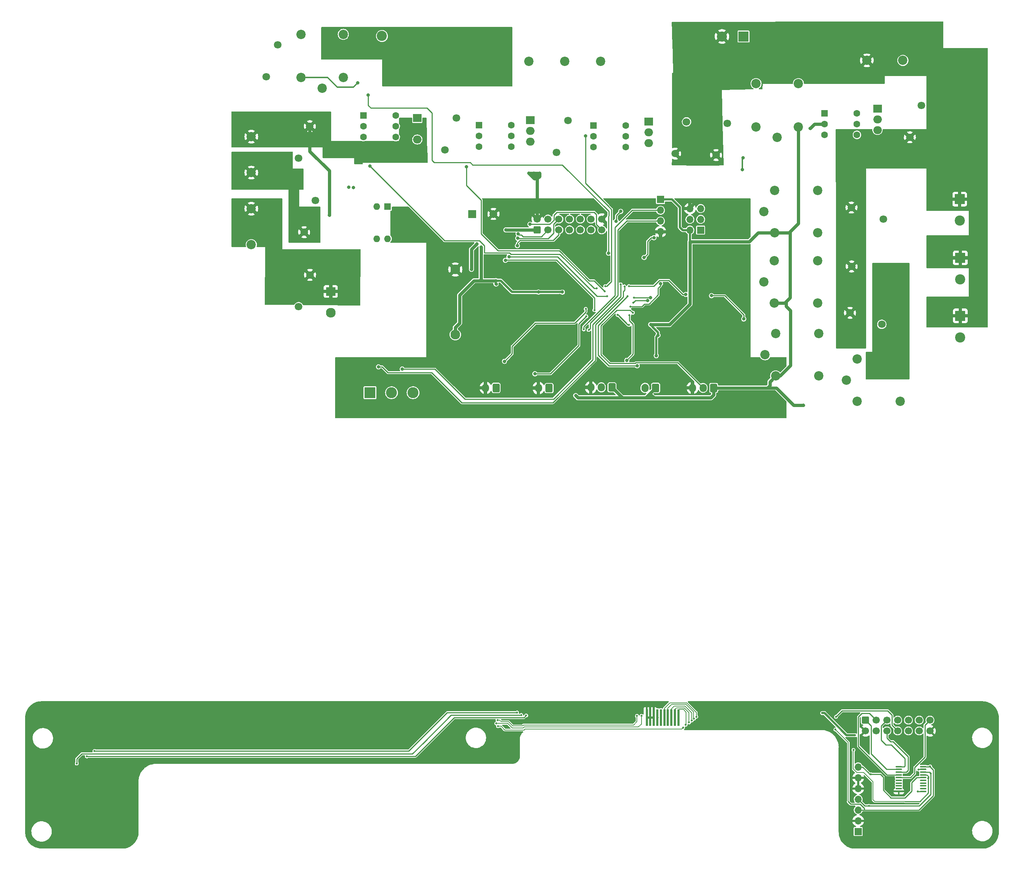
<source format=gbr>
%TF.GenerationSoftware,KiCad,Pcbnew,(6.0.2)*%
%TF.CreationDate,2022-03-02T09:05:11+03:00*%
%TF.ProjectId,Steel_form_Dish_washer,53746565-6c5f-4666-9f72-6d5f44697368,rev?*%
%TF.SameCoordinates,Original*%
%TF.FileFunction,Copper,L4,Bot*%
%TF.FilePolarity,Positive*%
%FSLAX46Y46*%
G04 Gerber Fmt 4.6, Leading zero omitted, Abs format (unit mm)*
G04 Created by KiCad (PCBNEW (6.0.2)) date 2022-03-02 09:05:11*
%MOMM*%
%LPD*%
G01*
G04 APERTURE LIST*
G04 Aperture macros list*
%AMRoundRect*
0 Rectangle with rounded corners*
0 $1 Rounding radius*
0 $2 $3 $4 $5 $6 $7 $8 $9 X,Y pos of 4 corners*
0 Add a 4 corners polygon primitive as box body*
4,1,4,$2,$3,$4,$5,$6,$7,$8,$9,$2,$3,0*
0 Add four circle primitives for the rounded corners*
1,1,$1+$1,$2,$3*
1,1,$1+$1,$4,$5*
1,1,$1+$1,$6,$7*
1,1,$1+$1,$8,$9*
0 Add four rect primitives between the rounded corners*
20,1,$1+$1,$2,$3,$4,$5,0*
20,1,$1+$1,$4,$5,$6,$7,0*
20,1,$1+$1,$6,$7,$8,$9,0*
20,1,$1+$1,$8,$9,$2,$3,0*%
G04 Aperture macros list end*
%TA.AperFunction,SMDPad,CuDef*%
%ADD10R,0.500000X4.000000*%
%TD*%
%TA.AperFunction,ComponentPad*%
%ADD11RoundRect,0.250000X0.600000X-0.600000X0.600000X0.600000X-0.600000X0.600000X-0.600000X-0.600000X0*%
%TD*%
%TA.AperFunction,ComponentPad*%
%ADD12C,1.700000*%
%TD*%
%TA.AperFunction,ComponentPad*%
%ADD13R,2.400000X2.400000*%
%TD*%
%TA.AperFunction,ComponentPad*%
%ADD14C,2.400000*%
%TD*%
%TA.AperFunction,ComponentPad*%
%ADD15C,1.800000*%
%TD*%
%TA.AperFunction,ComponentPad*%
%ADD16C,2.200000*%
%TD*%
%TA.AperFunction,ComponentPad*%
%ADD17R,1.700000X1.700000*%
%TD*%
%TA.AperFunction,ComponentPad*%
%ADD18O,1.700000X1.700000*%
%TD*%
%TA.AperFunction,ComponentPad*%
%ADD19R,1.600000X1.600000*%
%TD*%
%TA.AperFunction,ComponentPad*%
%ADD20C,1.600000*%
%TD*%
%TA.AperFunction,ComponentPad*%
%ADD21R,2.000000X1.905000*%
%TD*%
%TA.AperFunction,ComponentPad*%
%ADD22O,2.000000X1.905000*%
%TD*%
%TA.AperFunction,ComponentPad*%
%ADD23RoundRect,0.250000X0.600000X0.750000X-0.600000X0.750000X-0.600000X-0.750000X0.600000X-0.750000X0*%
%TD*%
%TA.AperFunction,ComponentPad*%
%ADD24O,1.700000X2.000000*%
%TD*%
%TA.AperFunction,ComponentPad*%
%ADD25R,2.300000X2.000000*%
%TD*%
%TA.AperFunction,ComponentPad*%
%ADD26C,2.300000*%
%TD*%
%TA.AperFunction,ComponentPad*%
%ADD27O,1.600000X1.600000*%
%TD*%
%TA.AperFunction,ComponentPad*%
%ADD28RoundRect,0.250000X0.600000X0.725000X-0.600000X0.725000X-0.600000X-0.725000X0.600000X-0.725000X0*%
%TD*%
%TA.AperFunction,ComponentPad*%
%ADD29O,1.700000X1.950000*%
%TD*%
%TA.AperFunction,ComponentPad*%
%ADD30R,1.850000X1.850000*%
%TD*%
%TA.AperFunction,ComponentPad*%
%ADD31C,1.850000*%
%TD*%
%TA.AperFunction,ComponentPad*%
%ADD32R,2.600000X2.600000*%
%TD*%
%TA.AperFunction,ComponentPad*%
%ADD33C,2.600000*%
%TD*%
%TA.AperFunction,SMDPad,CuDef*%
%ADD34RoundRect,0.100000X0.637500X0.100000X-0.637500X0.100000X-0.637500X-0.100000X0.637500X-0.100000X0*%
%TD*%
%TA.AperFunction,ComponentPad*%
%ADD35RoundRect,0.250000X-0.600000X0.600000X-0.600000X-0.600000X0.600000X-0.600000X0.600000X0.600000X0*%
%TD*%
%TA.AperFunction,ViaPad*%
%ADD36C,0.500000*%
%TD*%
%TA.AperFunction,ViaPad*%
%ADD37C,0.800000*%
%TD*%
%TA.AperFunction,ViaPad*%
%ADD38C,0.600000*%
%TD*%
%TA.AperFunction,Conductor*%
%ADD39C,0.254000*%
%TD*%
%TA.AperFunction,Conductor*%
%ADD40C,0.250000*%
%TD*%
%TA.AperFunction,Conductor*%
%ADD41C,0.304800*%
%TD*%
%TA.AperFunction,Conductor*%
%ADD42C,0.500000*%
%TD*%
%TA.AperFunction,Conductor*%
%ADD43C,0.200000*%
%TD*%
%TA.AperFunction,Conductor*%
%ADD44C,0.750000*%
%TD*%
%TA.AperFunction,Conductor*%
%ADD45C,0.740000*%
%TD*%
%TA.AperFunction,Conductor*%
%ADD46C,0.308000*%
%TD*%
G04 APERTURE END LIST*
D10*
%TO.P,J20,1,Pin_1*%
%TO.N,/PCB 2/ON{slash}OFF*%
X234175000Y-223375000D03*
%TO.P,J20,2,Pin_2*%
%TO.N,/PCB 2/MENU*%
X233345000Y-223375000D03*
%TO.P,J20,3,Pin_3*%
%TO.N,/PCB 2/BACK*%
X232515000Y-223375000D03*
%TO.P,J20,4,Pin_4*%
%TO.N,/PCB 2/LEFT*%
X231685000Y-223375000D03*
%TO.P,J20,5,Pin_5*%
%TO.N,/PCB 2/SET*%
X230855000Y-223375000D03*
%TO.P,J20,6,Pin_6*%
%TO.N,/PCB 2/RIGHT*%
X230025000Y-223375000D03*
%TO.P,J20,7,Pin_7*%
%TO.N,/PCB 2/START*%
X229195000Y-223375000D03*
%TO.P,J20,8,Pin_8*%
%TO.N,GND*%
X228365000Y-223375000D03*
%TO.P,J20,9,Pin_9*%
X227535000Y-223375000D03*
%TO.P,J20,10,Pin_10*%
X226705000Y-223375000D03*
%TD*%
D11*
%TO.P,J5,1,Pin_1*%
%TO.N,+5V*%
X200880000Y-108202500D03*
D12*
%TO.P,J5,2,Pin_2*%
%TO.N,GND*%
X200880000Y-105662500D03*
%TO.P,J5,3,Pin_3*%
%TO.N,/mcu_~{IRQ}*%
X203420000Y-108202500D03*
%TO.P,J5,4,Pin_4*%
%TO.N,+3V3*%
X203420000Y-105662500D03*
%TO.P,J5,5,Pin_5*%
%TO.N,/mcu_SDA*%
X205960000Y-108202500D03*
%TO.P,J5,6,Pin_6*%
%TO.N,/mcu_SCL*%
X205960000Y-105662500D03*
%TO.P,J5,7,Pin_7*%
%TO.N,/RGB_ON{slash}OFF_BLU*%
X208500000Y-108202500D03*
%TO.P,J5,8,Pin_8*%
%TO.N,/RGB_ON{slash}OFF_RED*%
X208500000Y-105662500D03*
%TO.P,J5,9,Pin_9*%
%TO.N,/RGB_ON{slash}OFF_GRN*%
X211040000Y-108202500D03*
%TO.P,J5,10,Pin_10*%
%TO.N,/START_BLU*%
X211040000Y-105662500D03*
%TO.P,J5,11,Pin_11*%
%TO.N,/START_RED*%
X213580000Y-108202500D03*
%TO.P,J5,12,Pin_12*%
%TO.N,/START_GRN*%
X213580000Y-105662500D03*
%TO.P,J5,13,Pin_13*%
%TO.N,/mcu_SCREEN_RST*%
X216120000Y-108202500D03*
%TO.P,J5,14,Pin_14*%
%TO.N,GND*%
X216120000Y-105662500D03*
%TD*%
D13*
%TO.P,J9,1,Pin_1*%
%TO.N,NEUTRAL*%
X300550000Y-100965000D03*
D14*
%TO.P,J9,2,Pin_2*%
%TO.N,Net-(J9-Pad2)*%
X300550000Y-106045000D03*
%TD*%
D15*
%TO.P,RV10,1*%
%TO.N,Net-(J15-Pad1)*%
X245750000Y-83050000D03*
%TO.P,RV10,2*%
%TO.N,NEUTRAL*%
X243050000Y-90550000D03*
%TD*%
D16*
%TO.P,K2,1*%
%TO.N,+5V*%
X256825000Y-125500000D03*
%TO.P,K2,2*%
%TO.N,Net-(D5-Pad2)*%
X256825000Y-115500000D03*
%TO.P,K2,3*%
%TO.N,unconnected-(K2-Pad3)*%
X267025000Y-125500000D03*
%TO.P,K2,4*%
%TO.N,L3*%
X254325000Y-120500000D03*
%TO.P,K2,5*%
%TO.N,/AC_ACTUATORS/DRAIN_CONN+*%
X267025000Y-115500000D03*
%TD*%
D15*
%TO.P,RV5,1*%
%TO.N,/AC_ACTUATORS/DRAIN_CONN+*%
X282550000Y-119550000D03*
%TO.P,RV5,2*%
%TO.N,NEUTRAL*%
X275050000Y-116850000D03*
%TD*%
D17*
%TO.P,J7,1,Pin_1*%
%TO.N,+5V*%
X229955000Y-101040000D03*
D18*
%TO.P,J7,2,Pin_2*%
%TO.N,/RXD0*%
X229955000Y-103580000D03*
%TO.P,J7,3,Pin_3*%
%TO.N,/TXD0*%
X229955000Y-106120000D03*
%TO.P,J7,4,Pin_4*%
%TO.N,GND*%
X229955000Y-108660000D03*
%TD*%
D13*
%TO.P,J16,1,Pin_1*%
%TO.N,NEUTRAL*%
X169300000Y-62450000D03*
D14*
%TO.P,J16,2,Pin_2*%
%TO.N,Net-(J16-Pad2)*%
X164220000Y-62450000D03*
%TD*%
D15*
%TO.P,RV2,1*%
%TO.N,L2*%
X145850000Y-108750000D03*
%TO.P,RV2,2*%
%TO.N,NEUTRAL*%
X148550000Y-101250000D03*
%TD*%
D19*
%TO.P,U8,1*%
%TO.N,Net-(R44-Pad1)*%
X268690000Y-80695000D03*
D20*
%TO.P,U8,2*%
%TO.N,GND*%
X268690000Y-83235000D03*
%TO.P,U8,3,NC*%
%TO.N,unconnected-(U8-Pad3)*%
X268690000Y-85775000D03*
%TO.P,U8,4*%
%TO.N,Net-(D13-Pad3)*%
X276310000Y-85775000D03*
%TO.P,U8,5,Sub*%
%TO.N,unconnected-(U8-Pad5)*%
X276310000Y-83235000D03*
%TO.P,U8,6*%
%TO.N,Net-(R45-Pad2)*%
X276310000Y-80695000D03*
%TD*%
D16*
%TO.P,K6,1*%
%TO.N,+5V*%
X155100000Y-72250000D03*
%TO.P,K6,2*%
%TO.N,Net-(D12-Pad2)*%
X145100000Y-72250000D03*
%TO.P,K6,3*%
%TO.N,unconnected-(K6-Pad3)*%
X155100000Y-62050000D03*
%TO.P,K6,4*%
%TO.N,L3*%
X150100000Y-74750000D03*
%TO.P,K6,5*%
%TO.N,Net-(J16-Pad2)*%
X145100000Y-62050000D03*
%TD*%
D15*
%TO.P,RV7,1*%
%TO.N,/AC_ACTUATORS/ELEMENT_2*%
X236100000Y-82700000D03*
%TO.P,RV7,2*%
%TO.N,NEUTRAL*%
X233400000Y-90200000D03*
%TD*%
D21*
%TO.P,D13,1,A1*%
%TO.N,Net-(D13-Pad1)*%
X281150000Y-79560000D03*
D22*
%TO.P,D13,2,A2*%
%TO.N,L1*%
X281150000Y-82100000D03*
%TO.P,D13,3,G*%
%TO.N,Net-(D13-Pad3)*%
X281150000Y-84640000D03*
%TD*%
D23*
%TO.P,J3,1,Pin_1*%
%TO.N,Net-(J3-Pad1)*%
X203650000Y-145567500D03*
D24*
%TO.P,J3,2,Pin_2*%
%TO.N,GND*%
X201150000Y-145567500D03*
%TD*%
D25*
%TO.P,PS1,1,AC/L*%
%TO.N,L3*%
X152137500Y-122750000D03*
D26*
%TO.P,PS1,2,AC/N*%
%TO.N,NEUTRAL*%
X152137500Y-127750000D03*
%TO.P,PS1,3,-Vout*%
%TO.N,GND*%
X181537500Y-117550000D03*
%TO.P,PS1,4,+Vout*%
%TO.N,+5V*%
X181537500Y-132950000D03*
%TD*%
D13*
%TO.P,J10,1,Pin_1*%
%TO.N,NEUTRAL*%
X300700000Y-128500000D03*
D14*
%TO.P,J10,2,Pin_2*%
%TO.N,Net-(J10-Pad2)*%
X300700000Y-133580000D03*
%TD*%
D23*
%TO.P,J4,1,Pin_1*%
%TO.N,+5V*%
X228800000Y-145517500D03*
D24*
%TO.P,J4,2,Pin_2*%
%TO.N,Net-(J4-Pad2)*%
X226300000Y-145517500D03*
%TD*%
D19*
%TO.P,U4,1*%
%TO.N,Net-(D3-Pad3)*%
X165550000Y-102700000D03*
D27*
%TO.P,U4,2*%
%TO.N,GND1*%
X163010000Y-102700000D03*
%TO.P,U4,3*%
%TO.N,/ZERO_CROSS_DETECT*%
X163010000Y-110320000D03*
%TO.P,U4,4*%
%TO.N,+5V*%
X165550000Y-110320000D03*
%TD*%
D16*
%TO.P,K5,1*%
%TO.N,+5V*%
X262500000Y-83875000D03*
%TO.P,K5,2*%
%TO.N,Net-(D11-Pad2)*%
X252500000Y-83875000D03*
%TO.P,K5,3*%
%TO.N,unconnected-(K5-Pad3)*%
X262500000Y-73675000D03*
%TO.P,K5,4*%
%TO.N,L1*%
X257500000Y-86375000D03*
%TO.P,K5,5*%
%TO.N,Net-(J15-Pad1)*%
X252500000Y-73675000D03*
%TD*%
D15*
%TO.P,RV6,1*%
%TO.N,Net-(J10-Pad2)*%
X282170000Y-130500000D03*
%TO.P,RV6,2*%
%TO.N,NEUTRAL*%
X274670000Y-127800000D03*
%TD*%
%TO.P,RV11,1*%
%TO.N,Net-(J16-Pad2)*%
X139625000Y-64550000D03*
%TO.P,RV11,2*%
%TO.N,NEUTRAL*%
X136925000Y-72050000D03*
%TD*%
D21*
%TO.P,D7,1,A1*%
%TO.N,/AC_ACTUATORS/ELEMENT_2*%
X227165000Y-82605000D03*
D22*
%TO.P,D7,2,A2*%
%TO.N,L2*%
X227165000Y-85145000D03*
%TO.P,D7,3,G*%
%TO.N,Net-(D7-Pad3)*%
X227165000Y-87685000D03*
%TD*%
D15*
%TO.P,RV8,1*%
%TO.N,/AC_ACTUATORS/ELEMENT_1*%
X181800000Y-81840000D03*
%TO.P,RV8,2*%
%TO.N,NEUTRAL*%
X179100000Y-89340000D03*
%TD*%
D16*
%TO.P,K1,1*%
%TO.N,+5V*%
X256850000Y-108900000D03*
%TO.P,K1,2*%
%TO.N,Net-(D4-Pad2)*%
X256850000Y-98900000D03*
%TO.P,K1,3*%
%TO.N,unconnected-(K1-Pad3)*%
X267050000Y-108900000D03*
%TO.P,K1,4*%
%TO.N,L1*%
X254350000Y-103900000D03*
%TO.P,K1,5*%
%TO.N,Net-(J9-Pad2)*%
X267050000Y-98900000D03*
%TD*%
D15*
%TO.P,RV1,1*%
%TO.N,L1*%
X147200000Y-83750000D03*
%TO.P,RV1,2*%
%TO.N,NEUTRAL*%
X144500000Y-91250000D03*
%TD*%
D28*
%TO.P,J14,1,Pin_1*%
%TO.N,+5V*%
X218500000Y-145400000D03*
D29*
%TO.P,J14,2,Pin_2*%
%TO.N,/pressure_sw_2*%
X216000000Y-145400000D03*
%TO.P,J14,3,Pin_3*%
%TO.N,GND*%
X213500000Y-145400000D03*
%TD*%
D16*
%TO.P,K4,1*%
%TO.N,Net-(D10-Pad1)*%
X276350000Y-148700000D03*
%TO.P,K4,2*%
%TO.N,GND*%
X276350000Y-138700000D03*
%TO.P,K4,3*%
%TO.N,unconnected-(K4-Pad3)*%
X286550000Y-148700000D03*
%TO.P,K4,4*%
%TO.N,L3*%
X273850000Y-143700000D03*
%TO.P,K4,5*%
%TO.N,/AC_ACTUATORS/DRAIN_CONN+*%
X286550000Y-138700000D03*
%TD*%
D19*
%TO.P,U6,1*%
%TO.N,Net-(R33-Pad1)*%
X159850000Y-81240000D03*
D20*
%TO.P,U6,2*%
%TO.N,GND*%
X159850000Y-83780000D03*
%TO.P,U6,3,NC*%
%TO.N,unconnected-(U6-Pad3)*%
X159850000Y-86320000D03*
%TO.P,U6,4*%
%TO.N,Net-(D8-Pad3)*%
X167470000Y-86320000D03*
%TO.P,U6,5,Sub*%
%TO.N,unconnected-(U6-Pad5)*%
X167470000Y-83780000D03*
%TO.P,U6,6*%
%TO.N,Net-(R36-Pad2)*%
X167470000Y-81240000D03*
%TD*%
D16*
%TO.P,J17,1,Pin_1*%
%TO.N,Net-(D13-Pad1)*%
X287150000Y-68200000D03*
%TO.P,J17,2,Pin_2*%
%TO.N,NEUTRAL*%
X278650000Y-68200000D03*
%TD*%
D21*
%TO.P,D8,1,A1*%
%TO.N,/AC_ACTUATORS/ELEMENT_1*%
X172555000Y-81800000D03*
D22*
%TO.P,D8,2,A2*%
%TO.N,L1*%
X172555000Y-84340000D03*
%TO.P,D8,3,G*%
%TO.N,Net-(D8-Pad3)*%
X172555000Y-86880000D03*
%TD*%
D15*
%TO.P,RV12,1*%
%TO.N,Net-(D13-Pad1)*%
X291500000Y-78850000D03*
%TO.P,RV12,2*%
%TO.N,NEUTRAL*%
X288800000Y-86350000D03*
%TD*%
D17*
%TO.P,J6,1,Pin_1*%
%TO.N,/MISO*%
X239425000Y-108275000D03*
D18*
%TO.P,J6,2,Pin_2*%
%TO.N,+5V*%
X236885000Y-108275000D03*
%TO.P,J6,3,Pin_3*%
%TO.N,/SCK*%
X239425000Y-105735000D03*
%TO.P,J6,4,Pin_4*%
%TO.N,/MOSI*%
X236885000Y-105735000D03*
%TO.P,J6,5,Pin_5*%
%TO.N,/RESET*%
X239425000Y-103195000D03*
%TO.P,J6,6,Pin_6*%
%TO.N,GND*%
X236885000Y-103195000D03*
%TD*%
D19*
%TO.P,U7,1*%
%TO.N,Net-(R34-Pad1)*%
X187140000Y-83525000D03*
D20*
%TO.P,U7,2*%
%TO.N,GND*%
X187140000Y-86065000D03*
%TO.P,U7,3,NC*%
%TO.N,unconnected-(U7-Pad3)*%
X187140000Y-88605000D03*
%TO.P,U7,4*%
%TO.N,Net-(D9-Pad3)*%
X194760000Y-88605000D03*
%TO.P,U7,5,Sub*%
%TO.N,unconnected-(U7-Pad5)*%
X194760000Y-86065000D03*
%TO.P,U7,6*%
%TO.N,Net-(R37-Pad2)*%
X194760000Y-83525000D03*
%TD*%
D16*
%TO.P,K3,5*%
%TO.N,Net-(J10-Pad2)*%
X267325000Y-132700000D03*
%TO.P,K3,4*%
%TO.N,L3*%
X254625000Y-137700000D03*
%TO.P,K3,3*%
%TO.N,unconnected-(K3-Pad3)*%
X267325000Y-142700000D03*
%TO.P,K3,2*%
%TO.N,Net-(D6-Pad2)*%
X257125000Y-132700000D03*
%TO.P,K3,1*%
%TO.N,+5V*%
X257125000Y-142700000D03*
%TD*%
D13*
%TO.P,J11,1,Pin_1*%
%TO.N,NEUTRAL*%
X300700000Y-114815000D03*
D14*
%TO.P,J11,2,Pin_2*%
%TO.N,/AC_ACTUATORS/DRAIN_CONN+*%
X300700000Y-119895000D03*
%TD*%
D23*
%TO.P,J1,1,Pin_1*%
%TO.N,Net-(J1-Pad1)*%
X191150000Y-145517500D03*
D24*
%TO.P,J1,2,Pin_2*%
%TO.N,GND*%
X188650000Y-145517500D03*
%TD*%
D16*
%TO.P,J12,1,Pin_1*%
%TO.N,/AC_ACTUATORS/ELEMENT_2*%
X215850000Y-68450000D03*
%TO.P,J12,2,Pin_2*%
%TO.N,/AC_ACTUATORS/ELEMENT_3*%
X207350000Y-68450000D03*
%TO.P,J12,3,Pin_3*%
%TO.N,/AC_ACTUATORS/ELEMENT_1*%
X198850000Y-68450000D03*
%TO.P,J12,4,Pin_4*%
%TO.N,NEUTRAL*%
X190350000Y-68450000D03*
%TD*%
D28*
%TO.P,J13,1,Pin_1*%
%TO.N,+5V*%
X242500000Y-145517500D03*
D29*
%TO.P,J13,2,Pin_2*%
%TO.N,/pressure_sw_1*%
X240000000Y-145517500D03*
%TO.P,J13,3,Pin_3*%
%TO.N,GND*%
X237500000Y-145517500D03*
%TD*%
D15*
%TO.P,RV4,1*%
%TO.N,Net-(J9-Pad2)*%
X282520000Y-105650000D03*
%TO.P,RV4,2*%
%TO.N,NEUTRAL*%
X275020000Y-102950000D03*
%TD*%
D30*
%TO.P,BZ1,1*%
%TO.N,Net-(BZ1-Pad1)*%
X185550000Y-104450000D03*
D31*
%TO.P,BZ1,2*%
%TO.N,GND*%
X190550000Y-104450000D03*
%TD*%
D15*
%TO.P,RV3,1*%
%TO.N,L3*%
X147250000Y-118850000D03*
%TO.P,RV3,2*%
%TO.N,NEUTRAL*%
X144550000Y-126350000D03*
%TD*%
D16*
%TO.P,J2,1,Pin_1*%
%TO.N,L1*%
X133400000Y-86200000D03*
%TO.P,J2,2,Pin_2*%
%TO.N,L2*%
X133400000Y-94700000D03*
%TO.P,J2,3,Pin_3*%
%TO.N,L3*%
X133400000Y-103200000D03*
%TO.P,J2,4,Pin_4*%
%TO.N,NEUTRAL*%
X133400000Y-111700000D03*
%TD*%
D15*
%TO.P,RV9,1*%
%TO.N,/AC_ACTUATORS/ELEMENT_3*%
X208100000Y-82410000D03*
%TO.P,RV9,2*%
%TO.N,NEUTRAL*%
X205400000Y-89910000D03*
%TD*%
D19*
%TO.P,U5,1*%
%TO.N,Net-(R32-Pad1)*%
X214150000Y-83570000D03*
D20*
%TO.P,U5,2*%
%TO.N,GND*%
X214150000Y-86110000D03*
%TO.P,U5,3,NC*%
%TO.N,unconnected-(U5-Pad3)*%
X214150000Y-88650000D03*
%TO.P,U5,4*%
%TO.N,Net-(D7-Pad3)*%
X221770000Y-88650000D03*
%TO.P,U5,5,Sub*%
%TO.N,unconnected-(U5-Pad5)*%
X221770000Y-86110000D03*
%TO.P,U5,6*%
%TO.N,Net-(R35-Pad2)*%
X221770000Y-83570000D03*
%TD*%
D21*
%TO.P,D9,1,A1*%
%TO.N,/AC_ACTUATORS/ELEMENT_3*%
X199200000Y-82310000D03*
D22*
%TO.P,D9,2,A2*%
%TO.N,L3*%
X199200000Y-84850000D03*
%TO.P,D9,3,G*%
%TO.N,Net-(D9-Pad3)*%
X199200000Y-87390000D03*
%TD*%
D13*
%TO.P,J15,1,Pin_1*%
%TO.N,Net-(J15-Pad1)*%
X249535000Y-62550000D03*
D14*
%TO.P,J15,2,Pin_2*%
%TO.N,NEUTRAL*%
X244455000Y-62550000D03*
%TD*%
D32*
%TO.P,J8,1,Pin_1*%
%TO.N,/AC_ACTUATORS/E2*%
X161400000Y-146650000D03*
D33*
%TO.P,J8,2,Pin_2*%
%TO.N,/AC_ACTUATORS/E3*%
X166480000Y-146650000D03*
%TO.P,J8,3,Pin_3*%
%TO.N,Net-(J8-Pad3)*%
X171560000Y-146650000D03*
%TD*%
D17*
%TO.P,J19,1,Pin_1*%
%TO.N,+3V3*%
X276600000Y-250250000D03*
D18*
%TO.P,J19,2,Pin_2*%
%TO.N,GND*%
X276600000Y-247710000D03*
%TO.P,J19,3,Pin_3*%
%TO.N,/PCB 2/SDA*%
X276600000Y-245170000D03*
%TO.P,J19,4,Pin_4*%
%TO.N,/PCB 2/SCL*%
X276600000Y-242630000D03*
%TO.P,J19,5,Pin_5*%
%TO.N,GND*%
X276600000Y-240090000D03*
%TO.P,J19,6,Pin_6*%
X276600000Y-237550000D03*
%TO.P,J19,7,Pin_7*%
%TO.N,/PCB 2/SCREEN_RST*%
X276600000Y-235010000D03*
%TD*%
D34*
%TO.P,U9,1,A1*%
%TO.N,/PCB 2/SDA*%
X291912500Y-234925000D03*
%TO.P,U9,2,VCCA*%
%TO.N,+3V3*%
X291912500Y-235575000D03*
%TO.P,U9,3,A2*%
%TO.N,/PCB 2/SCL*%
X291912500Y-236225000D03*
%TO.P,U9,4,A3*%
%TO.N,/PCB 2/~{IRQ}*%
X291912500Y-236875000D03*
%TO.P,U9,5,A4*%
%TO.N,/PCB 2/SCREEN_RST*%
X291912500Y-237525000D03*
%TO.P,U9,6,A5*%
%TO.N,unconnected-(U9-Pad6)*%
X291912500Y-238175000D03*
%TO.P,U9,7,A6*%
%TO.N,unconnected-(U9-Pad7)*%
X291912500Y-238825000D03*
%TO.P,U9,8,A7*%
%TO.N,unconnected-(U9-Pad8)*%
X291912500Y-239475000D03*
%TO.P,U9,9,A8*%
%TO.N,unconnected-(U9-Pad9)*%
X291912500Y-240125000D03*
%TO.P,U9,10,OE*%
%TO.N,+3V3*%
X291912500Y-240775000D03*
%TO.P,U9,11,GND*%
%TO.N,GND*%
X286187500Y-240775000D03*
%TO.P,U9,12,B8*%
%TO.N,unconnected-(U9-Pad12)*%
X286187500Y-240125000D03*
%TO.P,U9,13,B7*%
%TO.N,unconnected-(U9-Pad13)*%
X286187500Y-239475000D03*
%TO.P,U9,14,B6*%
%TO.N,unconnected-(U9-Pad14)*%
X286187500Y-238825000D03*
%TO.P,U9,15,B5*%
%TO.N,unconnected-(U9-Pad15)*%
X286187500Y-238175000D03*
%TO.P,U9,16,B4*%
%TO.N,/PCB 2/mcu_SCREEN_RST*%
X286187500Y-237525000D03*
%TO.P,U9,17,B3*%
%TO.N,/PCB 2/mcu_~{IRQ}*%
X286187500Y-236875000D03*
%TO.P,U9,18,B2*%
%TO.N,/PCB 2/mcu_SCL*%
X286187500Y-236225000D03*
%TO.P,U9,19,VCCB*%
%TO.N,+5V*%
X286187500Y-235575000D03*
%TO.P,U9,20,B1*%
%TO.N,/PCB 2/mcu_SDA*%
X286187500Y-234925000D03*
%TD*%
D12*
%TO.P,J18,14,Pin_14*%
%TO.N,GND*%
X293540000Y-226490000D03*
%TO.P,J18,13,Pin_13*%
%TO.N,/PCB 2/mcu_SCREEN_RST*%
X293540000Y-223950000D03*
%TO.P,J18,12,Pin_12*%
%TO.N,/PCB 2/START_GRN*%
X291000000Y-226490000D03*
%TO.P,J18,11,Pin_11*%
%TO.N,/PCB 2/START_RED*%
X291000000Y-223950000D03*
%TO.P,J18,10,Pin_10*%
%TO.N,/PCB 2/START_BLU*%
X288460000Y-226490000D03*
%TO.P,J18,9,Pin_9*%
%TO.N,/PCB 2/RGB_ON{slash}OFF_GRN*%
X288460000Y-223950000D03*
%TO.P,J18,8,Pin_8*%
%TO.N,/PCB 2/RGB_ON{slash}OFF_RED*%
X285920000Y-226490000D03*
%TO.P,J18,7,Pin_7*%
%TO.N,/PCB 2/RGB_ON{slash}OFF_BLU*%
X285920000Y-223950000D03*
%TO.P,J18,6,Pin_6*%
%TO.N,/PCB 2/mcu_SCL*%
X283380000Y-226490000D03*
%TO.P,J18,5,Pin_5*%
%TO.N,/PCB 2/mcu_SDA*%
X283380000Y-223950000D03*
%TO.P,J18,4,Pin_4*%
%TO.N,+3V3*%
X280840000Y-226490000D03*
%TO.P,J18,3,Pin_3*%
%TO.N,/PCB 2/mcu_~{IRQ}*%
X280840000Y-223950000D03*
%TO.P,J18,2,Pin_2*%
%TO.N,GND*%
X278300000Y-226490000D03*
D35*
%TO.P,J18,1,Pin_1*%
%TO.N,+5V*%
X278300000Y-223950000D03*
%TD*%
D36*
%TO.N,/RXD0*%
X211850000Y-131700000D03*
%TO.N,/TXD0*%
X213000000Y-131850000D03*
%TO.N,/SPEAKER*%
X222550000Y-130650000D03*
%TO.N,/L2_3phase_heater_pwm*%
X216900000Y-121500000D03*
%TO.N,/L1_3phase_heater_pwm*%
X214900000Y-122050000D03*
%TO.N,/L3_3phase_heater_pwm*%
X216750000Y-122700000D03*
%TO.N,/SPEAKER*%
X217350000Y-123900000D03*
%TO.N,/TANK_RTD*%
X212450000Y-128650000D03*
%TO.N,/BOILER_RTD*%
X212325000Y-126875000D03*
%TO.N,/ZERO_CROSS_DETECT*%
X214350000Y-127150000D03*
%TO.N,/SPEAKER*%
X219837299Y-128312701D03*
%TO.N,/pressure_sw_1*%
X223450000Y-127800000D03*
%TO.N,/pressure_sw_2*%
X222576500Y-128350000D03*
%TO.N,/MISO*%
X222850000Y-126300000D03*
%TO.N,/MOSI*%
X223488714Y-125438714D03*
%TO.N,/SCK*%
X223700000Y-124200000D03*
%TO.N,/DOOR_SENSOR*%
X222175000Y-123875000D03*
%TO.N,/WATER_LVL_HIGH*%
X220563250Y-121086750D03*
%TO.N,/WATER_LVL_LOW*%
X221464316Y-121559116D03*
%TO.N,/SOLENOID*%
X222511412Y-121488588D03*
%TO.N,GND*%
X216300000Y-120250000D03*
X211950000Y-124500000D03*
X227750000Y-126550000D03*
X223000000Y-113650000D03*
X172950000Y-107150000D03*
X181250000Y-119800000D03*
X181150000Y-129500000D03*
X181200000Y-125200000D03*
X156350000Y-139400000D03*
X182350000Y-139400000D03*
X155850000Y-151250000D03*
X182500000Y-151400000D03*
X196250000Y-151450000D03*
X208750000Y-151150000D03*
X222350000Y-151450000D03*
X233300000Y-151550000D03*
X250250000Y-151600000D03*
X239100000Y-224850000D03*
X268000000Y-220850000D03*
X257900000Y-220950000D03*
X249600000Y-221050000D03*
X94150000Y-225150000D03*
X89550000Y-225150000D03*
X84500000Y-243100000D03*
X94000000Y-243250000D03*
X101900000Y-243250000D03*
X115000000Y-225100000D03*
X122100000Y-225150000D03*
X159950000Y-225150000D03*
X169550000Y-225250000D03*
X298950000Y-250400000D03*
X294250000Y-250400000D03*
X288450000Y-250350000D03*
X282850000Y-250350000D03*
X299900000Y-230000000D03*
X299900000Y-227400000D03*
X299850000Y-224350000D03*
X299850000Y-221200000D03*
%TO.N,/PCB 2/~{IRQ}*%
X275499500Y-231000000D03*
%TO.N,+3V3*%
X275875000Y-227525000D03*
%TO.N,GND*%
X197000000Y-135650000D03*
X191050000Y-135700000D03*
X246200000Y-126600000D03*
X246200000Y-134250000D03*
X241350000Y-134250000D03*
X234300000Y-134250000D03*
X225500000Y-134250000D03*
X196300000Y-129050000D03*
X196400000Y-132400000D03*
X196300000Y-127800000D03*
X185650000Y-126200000D03*
X186450000Y-121350000D03*
X189050000Y-131150000D03*
X187650000Y-131100000D03*
X186300000Y-131200000D03*
X185050000Y-131250000D03*
%TO.N,/PCB 2/RGB_ON{slash}OFF_RED*%
X94575000Y-232525000D03*
%TO.N,/PCB 2/RGB_ON{slash}OFF_GRN*%
X96400000Y-231250000D03*
%TO.N,GND*%
X192450000Y-221500000D03*
X193750000Y-225450000D03*
X192700000Y-227550000D03*
%TO.N,/PCB 2/SCL*%
X191200000Y-224750000D03*
%TO.N,/PCB 2/SDA*%
X191600000Y-225400000D03*
%TO.N,/PCB 2/~{IRQ}*%
X191500000Y-223950000D03*
%TO.N,/PCB 2/RGB_ON{slash}OFF_RED*%
X198247989Y-222853511D03*
%TO.N,/PCB 2/RGB_ON{slash}OFF_GRN*%
X196099250Y-222149250D03*
%TO.N,/PCB 2/RGB_ON{slash}OFF_BLU*%
X197100000Y-222750000D03*
%TO.N,/PCB 2/RIGHT*%
X230025000Y-223025000D03*
%TO.N,/PCB 2/START*%
X229250000Y-223350500D03*
%TO.N,/PCB 2/SCL*%
X225450000Y-222950980D03*
%TO.N,/PCB 2/~{IRQ}*%
X224400000Y-222950980D03*
%TO.N,/PCB 2/SDA*%
X235300000Y-225700000D03*
%TO.N,/PCB 2/ON{slash}OFF*%
X235889262Y-225049500D03*
%TO.N,/PCB 2/MENU*%
X236693779Y-224500000D03*
%TO.N,/PCB 2/SET*%
X238400000Y-223150000D03*
%TO.N,/PCB 2/LEFT*%
X237850000Y-223600000D03*
%TO.N,/PCB 2/BACK*%
X237300000Y-224050000D03*
%TO.N,/PCB 2/SDA*%
X271225000Y-226175000D03*
%TO.N,/PCB 2/RGB_ON{slash}OFF_RED*%
X271375000Y-223175000D03*
%TO.N,+3V3*%
X268100000Y-222300000D03*
%TO.N,/PCB 2/SCL*%
X279150000Y-244200000D03*
%TO.N,+3V3*%
X290650000Y-240800000D03*
%TO.N,/PCB 2/~{IRQ}*%
X293100000Y-237650000D03*
%TO.N,/PCB 2/SCL*%
X293700000Y-236600000D03*
%TO.N,/PCB 2/SDA*%
X293575000Y-234875000D03*
%TO.N,+3V3*%
X290800000Y-235600000D03*
%TO.N,/PCB 2/SCREEN_RST*%
X279600000Y-236750000D03*
%TO.N,/PCB 2/RGB_ON{slash}OFF_BLU*%
X92200000Y-234200000D03*
D37*
%TO.N,+5V*%
X263700000Y-149600000D03*
%TO.N,GND*%
X258600000Y-150650000D03*
%TO.N,/SOLENOID*%
X249600000Y-129250000D03*
X241973500Y-123750000D03*
X235900000Y-123450000D03*
%TO.N,GND*%
X206145395Y-123749500D03*
%TO.N,+5V*%
X201150000Y-122900000D03*
X206800000Y-122900000D03*
%TO.N,GND*%
X177750000Y-112400000D03*
X198850000Y-94800000D03*
X201450000Y-94800000D03*
X200100000Y-94800000D03*
X265250000Y-84250000D03*
%TO.N,Net-(Q5-Pad1)*%
X249400000Y-91200000D03*
X249300000Y-93950000D03*
%TO.N,GND*%
X241800000Y-101800000D03*
X245000000Y-104400000D03*
X249800000Y-103850000D03*
X248800000Y-118050000D03*
X249300000Y-132750000D03*
%TO.N,/pressure_sw_2*%
X222000000Y-138999500D03*
%TO.N,+5V*%
X227638714Y-130561286D03*
X229350000Y-133100000D03*
X228950000Y-137900000D03*
X209950000Y-147350000D03*
%TO.N,GND*%
X208351500Y-132161722D03*
X216700000Y-132250000D03*
X223792709Y-129095029D03*
X228250000Y-128800000D03*
%TO.N,/DOOR_SENSOR*%
X224450000Y-140300000D03*
%TO.N,/WATER_LVL_HIGH*%
X169000000Y-141100000D03*
%TO.N,/WATER_LVL_LOW*%
X163400000Y-140550000D03*
%TO.N,/L1_3phase_heater_pwm*%
X161400000Y-93150000D03*
%TO.N,/peristaltic_pump_2*%
X160950000Y-76400000D03*
X217673500Y-113700000D03*
%TO.N,/peristaltic_pump_1*%
X226100000Y-114750000D03*
X228400000Y-110050000D03*
%TO.N,/TANK_RTD*%
X200300000Y-142200000D03*
%TO.N,/BOILER_RTD*%
X193150000Y-139250000D03*
%TO.N,GND*%
X188500000Y-140650000D03*
%TO.N,+3V3*%
X186650000Y-111500000D03*
X185350000Y-117500000D03*
%TO.N,+5V*%
X187650000Y-112250000D03*
%TO.N,/L3_3phase_heater_pwm*%
X184150000Y-93350000D03*
%TO.N,+5V*%
X193447500Y-108202500D03*
%TO.N,/mcu_SCREEN_RST*%
X199150000Y-106900000D03*
%TO.N,/mcu_~{IRQ}*%
X196350000Y-109177000D03*
%TO.N,/mcu_SCL*%
X196284691Y-110190741D03*
%TO.N,/mcu_SDA*%
X196173500Y-111950000D03*
%TO.N,GND*%
X230150000Y-127000000D03*
%TO.N,+5V*%
X191100000Y-120200000D03*
X191150000Y-121000000D03*
%TO.N,/mcu_~{IRQ}*%
X219500000Y-106150000D03*
X220550000Y-103850000D03*
D38*
%TO.N,L1*%
X141000000Y-82700000D03*
X139100000Y-83800000D03*
D37*
X151800000Y-104750000D03*
D38*
X139000000Y-82550000D03*
X140900000Y-81650000D03*
X139000000Y-81550000D03*
X140850000Y-83700000D03*
D37*
%TO.N,L2*%
X142350000Y-92200000D03*
X142350000Y-98300000D03*
X142350000Y-93200000D03*
X142350000Y-95250000D03*
X142350000Y-97350000D03*
X142350000Y-94200000D03*
X142350000Y-96250000D03*
D38*
%TO.N,L3*%
X153950000Y-116950000D03*
X155450000Y-116900000D03*
X151500000Y-119450000D03*
X152700000Y-116950000D03*
X157350000Y-119550000D03*
X151500000Y-116900000D03*
X152800000Y-119500000D03*
D37*
X157500000Y-98250000D03*
D38*
X156800000Y-116950000D03*
X155700000Y-119500000D03*
D37*
X156350000Y-98150000D03*
D38*
X154350000Y-119500000D03*
D37*
%TO.N,NEUTRAL*%
X189900000Y-71200000D03*
X156650000Y-65550000D03*
X156650000Y-66900000D03*
X155050000Y-65350000D03*
X152900000Y-65350000D03*
X189800000Y-73350000D03*
X187200000Y-69450000D03*
X192450000Y-73250000D03*
X192400000Y-65600000D03*
X187350000Y-73350000D03*
X190150000Y-63600000D03*
X190050000Y-62150000D03*
X155000000Y-66950000D03*
X150950000Y-67000000D03*
X192500000Y-71250000D03*
X187050000Y-62200000D03*
X192450000Y-68950000D03*
X187050000Y-67700000D03*
X192550000Y-67200000D03*
X187250000Y-71200000D03*
X192500000Y-62250000D03*
X150900000Y-65350000D03*
X192500000Y-63700000D03*
X187050000Y-65600000D03*
X153100000Y-66900000D03*
X187050000Y-63850000D03*
X190150000Y-65600000D03*
%TO.N,/MISO*%
X229950000Y-120900000D03*
%TO.N,/MOSI*%
X226919887Y-124932429D03*
%TO.N,/SPEAKER*%
X194200000Y-114550000D03*
%TO.N,/ZERO_CROSS_DETECT*%
X193350000Y-115400000D03*
%TO.N,/L2_3phase_heater_pwm*%
X212300000Y-86000000D03*
%TO.N,Net-(D12-Pad2)*%
X158500000Y-73500000D03*
%TO.N,/SCK*%
X227600000Y-124200000D03*
%TD*%
D39*
%TO.N,/L1_3phase_heater_pwm*%
X179023489Y-110773489D02*
X161400000Y-93150000D01*
X187200932Y-110773489D02*
X179023489Y-110773489D01*
X188376511Y-111949068D02*
X187200932Y-110773489D01*
X188376511Y-112550932D02*
X188376511Y-111949068D01*
X194327443Y-113650000D02*
X188351520Y-113650000D01*
X206200000Y-113950000D02*
X194627443Y-113950000D01*
X188351520Y-112575923D02*
X188376511Y-112550932D01*
X214300000Y-122050000D02*
X206200000Y-113950000D01*
X214850000Y-122050000D02*
X214300000Y-122050000D01*
X188351520Y-113650000D02*
X188351520Y-112575923D01*
X214900000Y-122000000D02*
X214850000Y-122050000D01*
X194627443Y-113950000D02*
X194327443Y-113650000D01*
%TO.N,/TANK_RTD*%
X210700000Y-135500000D02*
X210700000Y-130400000D01*
X210700000Y-130400000D02*
X212450000Y-128650000D01*
X204000000Y-142200000D02*
X210700000Y-135500000D01*
X200300000Y-142200000D02*
X204000000Y-142200000D01*
%TO.N,/BOILER_RTD*%
X209750000Y-130200000D02*
X212325000Y-127625000D01*
X200450000Y-130200000D02*
X209750000Y-130200000D01*
X194950000Y-137450000D02*
X194950000Y-135700000D01*
X193150000Y-139250000D02*
X194950000Y-137450000D01*
X194950000Y-135700000D02*
X200450000Y-130200000D01*
X212325000Y-127625000D02*
X212325000Y-126875000D01*
%TO.N,/L3_3phase_heater_pwm*%
X187650000Y-101226500D02*
X184150000Y-97726500D01*
X184150000Y-97726500D02*
X184150000Y-93350000D01*
X187650000Y-109150000D02*
X187650000Y-101226500D01*
X213150000Y-120250000D02*
X206050000Y-113150000D01*
X214300000Y-120250000D02*
X213150000Y-120250000D01*
X191650000Y-113150000D02*
X187650000Y-109150000D01*
X216750000Y-122700000D02*
X214300000Y-120250000D01*
X206050000Y-113150000D02*
X191650000Y-113150000D01*
D40*
%TO.N,/SPEAKER*%
X205700000Y-114600000D02*
X215000000Y-123900000D01*
X215000000Y-123900000D02*
X217424500Y-123900000D01*
X194200000Y-114550000D02*
X194250000Y-114600000D01*
X194250000Y-114600000D02*
X205700000Y-114600000D01*
D39*
%TO.N,/SOLENOID*%
X235200000Y-123450000D02*
X235900000Y-123450000D01*
X229672557Y-120150000D02*
X231900000Y-120150000D01*
X231900000Y-120150000D02*
X235200000Y-123450000D01*
X222511412Y-121488588D02*
X228333969Y-121488588D01*
X228333969Y-121488588D02*
X229672557Y-120150000D01*
%TO.N,/DOOR_SENSOR*%
X215200000Y-137750000D02*
X217750000Y-140300000D01*
X217750000Y-140300000D02*
X224450000Y-140300000D01*
X215200000Y-130850000D02*
X215200000Y-137750000D01*
X222150000Y-123900000D02*
X215200000Y-130850000D01*
%TO.N,/WATER_LVL_HIGH*%
X213950000Y-130600000D02*
X220576500Y-123973500D01*
X220576500Y-123973500D02*
X220576500Y-121100000D01*
X213950000Y-138900000D02*
X213950000Y-130600000D01*
X176750000Y-141100000D02*
X183800000Y-148150000D01*
X204700000Y-148150000D02*
X213950000Y-138900000D01*
X169000000Y-141100000D02*
X176750000Y-141100000D01*
X183800000Y-148150000D02*
X204700000Y-148150000D01*
%TO.N,/TXD0*%
X213000000Y-131850000D02*
X213350000Y-131500000D01*
D41*
%TO.N,/SPEAKER*%
X222550000Y-130650000D02*
X222300000Y-130650000D01*
D39*
%TO.N,/TANK_RTD*%
X212450000Y-128650000D02*
X212500000Y-128600000D01*
%TO.N,/BOILER_RTD*%
X212325000Y-126875000D02*
X212300000Y-126850000D01*
D42*
%TO.N,+3V3*%
X273850000Y-227500000D02*
X275850000Y-227500000D01*
X275850000Y-227500000D02*
X275875000Y-227525000D01*
X268650000Y-222300000D02*
X273850000Y-227500000D01*
X268100000Y-222300000D02*
X268650000Y-222300000D01*
D39*
%TO.N,/PCB 2/RGB_ON{slash}OFF_GRN*%
X179600000Y-222200000D02*
X196048500Y-222200000D01*
X170550000Y-231250000D02*
X179600000Y-222200000D01*
X196048500Y-222200000D02*
X196099250Y-222149250D01*
X96400000Y-231250000D02*
X170550000Y-231250000D01*
D43*
%TO.N,/PCB 2/SCL*%
X191230400Y-224719600D02*
X191200000Y-224750000D01*
X191535300Y-224719600D02*
X191230400Y-224719600D01*
%TO.N,/PCB 2/RGB_ON{slash}OFF_RED*%
X197751500Y-223350000D02*
X198247989Y-222853511D01*
%TO.N,/PCB 2/SCL*%
X225450000Y-224850000D02*
X224700000Y-225600000D01*
X225450000Y-222950980D02*
X225450000Y-224850000D01*
X197700000Y-225600000D02*
X224700000Y-225600000D01*
%TO.N,/PCB 2/~{IRQ}*%
X224400000Y-222950980D02*
X224400000Y-224300000D01*
X224400000Y-224300000D02*
X223600000Y-225100000D01*
X197600000Y-225100000D02*
X223600000Y-225100000D01*
X197350000Y-225350000D02*
X197600000Y-225100000D01*
X191500000Y-223950000D02*
X191979920Y-223950000D01*
X191979920Y-223950000D02*
X192350000Y-224320080D01*
X192350000Y-224320080D02*
X194035086Y-224320080D01*
X194035086Y-224320080D02*
X195065006Y-225350000D01*
X195065006Y-225350000D02*
X197350000Y-225350000D01*
%TO.N,/PCB 2/SDA*%
X235300000Y-225700000D02*
X235200000Y-225800000D01*
D39*
%TO.N,/PCB 2/SCL*%
X293700000Y-236600000D02*
X293700000Y-236500000D01*
%TO.N,/PCB 2/RGB_ON{slash}OFF_RED*%
X198125750Y-222975750D02*
X198150000Y-222951500D01*
D43*
%TO.N,/PCB 2/SDA*%
X192350000Y-225400000D02*
X191600000Y-225400000D01*
X193250000Y-226300000D02*
X192350000Y-225400000D01*
X235000000Y-226050000D02*
X198000000Y-226050000D01*
X235200000Y-225850000D02*
X235000000Y-226050000D01*
X197750000Y-226300000D02*
X193250000Y-226300000D01*
X235200000Y-225800000D02*
X235200000Y-225850000D01*
X235350000Y-225650000D02*
X235300000Y-225700000D01*
X198000000Y-226050000D02*
X197750000Y-226300000D01*
%TO.N,/PCB 2/ON{slash}OFF*%
X234175000Y-221525000D02*
X234175000Y-223375000D01*
X234250000Y-221450000D02*
X234175000Y-221525000D01*
X235950717Y-224987545D02*
X235950717Y-222050717D01*
X235950717Y-222050717D02*
X235350000Y-221450000D01*
X235350000Y-221450000D02*
X234250000Y-221450000D01*
%TO.N,/PCB 2/MENU*%
X233345000Y-221405000D02*
X233345000Y-223375000D01*
X233700000Y-221050000D02*
X233345000Y-221405000D01*
X236650000Y-222184994D02*
X235515006Y-221050000D01*
X236650000Y-224405221D02*
X236650000Y-222184994D01*
X235515006Y-221050000D02*
X233700000Y-221050000D01*
X236719279Y-224474500D02*
X236650000Y-224405221D01*
%TO.N,/PCB 2/BACK*%
X232515000Y-221335000D02*
X232515000Y-223375000D01*
X233200000Y-220650000D02*
X232515000Y-221335000D01*
X235680012Y-220650000D02*
X233200000Y-220650000D01*
X237300000Y-222269988D02*
X235680012Y-220650000D01*
X237300000Y-224050000D02*
X237300000Y-222269988D01*
%TO.N,/PCB 2/LEFT*%
X231685000Y-221175000D02*
X231685000Y-223375000D01*
X232609520Y-220250480D02*
X231685000Y-221175000D01*
X235950480Y-220250480D02*
X232609520Y-220250480D01*
X237737104Y-222037104D02*
X235950480Y-220250480D01*
X237737104Y-223487104D02*
X237737104Y-222037104D01*
X237850000Y-223600000D02*
X237737104Y-223487104D01*
%TO.N,/PCB 2/SET*%
X230855000Y-221175000D02*
X230855000Y-223375000D01*
X232179039Y-219850961D02*
X230855000Y-221175000D01*
X236115967Y-219850961D02*
X232179039Y-219850961D01*
X238400000Y-222134994D02*
X236115967Y-219850961D01*
X238400000Y-223150000D02*
X238400000Y-222134994D01*
D39*
%TO.N,/PCB 2/RGB_ON{slash}OFF_RED*%
X284556511Y-222756511D02*
X284556511Y-223743489D01*
X283550000Y-221750000D02*
X284556511Y-222756511D01*
X272800000Y-221750000D02*
X283550000Y-221750000D01*
X271400000Y-223150000D02*
X272800000Y-221750000D01*
%TO.N,/PCB 2/RGB_ON{slash}OFF_BLU*%
X197100000Y-222750000D02*
X180550000Y-222750000D01*
X180550000Y-222750000D02*
X174050000Y-229250000D01*
X174050000Y-229250000D02*
X171400000Y-231900000D01*
X171400000Y-231900000D02*
X93400000Y-231900000D01*
X93400000Y-231900000D02*
X92200000Y-233100000D01*
X92200000Y-233100000D02*
X92200000Y-234200000D01*
%TO.N,/PCB 2/RGB_ON{slash}OFF_RED*%
X197751500Y-223350000D02*
X198125750Y-222975750D01*
X94600000Y-232500000D02*
X172100000Y-232500000D01*
X172100000Y-232500000D02*
X181250000Y-223350000D01*
X181250000Y-223350000D02*
X197751500Y-223350000D01*
X284556511Y-223743489D02*
X284556511Y-223556511D01*
X284556511Y-225126511D02*
X284556511Y-223743489D01*
X285920000Y-226490000D02*
X284556511Y-225126511D01*
%TO.N,/PCB 2/SDA*%
X278050000Y-245150000D02*
X278030000Y-245170000D01*
X278050000Y-244800000D02*
X278050000Y-245150000D01*
X277056511Y-243806511D02*
X278050000Y-244800000D01*
X274856511Y-243806511D02*
X277056511Y-243806511D01*
X274250000Y-243200000D02*
X274856511Y-243806511D01*
X278030000Y-245170000D02*
X290930000Y-245170000D01*
X276600000Y-245170000D02*
X278030000Y-245170000D01*
D43*
X274250000Y-229200000D02*
X274250000Y-243200000D01*
D39*
%TO.N,/PCB 2/SCL*%
X278170000Y-244200000D02*
X279150000Y-244200000D01*
X279150000Y-244200000D02*
X291000000Y-244200000D01*
%TO.N,+3V3*%
X290825000Y-235575000D02*
X290800000Y-235600000D01*
X291912500Y-235575000D02*
X290825000Y-235575000D01*
X290675000Y-240775000D02*
X290650000Y-240800000D01*
X291912500Y-240775000D02*
X290675000Y-240775000D01*
%TO.N,/PCB 2/SDA*%
X294300000Y-235700000D02*
X293525000Y-234925000D01*
X294300000Y-241800000D02*
X294300000Y-235700000D01*
X293525000Y-234925000D02*
X291912500Y-234925000D01*
%TO.N,/PCB 2/SCL*%
X293700000Y-241500000D02*
X293700000Y-236600000D01*
X291000000Y-244200000D02*
X293700000Y-241500000D01*
X293700000Y-236500000D02*
X293425000Y-236225000D01*
X276600000Y-242630000D02*
X278170000Y-244200000D01*
X293425000Y-236225000D02*
X291912500Y-236225000D01*
%TO.N,/PCB 2/~{IRQ}*%
X293200000Y-237250000D02*
X293200000Y-237498500D01*
X292825000Y-236875000D02*
X293200000Y-237250000D01*
X291912500Y-236875000D02*
X292825000Y-236875000D01*
X293200000Y-237498500D02*
X293148500Y-237550000D01*
X293148500Y-241148500D02*
X293148500Y-237550000D01*
X291150000Y-243150000D02*
X293150000Y-241150000D01*
X293150000Y-241150000D02*
X293148500Y-241148500D01*
X287650000Y-243150000D02*
X291150000Y-243150000D01*
%TO.N,/PCB 2/SCREEN_RST*%
X290425000Y-237525000D02*
X291912500Y-237525000D01*
X289250000Y-238700000D02*
X290425000Y-237525000D01*
X289250000Y-240700000D02*
X289250000Y-238700000D01*
X287650000Y-242300000D02*
X289250000Y-240700000D01*
X284300000Y-242300000D02*
X287650000Y-242300000D01*
X282500000Y-240500000D02*
X284300000Y-242300000D01*
X282500000Y-237400000D02*
X282500000Y-240500000D01*
X281850000Y-236750000D02*
X282500000Y-237400000D01*
X279600000Y-236750000D02*
X281850000Y-236750000D01*
X279350000Y-236750000D02*
X279600000Y-236750000D01*
X277610000Y-235010000D02*
X278950000Y-236350000D01*
X278950000Y-236350000D02*
X279350000Y-236750000D01*
X276600000Y-235010000D02*
X277610000Y-235010000D01*
%TO.N,/PCB 2/SDA*%
X290930000Y-245170000D02*
X294300000Y-241800000D01*
%TO.N,/PCB 2/mcu_SCREEN_RST*%
X286212500Y-237500000D02*
X286187500Y-237525000D01*
X288950000Y-237500000D02*
X286212500Y-237500000D01*
X289950000Y-236500000D02*
X288950000Y-237500000D01*
X289950000Y-235100000D02*
X289950000Y-236500000D01*
X292363489Y-232686511D02*
X289950000Y-235100000D01*
X292363489Y-225126511D02*
X292363489Y-232686511D01*
X293540000Y-223950000D02*
X292363489Y-225126511D01*
%TO.N,/PCB 2/mcu_~{IRQ}*%
X279240000Y-222350000D02*
X280840000Y-223950000D01*
X277500000Y-222350000D02*
X279240000Y-222350000D01*
X276650000Y-223200000D02*
X277500000Y-222350000D01*
X276650000Y-230100000D02*
X276650000Y-223200000D01*
X283425000Y-236875000D02*
X276650000Y-230100000D01*
X286187500Y-236875000D02*
X283425000Y-236875000D01*
%TO.N,/PCB 2/mcu_SDA*%
X282050000Y-225280000D02*
X283380000Y-223950000D01*
X283150000Y-229800000D02*
X282050000Y-228700000D01*
X287425000Y-234925000D02*
X287600000Y-234750000D01*
X287600000Y-234750000D02*
X287600000Y-233000000D01*
X287600000Y-233000000D02*
X284400000Y-229800000D01*
X282050000Y-228700000D02*
X282050000Y-225280000D01*
X286187500Y-234925000D02*
X287425000Y-234925000D01*
X284400000Y-229800000D02*
X283150000Y-229800000D01*
%TO.N,/PCB 2/mcu_SCL*%
X283380000Y-228180000D02*
X283380000Y-226490000D01*
X284250000Y-229050000D02*
X283380000Y-228180000D01*
X284850000Y-229050000D02*
X284250000Y-229050000D01*
X288400000Y-232600000D02*
X284850000Y-229050000D01*
X288400000Y-235800000D02*
X288400000Y-232600000D01*
X286187500Y-236225000D02*
X287975000Y-236225000D01*
X287975000Y-236225000D02*
X288400000Y-235800000D01*
%TO.N,+5V*%
X279650000Y-225300000D02*
X278300000Y-223950000D01*
X279650000Y-231900000D02*
X279650000Y-225300000D01*
X283325000Y-235575000D02*
X279650000Y-231900000D01*
X286187500Y-235575000D02*
X283325000Y-235575000D01*
D43*
%TO.N,/PCB 2/~{IRQ}*%
X280500000Y-243150000D02*
X287650000Y-243150000D01*
X280100000Y-238550000D02*
X280100000Y-242750000D01*
X277850000Y-236300000D02*
X280100000Y-238550000D01*
X276264345Y-236300000D02*
X277850000Y-236300000D01*
X275474500Y-231000000D02*
X275450489Y-231024011D01*
X275450489Y-235486144D02*
X276264345Y-236300000D01*
X280100000Y-242750000D02*
X280500000Y-243150000D01*
X275450489Y-231024011D02*
X275450489Y-235486144D01*
%TO.N,/PCB 2/SCL*%
X197700000Y-225650000D02*
X197700000Y-225600000D01*
X195000000Y-225850000D02*
X197500000Y-225850000D01*
X194550000Y-225400000D02*
X195000000Y-225850000D01*
X193869600Y-224719600D02*
X194550000Y-225400000D01*
X191535300Y-224719600D02*
X193869600Y-224719600D01*
X197500000Y-225850000D02*
X197700000Y-225650000D01*
%TO.N,/PCB 2/SDA*%
X271250480Y-226200480D02*
X274250000Y-229200000D01*
%TO.N,/PCB 2/RIGHT*%
X230025000Y-223375000D02*
X230025000Y-222825000D01*
%TO.N,/PCB 2/START*%
X229195000Y-223375000D02*
X229249500Y-223375000D01*
%TO.N,/PCB 2/ON{slash}OFF*%
X234175000Y-221675000D02*
X234350000Y-221500000D01*
X234175000Y-223375000D02*
X234175000Y-221675000D01*
D44*
%TO.N,GND*%
X236885000Y-102965000D02*
X236885000Y-103195000D01*
X241300000Y-101300000D02*
X238550000Y-101300000D01*
X238550000Y-101300000D02*
X236885000Y-102965000D01*
X241800000Y-101800000D02*
X241300000Y-101300000D01*
D45*
X238600000Y-101550000D02*
X238530000Y-101550000D01*
D44*
%TO.N,+5V*%
X257317500Y-145517500D02*
X255232500Y-145517500D01*
X263700000Y-149600000D02*
X261400000Y-149600000D01*
X261400000Y-149600000D02*
X257317500Y-145517500D01*
X258200000Y-142700000D02*
X257125000Y-142700000D01*
X260650000Y-140250000D02*
X258200000Y-142700000D01*
X260650000Y-127300000D02*
X260650000Y-140250000D01*
X259575000Y-126225000D02*
X260650000Y-127300000D01*
X259575000Y-125175000D02*
X259575000Y-126225000D01*
D39*
%TO.N,/SOLENOID*%
X249600000Y-128250000D02*
X249600000Y-129250000D01*
X249450000Y-128100000D02*
X249600000Y-128250000D01*
X241973500Y-123750000D02*
X245100000Y-123750000D01*
X245100000Y-123750000D02*
X249450000Y-128100000D01*
X222461327Y-121488588D02*
X222511412Y-121488588D01*
D42*
%TO.N,+5V*%
X201150000Y-122900000D02*
X206800000Y-122900000D01*
X194950000Y-122900000D02*
X201150000Y-122900000D01*
X193100000Y-121050000D02*
X194950000Y-122900000D01*
X192250000Y-120200000D02*
X193100000Y-121050000D01*
X191100000Y-120200000D02*
X192250000Y-120200000D01*
D44*
%TO.N,GND*%
X198850000Y-94800000D02*
X200100000Y-94800000D01*
X201450000Y-94800000D02*
X200100000Y-94800000D01*
X201150000Y-94800000D02*
X200650000Y-95300000D01*
X201450000Y-94800000D02*
X201150000Y-94800000D01*
X200280000Y-96130000D02*
X200880000Y-95530000D01*
X200180000Y-96130000D02*
X200280000Y-96130000D01*
X199350000Y-95300000D02*
X200650000Y-95300000D01*
X198850000Y-94800000D02*
X199350000Y-95300000D01*
X200650000Y-95300000D02*
X200150000Y-94800000D01*
X200880000Y-95530000D02*
X200650000Y-95300000D01*
X201450000Y-94800000D02*
X201450000Y-95560000D01*
X201450000Y-95560000D02*
X200880000Y-96130000D01*
X200180000Y-96130000D02*
X200880000Y-96130000D01*
X198850000Y-94800000D02*
X200180000Y-96130000D01*
X200880000Y-96130000D02*
X200880000Y-95530000D01*
X200880000Y-105662500D02*
X200880000Y-96130000D01*
D39*
%TO.N,/peristaltic_pump_2*%
X217673500Y-104976500D02*
X217673500Y-113700000D01*
X217750000Y-104900000D02*
X217673500Y-104976500D01*
X217750000Y-103850000D02*
X217750000Y-104900000D01*
X185050000Y-92300000D02*
X185600000Y-92850000D01*
X206750000Y-92850000D02*
X217750000Y-103850000D01*
X176550000Y-92300000D02*
X185050000Y-92300000D01*
X176050000Y-91800000D02*
X176550000Y-92300000D01*
X176050000Y-80650000D02*
X176050000Y-91800000D01*
X174850000Y-79450000D02*
X176050000Y-80650000D01*
X161000000Y-76450000D02*
X161000000Y-78850000D01*
X161000000Y-78850000D02*
X161600000Y-79450000D01*
X160950000Y-76400000D02*
X161000000Y-76450000D01*
X161600000Y-79450000D02*
X174850000Y-79450000D01*
X185600000Y-92850000D02*
X206750000Y-92850000D01*
D44*
%TO.N,GND*%
X266265000Y-83235000D02*
X265250000Y-84250000D01*
X268690000Y-83235000D02*
X266265000Y-83235000D01*
D41*
%TO.N,Net-(Q5-Pad1)*%
X249300000Y-91300000D02*
X249400000Y-91200000D01*
X249300000Y-93950000D02*
X249300000Y-91300000D01*
D44*
%TO.N,GND*%
X242400000Y-101800000D02*
X241800000Y-101800000D01*
X245000000Y-104400000D02*
X242400000Y-101800000D01*
%TO.N,+5V*%
X255750000Y-144075000D02*
X257125000Y-142700000D01*
X255750000Y-145000000D02*
X255750000Y-144075000D01*
X255232500Y-145517500D02*
X255750000Y-145000000D01*
X242500000Y-145517500D02*
X255232500Y-145517500D01*
X259575000Y-125175000D02*
X259250000Y-125500000D01*
X260525000Y-124225000D02*
X259575000Y-125175000D01*
X259250000Y-125500000D02*
X256825000Y-125500000D01*
X260525000Y-108625000D02*
X260525000Y-124225000D01*
X260525000Y-108625000D02*
X262500000Y-106650000D01*
X260250000Y-108900000D02*
X260525000Y-108625000D01*
X262500000Y-106650000D02*
X262500000Y-83875000D01*
X256850000Y-108900000D02*
X260250000Y-108900000D01*
D42*
X235175000Y-108275000D02*
X236885000Y-108275000D01*
X234500000Y-102850000D02*
X234500000Y-107600000D01*
X234500000Y-107600000D02*
X235175000Y-108275000D01*
X232690000Y-101040000D02*
X234500000Y-102850000D01*
X229955000Y-101040000D02*
X232690000Y-101040000D01*
D44*
X250915000Y-110985000D02*
X253000000Y-108900000D01*
X253000000Y-108900000D02*
X256850000Y-108900000D01*
X236885000Y-110985000D02*
X250915000Y-110985000D01*
D42*
X236885000Y-110985000D02*
X236885000Y-108275000D01*
D44*
X236885000Y-125765000D02*
X236885000Y-110985000D01*
X227638714Y-130561286D02*
X232088714Y-130561286D01*
X232088714Y-130561286D02*
X236885000Y-125765000D01*
D39*
%TO.N,/pressure_sw_2*%
X223450000Y-137549500D02*
X222000000Y-138999500D01*
X223450000Y-130496057D02*
X223450000Y-137549500D01*
X222576500Y-129622557D02*
X223450000Y-130496057D01*
X222576500Y-128350000D02*
X222576500Y-129622557D01*
D41*
%TO.N,/SPEAKER*%
X222300000Y-130650000D02*
X219962701Y-128312701D01*
X222576500Y-130650000D02*
X222550000Y-130650000D01*
X219962701Y-128312701D02*
X219837299Y-128312701D01*
D39*
%TO.N,/pressure_sw_1*%
X222800000Y-127150000D02*
X223450000Y-127800000D01*
X219600000Y-127150000D02*
X222800000Y-127150000D01*
X215900000Y-130850000D02*
X219600000Y-127150000D01*
X218000000Y-139750000D02*
X215900000Y-137650000D01*
X215900000Y-137650000D02*
X215900000Y-130850000D01*
X224149068Y-139573489D02*
X223972557Y-139750000D01*
X223972557Y-139750000D02*
X218000000Y-139750000D01*
X234055989Y-139573489D02*
X224149068Y-139573489D01*
X240000000Y-145517500D02*
X234055989Y-139573489D01*
%TO.N,/MISO*%
X225550000Y-126300000D02*
X226150000Y-125700000D01*
X222850000Y-126300000D02*
X225550000Y-126300000D01*
D42*
%TO.N,+5V*%
X228100000Y-131150000D02*
X227638714Y-130688714D01*
X227638714Y-130688714D02*
X227638714Y-130561286D01*
X229350000Y-132400000D02*
X228100000Y-131150000D01*
X229350000Y-133100000D02*
X229350000Y-132400000D01*
X228950000Y-133500000D02*
X229350000Y-133100000D01*
X228950000Y-137900000D02*
X228950000Y-133500000D01*
D44*
X220950000Y-147850000D02*
X210450000Y-147850000D01*
X210450000Y-147850000D02*
X209950000Y-147350000D01*
D39*
%TO.N,/TXD0*%
X222050000Y-106050000D02*
X222120000Y-106120000D01*
X219850000Y-108250000D02*
X222050000Y-106050000D01*
X213350000Y-130250000D02*
X219850000Y-123750000D01*
X222120000Y-106120000D02*
X229955000Y-106120000D01*
X213350000Y-131500000D02*
X213350000Y-130250000D01*
X219850000Y-123750000D02*
X219850000Y-108250000D01*
X212950000Y-131900000D02*
X213000000Y-131850000D01*
%TO.N,/RXD0*%
X211850000Y-131050000D02*
X211850000Y-131700000D01*
X219200000Y-107650000D02*
X219200000Y-123700000D01*
X223270000Y-103580000D02*
X219200000Y-107650000D01*
X229955000Y-103580000D02*
X223270000Y-103580000D01*
X219200000Y-123700000D02*
X211850000Y-131050000D01*
%TO.N,/WATER_LVL_LOW*%
X164250000Y-140550000D02*
X163400000Y-140550000D01*
X165600000Y-141900000D02*
X164250000Y-140550000D01*
X175950000Y-141900000D02*
X165600000Y-141900000D01*
X221150000Y-124050000D02*
X214600000Y-130600000D01*
X214600000Y-130600000D02*
X214600000Y-139000000D01*
X221150000Y-122750000D02*
X221150000Y-124050000D01*
X214600000Y-139000000D02*
X204600000Y-149000000D01*
X204600000Y-149000000D02*
X183050000Y-149000000D01*
X221464316Y-122435684D02*
X221150000Y-122750000D01*
X183050000Y-149000000D02*
X175950000Y-141900000D01*
X221464316Y-121559116D02*
X221464316Y-122435684D01*
%TO.N,/ZERO_CROSS_DETECT*%
X193451879Y-115298121D02*
X193350000Y-115400000D01*
X214400000Y-124300000D02*
X205398121Y-115298121D01*
X214400000Y-127100000D02*
X214400000Y-124300000D01*
X205398121Y-115298121D02*
X193451879Y-115298121D01*
X214350000Y-127150000D02*
X214400000Y-127100000D01*
D44*
%TO.N,+5V*%
X227300000Y-147017500D02*
X227300000Y-147850000D01*
X227300000Y-147850000D02*
X228950000Y-147850000D01*
X227433750Y-146883750D02*
X227300000Y-147017500D01*
X225300000Y-147850000D02*
X227300000Y-147850000D01*
X228400000Y-147850000D02*
X228950000Y-147850000D01*
X227433750Y-146883750D02*
X228400000Y-147850000D01*
X228950000Y-147850000D02*
X241850000Y-147850000D01*
X227433750Y-146883750D02*
X228800000Y-145517500D01*
X226467500Y-147850000D02*
X227433750Y-146883750D01*
X241850000Y-147850000D02*
X242500000Y-147200000D01*
X242500000Y-147200000D02*
X242500000Y-145517500D01*
X225300000Y-147850000D02*
X226467500Y-147850000D01*
X220950000Y-147850000D02*
X225300000Y-147850000D01*
X218500000Y-145400000D02*
X220950000Y-147850000D01*
D40*
%TO.N,/MISO*%
X227250000Y-125700000D02*
X226150000Y-125700000D01*
D39*
%TO.N,/MOSI*%
X223994999Y-124932429D02*
X226919887Y-124932429D01*
X223488714Y-125438714D02*
X223994999Y-124932429D01*
%TO.N,/SCK*%
X223700000Y-124200000D02*
X223650000Y-124250000D01*
X227600000Y-124200000D02*
X223700000Y-124200000D01*
%TO.N,/peristaltic_pump_1*%
X227750000Y-110050000D02*
X228400000Y-110050000D01*
X226900000Y-110900000D02*
X227750000Y-110050000D01*
X226900000Y-113950000D02*
X226900000Y-110900000D01*
X226100000Y-114750000D02*
X226900000Y-113950000D01*
D44*
%TO.N,+3V3*%
X185350000Y-117500000D02*
X185350000Y-112800000D01*
X185350000Y-112800000D02*
X186650000Y-111500000D01*
%TO.N,+5V*%
X187650000Y-112250000D02*
X187650000Y-119800000D01*
X187650000Y-119800000D02*
X187250000Y-120200000D01*
X187250000Y-120200000D02*
X191100000Y-120200000D01*
X185950000Y-120200000D02*
X187250000Y-120200000D01*
X191100000Y-120950000D02*
X191150000Y-121000000D01*
X182550000Y-123600000D02*
X185950000Y-120200000D01*
X182550000Y-130200000D02*
X182550000Y-123600000D01*
X181537500Y-132950000D02*
X181537500Y-131212500D01*
X181537500Y-131212500D02*
X182550000Y-130200000D01*
D40*
%TO.N,/mcu_SCREEN_RST*%
X214850000Y-104600000D02*
X214850000Y-106932500D01*
X214850000Y-106932500D02*
X216120000Y-108202500D01*
X214300000Y-104050000D02*
X214850000Y-104600000D01*
X205500000Y-104050000D02*
X214300000Y-104050000D01*
X204785489Y-104764511D02*
X205500000Y-104050000D01*
X204785489Y-105958021D02*
X204785489Y-104764511D01*
X203843510Y-106900000D02*
X204785489Y-105958021D01*
X199150000Y-106900000D02*
X203843510Y-106900000D01*
%TO.N,/mcu_~{IRQ}*%
X196573000Y-109400000D02*
X196350000Y-109177000D01*
X197150000Y-109400000D02*
X196573000Y-109400000D01*
D39*
X201822500Y-109800000D02*
X203420000Y-108202500D01*
X197550000Y-109800000D02*
X201822500Y-109800000D01*
X197150000Y-109400000D02*
X197550000Y-109800000D01*
%TO.N,/mcu_SCL*%
X196346489Y-110253511D02*
X203446489Y-110253511D01*
D40*
%TO.N,/mcu_SDA*%
X196792978Y-110707022D02*
X197192978Y-110707022D01*
X196173500Y-111950000D02*
X196173500Y-111326500D01*
D39*
X197192978Y-110707022D02*
X204657559Y-110707022D01*
D40*
X196173500Y-111326500D02*
X196792978Y-110707022D01*
D39*
X196992978Y-110707022D02*
X197192978Y-110707022D01*
D44*
%TO.N,+5V*%
X200880000Y-108202500D02*
X193447500Y-108202500D01*
D39*
%TO.N,/mcu_~{IRQ}*%
X219550000Y-106000000D02*
X219550000Y-106100000D01*
X220550000Y-103850000D02*
X219550000Y-104850000D01*
X219550000Y-106100000D02*
X219500000Y-106150000D01*
X219550000Y-104850000D02*
X219550000Y-106000000D01*
D44*
%TO.N,L1*%
X151800000Y-104750000D02*
X151800000Y-94250000D01*
X147200000Y-89650000D02*
X147200000Y-83750000D01*
X151800000Y-94250000D02*
X147200000Y-89650000D01*
D40*
%TO.N,/MISO*%
X229600000Y-121750000D02*
X229400000Y-121950000D01*
X229950000Y-120900000D02*
X229950000Y-121400000D01*
X229400000Y-121950000D02*
X229400000Y-123550000D01*
X229400000Y-123550000D02*
X227250000Y-125700000D01*
X229950000Y-121400000D02*
X229600000Y-121750000D01*
D39*
%TO.N,/mcu_SDA*%
X204657559Y-110707022D02*
X205960000Y-109404581D01*
X205960000Y-109404581D02*
X205960000Y-108202500D01*
%TO.N,/mcu_SCL*%
X203446489Y-110253511D02*
X204750000Y-108950000D01*
X204750000Y-108950000D02*
X204750000Y-106872500D01*
X204750000Y-106872500D02*
X205960000Y-105662500D01*
%TO.N,/L2_3phase_heater_pwm*%
X216900000Y-121500000D02*
X217300000Y-121500000D01*
X217600000Y-102550000D02*
X212300000Y-97250000D01*
X212300000Y-97250000D02*
X212300000Y-86000000D01*
X217300000Y-121500000D02*
X218400000Y-120400000D01*
X218400000Y-103350000D02*
X217600000Y-102550000D01*
X218400000Y-120400000D02*
X218400000Y-103350000D01*
%TO.N,/L3_3phase_heater_pwm*%
X216800000Y-122750000D02*
X216750000Y-122700000D01*
D46*
%TO.N,Net-(D12-Pad2)*%
X153700000Y-74550000D02*
X157450000Y-74550000D01*
X151400000Y-72250000D02*
X153700000Y-74550000D01*
X157450000Y-74550000D02*
X158500000Y-73500000D01*
X145100000Y-72250000D02*
X151400000Y-72250000D01*
%TD*%
%TA.AperFunction,Conductor*%
%TO.N,GND*%
G36*
X305900000Y-219505146D02*
G01*
X305913824Y-219500654D01*
X305913864Y-219500666D01*
X305913865Y-219500641D01*
X306254029Y-219516368D01*
X306265618Y-219517442D01*
X306610859Y-219565601D01*
X306622299Y-219567740D01*
X306961625Y-219647548D01*
X306972801Y-219650728D01*
X307042291Y-219674019D01*
X307303318Y-219761507D01*
X307314170Y-219765711D01*
X307633055Y-219906512D01*
X307643473Y-219911700D01*
X307947990Y-220081315D01*
X307957885Y-220087441D01*
X308245469Y-220284441D01*
X308254757Y-220291455D01*
X308522938Y-220514149D01*
X308531538Y-220521990D01*
X308778010Y-220768462D01*
X308785851Y-220777062D01*
X309008545Y-221045243D01*
X309015559Y-221054531D01*
X309212559Y-221342115D01*
X309218685Y-221352010D01*
X309388300Y-221656527D01*
X309393488Y-221666945D01*
X309534289Y-221985830D01*
X309538493Y-221996682D01*
X309573680Y-222101664D01*
X309641276Y-222303341D01*
X309649269Y-222327190D01*
X309652452Y-222338375D01*
X309715015Y-222604379D01*
X309732260Y-222677701D01*
X309734399Y-222689141D01*
X309782558Y-223034382D01*
X309783632Y-223045971D01*
X309799359Y-223386135D01*
X309794854Y-223400000D01*
X309800000Y-223415838D01*
X309800000Y-250384162D01*
X309794854Y-250400000D01*
X309799346Y-250413824D01*
X309799334Y-250413864D01*
X309799359Y-250413865D01*
X309788057Y-250658330D01*
X309783632Y-250754029D01*
X309782558Y-250765618D01*
X309734399Y-251110859D01*
X309732260Y-251122299D01*
X309664496Y-251410418D01*
X309652454Y-251461616D01*
X309649272Y-251472801D01*
X309636664Y-251510418D01*
X309538493Y-251803318D01*
X309534289Y-251814170D01*
X309393488Y-252133055D01*
X309388300Y-252143473D01*
X309218685Y-252447990D01*
X309212559Y-252457885D01*
X309015559Y-252745469D01*
X309008545Y-252754757D01*
X308785851Y-253022938D01*
X308778010Y-253031538D01*
X308531538Y-253278010D01*
X308522938Y-253285851D01*
X308254757Y-253508545D01*
X308245469Y-253515559D01*
X307957885Y-253712559D01*
X307947990Y-253718685D01*
X307643473Y-253888300D01*
X307633055Y-253893488D01*
X307314170Y-254034289D01*
X307303318Y-254038493D01*
X307197115Y-254074089D01*
X306972801Y-254149272D01*
X306961625Y-254152452D01*
X306643732Y-254227219D01*
X306622299Y-254232260D01*
X306610859Y-254234399D01*
X306265618Y-254282558D01*
X306254029Y-254283632D01*
X305913865Y-254299359D01*
X305900000Y-254294854D01*
X305884162Y-254300000D01*
X275915838Y-254300000D01*
X275900000Y-254294854D01*
X275886176Y-254299346D01*
X275886136Y-254299334D01*
X275886135Y-254299359D01*
X275545971Y-254283632D01*
X275534382Y-254282558D01*
X275189141Y-254234399D01*
X275177701Y-254232260D01*
X275156268Y-254227219D01*
X274838375Y-254152452D01*
X274827199Y-254149272D01*
X274602885Y-254074089D01*
X274496682Y-254038493D01*
X274485830Y-254034289D01*
X274166945Y-253893488D01*
X274156527Y-253888300D01*
X273852010Y-253718685D01*
X273842115Y-253712559D01*
X273554531Y-253515559D01*
X273545243Y-253508545D01*
X273277062Y-253285851D01*
X273268462Y-253278010D01*
X273021990Y-253031538D01*
X273014149Y-253022938D01*
X272791455Y-252754757D01*
X272784441Y-252745469D01*
X272587441Y-252457885D01*
X272581315Y-252447990D01*
X272411700Y-252143473D01*
X272406512Y-252133055D01*
X272265711Y-251814170D01*
X272261507Y-251803318D01*
X272163336Y-251510418D01*
X272150728Y-251472801D01*
X272147546Y-251461616D01*
X272135505Y-251410418D01*
X272067740Y-251122299D01*
X272065601Y-251110859D01*
X272017442Y-250765618D01*
X272016368Y-250754029D01*
X272011984Y-250659207D01*
X272000641Y-250413865D01*
X272005146Y-250400000D01*
X272000000Y-250384162D01*
X272000000Y-247977966D01*
X275268257Y-247977966D01*
X275298565Y-248112446D01*
X275301645Y-248122275D01*
X275381770Y-248319603D01*
X275386413Y-248328794D01*
X275497694Y-248510388D01*
X275503777Y-248518699D01*
X275643213Y-248679667D01*
X275650580Y-248686883D01*
X275814434Y-248822916D01*
X275822881Y-248828831D01*
X276006756Y-248936279D01*
X276016043Y-248940729D01*
X276055484Y-248955790D01*
X276111987Y-248998778D01*
X276136280Y-249065489D01*
X276120650Y-249134743D01*
X276070059Y-249184554D01*
X276010535Y-249199500D01*
X275730252Y-249199500D01*
X275724184Y-249200707D01*
X275683939Y-249208712D01*
X275683938Y-249208712D01*
X275671769Y-249211133D01*
X275605448Y-249255448D01*
X275561133Y-249321769D01*
X275549500Y-249380252D01*
X275549500Y-251119748D01*
X275550707Y-251125816D01*
X275556349Y-251154178D01*
X275561133Y-251178231D01*
X275605448Y-251244552D01*
X275671769Y-251288867D01*
X275683938Y-251291288D01*
X275683939Y-251291288D01*
X275724184Y-251299293D01*
X275730252Y-251300500D01*
X277469748Y-251300500D01*
X277475816Y-251299293D01*
X277516061Y-251291288D01*
X277516062Y-251291288D01*
X277528231Y-251288867D01*
X277594552Y-251244552D01*
X277638867Y-251178231D01*
X277643652Y-251154178D01*
X277649293Y-251125816D01*
X277650500Y-251119748D01*
X277650500Y-250049271D01*
X303496668Y-250049271D01*
X303496755Y-250053273D01*
X303496755Y-250053280D01*
X303503261Y-250351448D01*
X303503349Y-250355465D01*
X303548883Y-250658330D01*
X303549979Y-250662190D01*
X303549980Y-250662195D01*
X303577705Y-250759847D01*
X303632531Y-250952953D01*
X303752937Y-251234560D01*
X303908149Y-251498585D01*
X304095651Y-251740747D01*
X304312404Y-251957122D01*
X304315585Y-251959576D01*
X304315586Y-251959577D01*
X304551701Y-252141739D01*
X304551705Y-252141742D01*
X304554894Y-252144202D01*
X304558373Y-252146239D01*
X304735179Y-252249763D01*
X304819189Y-252298953D01*
X304822874Y-252300521D01*
X304822878Y-252300523D01*
X304942666Y-252351493D01*
X305101006Y-252418867D01*
X305395775Y-252502001D01*
X305599391Y-252532250D01*
X305695419Y-252546516D01*
X305695421Y-252546516D01*
X305698718Y-252547006D01*
X305702049Y-252547146D01*
X305702053Y-252547146D01*
X305738737Y-252548683D01*
X305782084Y-252550500D01*
X305977474Y-252550500D01*
X306100915Y-252542626D01*
X306201639Y-252536201D01*
X306201644Y-252536200D01*
X306205647Y-252535945D01*
X306209584Y-252535183D01*
X306209586Y-252535183D01*
X306502401Y-252478530D01*
X306502405Y-252478529D01*
X306506338Y-252477768D01*
X306797200Y-252381856D01*
X307073518Y-252249763D01*
X307240818Y-252141739D01*
X307327439Y-252085809D01*
X307327440Y-252085808D01*
X307330812Y-252083631D01*
X307359327Y-252059577D01*
X307561849Y-251888734D01*
X307564910Y-251886152D01*
X307772019Y-251660529D01*
X307948780Y-251410418D01*
X308092328Y-251139874D01*
X308113976Y-251082432D01*
X308198919Y-250857044D01*
X308198921Y-250857038D01*
X308200336Y-250853283D01*
X308221952Y-250762195D01*
X308270124Y-250559207D01*
X308270125Y-250559202D01*
X308271053Y-250555291D01*
X308303332Y-250250729D01*
X308301119Y-250149271D01*
X308296739Y-249948552D01*
X308296739Y-249948547D01*
X308296651Y-249944535D01*
X308251117Y-249641670D01*
X308224159Y-249546717D01*
X308196878Y-249450632D01*
X308167469Y-249347047D01*
X308161865Y-249333939D01*
X308112304Y-249218026D01*
X308047063Y-249065440D01*
X307891851Y-248801415D01*
X307704349Y-248559253D01*
X307487596Y-248342878D01*
X307469341Y-248328794D01*
X307248299Y-248158261D01*
X307248295Y-248158258D01*
X307245106Y-248155798D01*
X307068538Y-248052413D01*
X306984275Y-248003075D01*
X306984272Y-248003073D01*
X306980811Y-248001047D01*
X306977126Y-247999479D01*
X306977122Y-247999477D01*
X306790051Y-247919878D01*
X306698994Y-247881133D01*
X306404225Y-247797999D01*
X306174014Y-247763799D01*
X306104581Y-247753484D01*
X306104579Y-247753484D01*
X306101282Y-247752994D01*
X306097951Y-247752854D01*
X306097947Y-247752854D01*
X306061263Y-247751317D01*
X306017916Y-247749500D01*
X305822526Y-247749500D01*
X305699085Y-247757374D01*
X305598361Y-247763799D01*
X305598356Y-247763800D01*
X305594353Y-247764055D01*
X305590416Y-247764817D01*
X305590414Y-247764817D01*
X305297599Y-247821470D01*
X305297595Y-247821471D01*
X305293662Y-247822232D01*
X305002800Y-247918144D01*
X304726482Y-248050237D01*
X304469188Y-248216369D01*
X304466123Y-248218954D01*
X304466121Y-248218956D01*
X304419528Y-248258261D01*
X304235090Y-248413848D01*
X304146472Y-248510388D01*
X304067140Y-248596812D01*
X304027981Y-248639471D01*
X304025667Y-248642746D01*
X304025664Y-248642749D01*
X303959398Y-248736513D01*
X303851220Y-248889582D01*
X303707672Y-249160126D01*
X303706257Y-249163882D01*
X303706256Y-249163883D01*
X303624713Y-249380252D01*
X303599664Y-249446717D01*
X303598735Y-249450632D01*
X303554317Y-249637805D01*
X303528947Y-249744709D01*
X303496668Y-250049271D01*
X277650500Y-250049271D01*
X277650500Y-249380252D01*
X277638867Y-249321769D01*
X277594552Y-249255448D01*
X277528231Y-249211133D01*
X277516062Y-249208712D01*
X277516061Y-249208712D01*
X277475816Y-249200707D01*
X277469748Y-249199500D01*
X277190107Y-249199500D01*
X277121986Y-249179498D01*
X277075493Y-249125842D01*
X277065389Y-249055568D01*
X277094883Y-248990988D01*
X277134675Y-248960349D01*
X277293090Y-248882742D01*
X277301945Y-248877464D01*
X277475328Y-248753792D01*
X277483200Y-248747139D01*
X277634052Y-248596812D01*
X277640730Y-248588965D01*
X277765003Y-248416020D01*
X277770313Y-248407183D01*
X277864670Y-248216267D01*
X277868469Y-248206672D01*
X277930377Y-248002910D01*
X277932555Y-247992837D01*
X277933986Y-247981962D01*
X277931775Y-247967778D01*
X277918617Y-247964000D01*
X275283225Y-247964000D01*
X275269694Y-247967973D01*
X275268257Y-247977966D01*
X272000000Y-247977966D01*
X272000000Y-230415838D01*
X272005146Y-230400000D01*
X272004252Y-230397248D01*
X272001956Y-230347587D01*
X271987004Y-230024187D01*
X271987003Y-230024180D01*
X271986870Y-230021296D01*
X271961241Y-229837563D01*
X271934897Y-229648710D01*
X271934896Y-229648707D01*
X271934494Y-229645822D01*
X271878294Y-229406874D01*
X271848365Y-229279622D01*
X271848363Y-229279616D01*
X271847697Y-229276783D01*
X271727219Y-228917327D01*
X271574089Y-228570521D01*
X271556498Y-228538938D01*
X271391035Y-228241876D01*
X271389613Y-228239323D01*
X271175365Y-227926559D01*
X271173517Y-227924333D01*
X271173509Y-227924323D01*
X270935030Y-227637134D01*
X270935027Y-227637131D01*
X270933173Y-227634898D01*
X270665102Y-227366827D01*
X270662866Y-227364970D01*
X270375677Y-227126491D01*
X270375667Y-227126483D01*
X270373441Y-227124635D01*
X270060677Y-226910387D01*
X269813722Y-226772834D01*
X269732036Y-226727335D01*
X269732032Y-226727333D01*
X269729479Y-226725911D01*
X269382673Y-226572781D01*
X269023217Y-226452303D01*
X269020384Y-226451637D01*
X269020378Y-226451635D01*
X268831833Y-226407290D01*
X268654178Y-226365506D01*
X268651293Y-226365104D01*
X268651290Y-226365103D01*
X268406442Y-226330949D01*
X268278704Y-226313130D01*
X268275820Y-226312997D01*
X268275813Y-226312996D01*
X267929255Y-226296973D01*
X267929254Y-226296973D01*
X267902752Y-226295748D01*
X267900000Y-226294854D01*
X267884162Y-226300000D01*
X235629867Y-226300000D01*
X235561746Y-226279998D01*
X235515253Y-226226342D01*
X235505149Y-226156068D01*
X235534643Y-226091488D01*
X235563939Y-226066625D01*
X235583072Y-226054878D01*
X235583075Y-226054875D01*
X235590724Y-226050179D01*
X235598189Y-226041932D01*
X235671300Y-225961161D01*
X235671303Y-225961157D01*
X235677322Y-225954507D01*
X235733588Y-225838375D01*
X235735267Y-225828399D01*
X235754190Y-225715917D01*
X235754997Y-225711120D01*
X235755133Y-225700000D01*
X235747066Y-225643673D01*
X235757210Y-225573406D01*
X235803733Y-225519777D01*
X235874103Y-225499834D01*
X235878422Y-225499913D01*
X235945517Y-225501143D01*
X236007767Y-225484171D01*
X236061354Y-225469562D01*
X236061355Y-225469562D01*
X236070017Y-225467200D01*
X236077667Y-225462503D01*
X236077669Y-225462502D01*
X236172334Y-225404378D01*
X236172337Y-225404375D01*
X236179986Y-225399679D01*
X236198931Y-225378749D01*
X236260562Y-225310661D01*
X236260565Y-225310657D01*
X236266584Y-225304007D01*
X236322850Y-225187875D01*
X236326236Y-225167752D01*
X236343452Y-225065417D01*
X236344259Y-225060620D01*
X236344395Y-225049500D01*
X236343704Y-225044674D01*
X236343534Y-225042065D01*
X236359067Y-224972789D01*
X236409587Y-224922907D01*
X236479056Y-224908257D01*
X236506842Y-224913609D01*
X236612443Y-224946601D01*
X236621012Y-224949278D01*
X236629982Y-224949442D01*
X236629986Y-224949443D01*
X236688721Y-224950519D01*
X236750034Y-224951643D01*
X236824394Y-224931370D01*
X236865871Y-224920062D01*
X236865872Y-224920062D01*
X236874534Y-224917700D01*
X236882184Y-224913003D01*
X236882186Y-224913002D01*
X236976851Y-224854878D01*
X236976854Y-224854875D01*
X236984503Y-224850179D01*
X236992578Y-224841258D01*
X237065079Y-224761161D01*
X237065082Y-224761157D01*
X237071101Y-224754507D01*
X237127367Y-224638375D01*
X237129129Y-224627906D01*
X237132991Y-224604945D01*
X237164017Y-224541087D01*
X237224643Y-224504140D01*
X237259552Y-224499870D01*
X237356255Y-224501643D01*
X237418505Y-224484671D01*
X237472092Y-224470062D01*
X237472093Y-224470062D01*
X237480755Y-224467700D01*
X237488405Y-224463003D01*
X237488407Y-224463002D01*
X237583072Y-224404878D01*
X237583075Y-224404875D01*
X237590724Y-224400179D01*
X237596750Y-224393522D01*
X237671300Y-224311161D01*
X237671303Y-224311157D01*
X237677322Y-224304507D01*
X237733588Y-224188375D01*
X237739039Y-224155974D01*
X237770065Y-224092115D01*
X237830690Y-224055168D01*
X237865602Y-224050898D01*
X237874581Y-224051062D01*
X237906255Y-224051643D01*
X237988090Y-224029332D01*
X238022092Y-224020062D01*
X238022093Y-224020062D01*
X238030755Y-224017700D01*
X238038405Y-224013003D01*
X238038407Y-224013002D01*
X238133072Y-223954878D01*
X238133075Y-223954875D01*
X238140724Y-223950179D01*
X238148665Y-223941406D01*
X238221300Y-223861161D01*
X238221303Y-223861157D01*
X238227322Y-223854507D01*
X238283588Y-223738375D01*
X238289039Y-223705974D01*
X238320065Y-223642115D01*
X238380690Y-223605168D01*
X238415602Y-223600898D01*
X238424581Y-223601062D01*
X238456255Y-223601643D01*
X238532628Y-223580821D01*
X238572092Y-223570062D01*
X238572093Y-223570062D01*
X238580755Y-223567700D01*
X238588405Y-223563003D01*
X238588407Y-223563002D01*
X238683072Y-223504878D01*
X238683075Y-223504875D01*
X238690724Y-223500179D01*
X238713249Y-223475294D01*
X238771300Y-223411161D01*
X238771303Y-223411157D01*
X238777322Y-223404507D01*
X238833588Y-223288375D01*
X238835208Y-223278750D01*
X238854190Y-223165917D01*
X238854997Y-223161120D01*
X238855133Y-223150000D01*
X238845392Y-223081984D01*
X238838112Y-223031145D01*
X238838111Y-223031142D01*
X238836839Y-223022259D01*
X238819006Y-222983037D01*
X238787145Y-222912962D01*
X238787143Y-222912959D01*
X238783428Y-222904788D01*
X238731047Y-222843996D01*
X238701733Y-222779334D01*
X238700500Y-222761749D01*
X238700500Y-222294440D01*
X267644901Y-222294440D01*
X267651074Y-222341645D01*
X267651820Y-222349052D01*
X267655383Y-222399384D01*
X267658783Y-222408172D01*
X267659214Y-222410101D01*
X267660552Y-222414130D01*
X267661633Y-222422394D01*
X267668522Y-222438050D01*
X267682443Y-222469688D01*
X267684607Y-222474924D01*
X267704261Y-222525726D01*
X267710092Y-222533123D01*
X267711212Y-222535086D01*
X267711229Y-222535110D01*
X267713605Y-222540510D01*
X267749537Y-222583257D01*
X267751997Y-222586278D01*
X267788128Y-222632110D01*
X267794034Y-222636192D01*
X267796639Y-222639291D01*
X267803756Y-222644028D01*
X267803758Y-222644030D01*
X267846676Y-222672598D01*
X267848497Y-222673833D01*
X267899569Y-222709131D01*
X267903360Y-222710330D01*
X267904060Y-222710796D01*
X267909828Y-222712598D01*
X267909830Y-222712599D01*
X267925841Y-222717601D01*
X267967743Y-222730692D01*
X268028730Y-222749980D01*
X268035337Y-222750500D01*
X268092736Y-222750500D01*
X268095045Y-222750521D01*
X268147282Y-222751479D01*
X268147285Y-222751479D01*
X268156255Y-222751643D01*
X268159709Y-222750701D01*
X268162952Y-222750500D01*
X268411207Y-222750500D01*
X268479328Y-222770502D01*
X268500302Y-222787405D01*
X271225642Y-225512746D01*
X271259668Y-225575058D01*
X271254603Y-225645874D01*
X271212056Y-225702709D01*
X271162890Y-225722884D01*
X271163231Y-225724078D01*
X271047786Y-225757072D01*
X271047784Y-225757073D01*
X271039155Y-225759539D01*
X271031565Y-225764328D01*
X270954422Y-225813002D01*
X270930019Y-225828399D01*
X270924076Y-225835128D01*
X270924075Y-225835129D01*
X270897856Y-225864817D01*
X270844596Y-225925122D01*
X270840782Y-225933245D01*
X270840781Y-225933247D01*
X270821475Y-225974368D01*
X270789754Y-226041932D01*
X270783467Y-226082310D01*
X270771282Y-226160567D01*
X270771282Y-226160571D01*
X270769901Y-226169440D01*
X270771065Y-226178342D01*
X270771065Y-226178345D01*
X270785468Y-226288489D01*
X270785469Y-226288493D01*
X270786633Y-226297394D01*
X270805566Y-226340423D01*
X270817350Y-226367203D01*
X270838605Y-226415510D01*
X270844382Y-226422383D01*
X270844383Y-226422384D01*
X270890451Y-226477188D01*
X270921639Y-226514291D01*
X270929116Y-226519268D01*
X271019590Y-226579492D01*
X271029060Y-226585796D01*
X271117938Y-226613564D01*
X271140147Y-226620502D01*
X271152233Y-226624278D01*
X271161205Y-226624442D01*
X271161208Y-226624443D01*
X271198252Y-226625122D01*
X271200287Y-226625159D01*
X271268029Y-226646407D01*
X271287072Y-226662043D01*
X273912595Y-229287566D01*
X273946621Y-229349878D01*
X273949500Y-229376661D01*
X273949500Y-243041562D01*
X273937696Y-243094809D01*
X273928780Y-243113930D01*
X273927819Y-243124915D01*
X273920668Y-243206646D01*
X273918713Y-243228984D01*
X273948606Y-243340543D01*
X273954928Y-243349571D01*
X273954928Y-243349572D01*
X273974929Y-243378136D01*
X273998163Y-243411317D01*
X274002053Y-243415207D01*
X274610935Y-244024090D01*
X274618360Y-244032193D01*
X274642751Y-244061261D01*
X274652297Y-244066772D01*
X274652299Y-244066774D01*
X274675613Y-244080234D01*
X274684882Y-244086139D01*
X274715968Y-244107905D01*
X274726612Y-244110757D01*
X274729858Y-244112271D01*
X274733226Y-244113497D01*
X274742772Y-244119008D01*
X274777821Y-244125188D01*
X274780144Y-244125598D01*
X274790867Y-244127975D01*
X274827527Y-244137798D01*
X274838511Y-244136837D01*
X274838512Y-244136837D01*
X274865322Y-244134491D01*
X274876305Y-244134011D01*
X275854144Y-244134011D01*
X275922265Y-244154013D01*
X275968758Y-244207669D01*
X275978862Y-244277943D01*
X275949368Y-244342523D01*
X275933096Y-244358208D01*
X275861447Y-244415815D01*
X275729024Y-244573630D01*
X275726056Y-244579028D01*
X275726053Y-244579033D01*
X275643585Y-244729044D01*
X275629776Y-244754162D01*
X275567484Y-244950532D01*
X275544520Y-245155262D01*
X275561759Y-245360553D01*
X275563458Y-245366478D01*
X275601296Y-245498434D01*
X275618544Y-245558586D01*
X275621359Y-245564063D01*
X275621360Y-245564066D01*
X275642247Y-245604707D01*
X275712712Y-245741818D01*
X275840677Y-245903270D01*
X275997564Y-246036791D01*
X276177398Y-246137297D01*
X276242437Y-246158429D01*
X276301042Y-246198502D01*
X276328680Y-246263898D01*
X276316574Y-246333855D01*
X276268568Y-246386162D01*
X276242646Y-246398027D01*
X276076868Y-246452212D01*
X276067359Y-246456209D01*
X275878463Y-246554542D01*
X275869738Y-246560036D01*
X275699433Y-246687905D01*
X275691726Y-246694748D01*
X275544590Y-246848717D01*
X275538104Y-246856727D01*
X275418098Y-247032649D01*
X275413000Y-247041623D01*
X275323338Y-247234783D01*
X275319775Y-247244470D01*
X275264389Y-247444183D01*
X275265912Y-247452607D01*
X275278292Y-247456000D01*
X277918344Y-247456000D01*
X277931875Y-247452027D01*
X277933180Y-247442947D01*
X277891214Y-247275875D01*
X277887894Y-247266124D01*
X277802972Y-247070814D01*
X277798105Y-247061739D01*
X277682426Y-246882926D01*
X277676136Y-246874757D01*
X277532806Y-246717240D01*
X277525273Y-246710215D01*
X277358139Y-246578222D01*
X277349552Y-246572517D01*
X277163117Y-246469599D01*
X277153705Y-246465369D01*
X276962031Y-246397493D01*
X276904495Y-246355899D01*
X276878579Y-246289801D01*
X276892513Y-246220185D01*
X276941872Y-246169154D01*
X276970206Y-246157362D01*
X276975790Y-246155803D01*
X276975799Y-246155800D01*
X276981725Y-246154145D01*
X276987214Y-246151372D01*
X276987220Y-246151370D01*
X277160116Y-246064033D01*
X277165610Y-246061258D01*
X277327951Y-245934424D01*
X277462564Y-245778472D01*
X277483387Y-245741818D01*
X277561276Y-245604707D01*
X277564323Y-245599344D01*
X277569518Y-245583727D01*
X277610001Y-245525403D01*
X277675589Y-245498224D01*
X277689076Y-245497500D01*
X278010206Y-245497500D01*
X278021189Y-245497980D01*
X278047997Y-245500326D01*
X278047999Y-245500326D01*
X278058984Y-245501287D01*
X278069637Y-245498433D01*
X278074820Y-245497979D01*
X278085801Y-245497500D01*
X290910206Y-245497500D01*
X290921189Y-245497980D01*
X290947999Y-245500326D01*
X290948000Y-245500326D01*
X290958984Y-245501287D01*
X290995644Y-245491464D01*
X291006367Y-245489087D01*
X291008690Y-245488677D01*
X291043739Y-245482497D01*
X291053285Y-245476986D01*
X291056653Y-245475760D01*
X291059899Y-245474246D01*
X291070543Y-245471394D01*
X291101635Y-245449623D01*
X291110894Y-245443725D01*
X291134211Y-245430263D01*
X291143760Y-245424750D01*
X291168160Y-245395671D01*
X291175587Y-245387567D01*
X294517573Y-242045582D01*
X294525677Y-242038155D01*
X294546306Y-242020845D01*
X294554750Y-242013760D01*
X294573730Y-241980886D01*
X294579622Y-241971639D01*
X294601395Y-241940543D01*
X294604248Y-241929894D01*
X294605756Y-241926660D01*
X294606983Y-241923288D01*
X294612497Y-241913739D01*
X294619087Y-241876367D01*
X294621462Y-241865653D01*
X294631287Y-241828984D01*
X294627980Y-241791189D01*
X294627500Y-241780206D01*
X294627500Y-235719809D01*
X294627979Y-235708827D01*
X294630327Y-235681993D01*
X294630327Y-235681991D01*
X294631287Y-235671016D01*
X294621462Y-235634347D01*
X294619086Y-235623629D01*
X294618177Y-235618472D01*
X294612497Y-235586261D01*
X294606983Y-235576712D01*
X294605756Y-235573340D01*
X294604248Y-235570106D01*
X294601395Y-235559457D01*
X294579622Y-235528361D01*
X294573730Y-235519114D01*
X294554750Y-235486240D01*
X294525682Y-235461850D01*
X294517576Y-235454422D01*
X294064309Y-235001155D01*
X294030283Y-234938843D01*
X294029260Y-234895811D01*
X294028755Y-234895766D01*
X294029153Y-234891330D01*
X294029149Y-234891162D01*
X294029190Y-234890920D01*
X294029191Y-234890913D01*
X294029997Y-234886120D01*
X294030133Y-234875000D01*
X294022392Y-234820946D01*
X294013112Y-234756145D01*
X294013111Y-234756142D01*
X294011839Y-234747259D01*
X294006845Y-234736275D01*
X293962145Y-234637962D01*
X293962143Y-234637959D01*
X293958428Y-234629788D01*
X293930607Y-234597500D01*
X293880051Y-234538826D01*
X293880049Y-234538824D01*
X293874193Y-234532028D01*
X293765906Y-234461841D01*
X293757311Y-234459271D01*
X293757310Y-234459270D01*
X293650874Y-234427438D01*
X293650872Y-234427438D01*
X293642273Y-234424866D01*
X293633298Y-234424811D01*
X293633297Y-234424811D01*
X293578641Y-234424477D01*
X293513231Y-234424078D01*
X293501475Y-234427438D01*
X293397786Y-234457072D01*
X293397784Y-234457073D01*
X293389155Y-234459539D01*
X293381565Y-234464328D01*
X293298661Y-234516637D01*
X293280019Y-234528399D01*
X293274076Y-234535128D01*
X293274075Y-234535129D01*
X293256607Y-234554908D01*
X293196521Y-234592726D01*
X293162166Y-234597500D01*
X292794080Y-234597500D01*
X292726560Y-234576600D01*
X292722713Y-234572759D01*
X292620327Y-234527494D01*
X292594646Y-234524500D01*
X291292844Y-234524500D01*
X291224723Y-234504498D01*
X291178230Y-234450842D01*
X291168126Y-234380568D01*
X291197620Y-234315988D01*
X291203749Y-234309405D01*
X291431512Y-234081643D01*
X292581062Y-232932093D01*
X292589166Y-232924666D01*
X292609794Y-232907357D01*
X292618239Y-232900271D01*
X292637212Y-232867409D01*
X292643115Y-232858144D01*
X292658560Y-232836085D01*
X292658561Y-232836083D01*
X292664883Y-232827054D01*
X292667735Y-232816410D01*
X292669249Y-232813164D01*
X292670475Y-232809796D01*
X292675986Y-232800250D01*
X292682576Y-232762878D01*
X292684955Y-232752146D01*
X292686521Y-232746305D01*
X292694776Y-232715495D01*
X292691469Y-232677700D01*
X292690989Y-232666717D01*
X292690989Y-228049271D01*
X303496668Y-228049271D01*
X303496755Y-228053273D01*
X303496755Y-228053280D01*
X303503261Y-228351448D01*
X303503349Y-228355465D01*
X303548883Y-228658330D01*
X303549979Y-228662190D01*
X303549980Y-228662195D01*
X303586191Y-228789737D01*
X303632531Y-228952953D01*
X303752937Y-229234560D01*
X303908149Y-229498585D01*
X304095651Y-229740747D01*
X304312404Y-229957122D01*
X304315585Y-229959576D01*
X304315586Y-229959577D01*
X304551701Y-230141739D01*
X304551705Y-230141742D01*
X304554894Y-230144202D01*
X304558373Y-230146239D01*
X304788347Y-230280894D01*
X304819189Y-230298953D01*
X304822874Y-230300521D01*
X304822878Y-230300523D01*
X304942666Y-230351493D01*
X305101006Y-230418867D01*
X305395775Y-230502001D01*
X305616337Y-230534768D01*
X305695419Y-230546516D01*
X305695421Y-230546516D01*
X305698718Y-230547006D01*
X305702049Y-230547146D01*
X305702053Y-230547146D01*
X305738737Y-230548683D01*
X305782084Y-230550500D01*
X305977474Y-230550500D01*
X306100915Y-230542626D01*
X306201639Y-230536201D01*
X306201644Y-230536200D01*
X306205647Y-230535945D01*
X306209584Y-230535183D01*
X306209586Y-230535183D01*
X306502401Y-230478530D01*
X306502405Y-230478529D01*
X306506338Y-230477768D01*
X306797200Y-230381856D01*
X307073518Y-230249763D01*
X307330812Y-230083631D01*
X307359327Y-230059577D01*
X307484142Y-229954286D01*
X307564910Y-229886152D01*
X307772019Y-229660529D01*
X307948780Y-229410418D01*
X308092328Y-229139874D01*
X308094997Y-229132792D01*
X308198919Y-228857044D01*
X308198921Y-228857038D01*
X308200336Y-228853283D01*
X308221952Y-228762195D01*
X308270124Y-228559207D01*
X308270125Y-228559202D01*
X308271053Y-228555291D01*
X308303332Y-228250729D01*
X308303084Y-228239323D01*
X308296739Y-227948552D01*
X308296739Y-227948547D01*
X308296651Y-227944535D01*
X308295689Y-227938133D01*
X308291195Y-227908244D01*
X308251117Y-227641670D01*
X308249195Y-227634898D01*
X308196699Y-227450000D01*
X308167469Y-227347047D01*
X308164468Y-227340027D01*
X308127866Y-227254424D01*
X308047063Y-227065440D01*
X307891851Y-226801415D01*
X307704349Y-226559253D01*
X307545724Y-226400905D01*
X307490437Y-226345714D01*
X307487596Y-226342878D01*
X307456589Y-226318956D01*
X307248299Y-226158261D01*
X307248295Y-226158258D01*
X307245106Y-226155798D01*
X307208834Y-226134560D01*
X306984275Y-226003075D01*
X306984272Y-226003073D01*
X306980811Y-226001047D01*
X306977126Y-225999479D01*
X306977122Y-225999477D01*
X306786563Y-225918394D01*
X306698994Y-225881133D01*
X306404225Y-225797999D01*
X306160834Y-225761841D01*
X306104581Y-225753484D01*
X306104579Y-225753484D01*
X306101282Y-225752994D01*
X306097951Y-225752854D01*
X306097947Y-225752854D01*
X306061263Y-225751317D01*
X306017916Y-225749500D01*
X305822526Y-225749500D01*
X305703823Y-225757072D01*
X305598361Y-225763799D01*
X305598356Y-225763800D01*
X305594353Y-225764055D01*
X305590416Y-225764817D01*
X305590414Y-225764817D01*
X305297599Y-225821470D01*
X305297595Y-225821471D01*
X305293662Y-225822232D01*
X305002800Y-225918144D01*
X304726482Y-226050237D01*
X304723112Y-226052413D01*
X304516036Y-226186120D01*
X304469188Y-226216369D01*
X304466123Y-226218954D01*
X304466121Y-226218956D01*
X304373637Y-226296973D01*
X304235090Y-226413848D01*
X304089199Y-226572781D01*
X304041119Y-226625159D01*
X304027981Y-226639471D01*
X304025667Y-226642746D01*
X304025664Y-226642749D01*
X304003288Y-226674411D01*
X303851220Y-226889582D01*
X303744468Y-227090777D01*
X303711099Y-227153668D01*
X303707672Y-227160126D01*
X303706257Y-227163882D01*
X303706256Y-227163883D01*
X303614200Y-227408148D01*
X303599664Y-227446717D01*
X303598735Y-227450632D01*
X303534638Y-227720729D01*
X303528947Y-227744709D01*
X303496668Y-228049271D01*
X292690989Y-228049271D01*
X292690989Y-227786385D01*
X292710991Y-227718264D01*
X292764647Y-227671771D01*
X292834921Y-227661667D01*
X292880559Y-227677597D01*
X292946756Y-227716279D01*
X292956042Y-227720729D01*
X293155001Y-227796703D01*
X293164899Y-227799579D01*
X293373595Y-227842038D01*
X293383823Y-227843257D01*
X293596650Y-227851062D01*
X293606936Y-227850595D01*
X293818185Y-227823534D01*
X293828262Y-227821392D01*
X294032255Y-227760191D01*
X294041842Y-227756433D01*
X294233098Y-227662738D01*
X294241944Y-227657465D01*
X294289247Y-227623723D01*
X294297648Y-227613023D01*
X294290660Y-227599870D01*
X293269885Y-226579095D01*
X293235859Y-226516783D01*
X293237694Y-226491132D01*
X293904408Y-226491132D01*
X293904539Y-226492965D01*
X293908790Y-226499580D01*
X294650474Y-227241264D01*
X294662484Y-227247823D01*
X294674223Y-227238855D01*
X294705004Y-227196019D01*
X294710315Y-227187180D01*
X294804670Y-226996267D01*
X294808469Y-226986672D01*
X294870376Y-226782915D01*
X294872555Y-226772834D01*
X294900590Y-226559887D01*
X294901109Y-226553212D01*
X294902572Y-226493364D01*
X294902378Y-226486646D01*
X294884781Y-226272604D01*
X294883096Y-226262424D01*
X294831214Y-226055875D01*
X294827894Y-226046124D01*
X294742972Y-225850814D01*
X294738105Y-225841739D01*
X294673063Y-225741197D01*
X294662377Y-225731995D01*
X294652812Y-225736398D01*
X293912022Y-226477188D01*
X293904408Y-226491132D01*
X293237694Y-226491132D01*
X293240924Y-226445968D01*
X293269885Y-226400905D01*
X294293389Y-225377401D01*
X294300410Y-225364544D01*
X294293611Y-225355213D01*
X294289554Y-225352518D01*
X294103117Y-225249599D01*
X294093705Y-225245369D01*
X293902031Y-225177493D01*
X293844495Y-225135899D01*
X293818579Y-225069801D01*
X293832513Y-225000185D01*
X293881872Y-224949154D01*
X293910206Y-224937362D01*
X293915790Y-224935803D01*
X293915799Y-224935800D01*
X293921725Y-224934145D01*
X293927214Y-224931372D01*
X293927220Y-224931370D01*
X294078647Y-224854878D01*
X294105610Y-224841258D01*
X294112045Y-224836231D01*
X294195848Y-224770757D01*
X294267951Y-224714424D01*
X294303415Y-224673339D01*
X294398540Y-224563134D01*
X294398540Y-224563133D01*
X294402564Y-224558472D01*
X294408497Y-224548029D01*
X294456599Y-224463354D01*
X294504323Y-224379344D01*
X294569351Y-224183863D01*
X294595171Y-223979474D01*
X294595583Y-223950000D01*
X294575480Y-223744970D01*
X294515935Y-223547749D01*
X294419218Y-223365849D01*
X294324641Y-223249886D01*
X294292906Y-223210975D01*
X294292903Y-223210972D01*
X294289011Y-223206200D01*
X294271230Y-223191490D01*
X294135025Y-223078811D01*
X294135021Y-223078809D01*
X294130275Y-223074882D01*
X293949055Y-222976897D01*
X293752254Y-222915977D01*
X293746129Y-222915333D01*
X293746128Y-222915333D01*
X293553498Y-222895087D01*
X293553496Y-222895087D01*
X293547369Y-222894443D01*
X293460529Y-222902346D01*
X293348342Y-222912555D01*
X293348339Y-222912556D01*
X293342203Y-222913114D01*
X293144572Y-222971280D01*
X293139107Y-222974137D01*
X293128223Y-222979827D01*
X292962002Y-223066726D01*
X292957201Y-223070586D01*
X292957198Y-223070588D01*
X292813505Y-223186120D01*
X292801447Y-223195815D01*
X292669024Y-223353630D01*
X292666056Y-223359028D01*
X292666053Y-223359033D01*
X292631226Y-223422384D01*
X292569776Y-223534162D01*
X292507484Y-223730532D01*
X292506798Y-223736649D01*
X292506797Y-223736653D01*
X292497125Y-223822885D01*
X292484520Y-223935262D01*
X292486053Y-223953522D01*
X292498598Y-224102905D01*
X292501759Y-224140553D01*
X292503458Y-224146478D01*
X292555626Y-224328408D01*
X292558544Y-224338586D01*
X292561360Y-224344065D01*
X292563630Y-224349799D01*
X292562088Y-224350409D01*
X292573925Y-224412297D01*
X292547446Y-224478171D01*
X292537608Y-224489238D01*
X292145922Y-224880924D01*
X292137818Y-224888351D01*
X292108739Y-224912751D01*
X292103226Y-224922300D01*
X292089764Y-224945617D01*
X292083866Y-224954876D01*
X292062095Y-224985968D01*
X292059243Y-224996612D01*
X292057729Y-224999858D01*
X292056503Y-225003226D01*
X292050992Y-225012772D01*
X292045827Y-225042065D01*
X292044402Y-225050144D01*
X292042025Y-225060867D01*
X292032202Y-225097527D01*
X292033163Y-225108510D01*
X292035509Y-225135322D01*
X292035989Y-225146305D01*
X292035989Y-225744220D01*
X292015987Y-225812341D01*
X291962331Y-225858834D01*
X291892057Y-225868938D01*
X291827477Y-225839444D01*
X291812346Y-225823856D01*
X291752906Y-225750975D01*
X291752903Y-225750972D01*
X291749011Y-225746200D01*
X291743868Y-225741945D01*
X291595025Y-225618811D01*
X291595021Y-225618809D01*
X291590275Y-225614882D01*
X291409055Y-225516897D01*
X291212254Y-225455977D01*
X291206129Y-225455333D01*
X291206128Y-225455333D01*
X291013498Y-225435087D01*
X291013496Y-225435087D01*
X291007369Y-225434443D01*
X290920529Y-225442346D01*
X290808342Y-225452555D01*
X290808339Y-225452556D01*
X290802203Y-225453114D01*
X290604572Y-225511280D01*
X290599107Y-225514137D01*
X290597313Y-225515075D01*
X290422002Y-225606726D01*
X290417201Y-225610586D01*
X290417198Y-225610588D01*
X290275065Y-225724866D01*
X290261447Y-225735815D01*
X290129024Y-225893630D01*
X290126056Y-225899028D01*
X290126053Y-225899033D01*
X290040377Y-226054878D01*
X290029776Y-226074162D01*
X289967484Y-226270532D01*
X289966798Y-226276649D01*
X289966797Y-226276653D01*
X289951222Y-226415510D01*
X289944520Y-226475262D01*
X289947029Y-226505146D01*
X289960205Y-226662043D01*
X289961759Y-226680553D01*
X289963458Y-226686478D01*
X289996416Y-226801415D01*
X290018544Y-226878586D01*
X290021359Y-226884063D01*
X290021360Y-226884066D01*
X290109518Y-227055604D01*
X290112712Y-227061818D01*
X290240677Y-227223270D01*
X290245370Y-227227264D01*
X290245371Y-227227265D01*
X290392372Y-227352372D01*
X290397564Y-227356791D01*
X290402942Y-227359797D01*
X290402944Y-227359798D01*
X290469973Y-227397259D01*
X290577398Y-227457297D01*
X290672238Y-227488113D01*
X290767471Y-227519056D01*
X290767475Y-227519057D01*
X290773329Y-227520959D01*
X290977894Y-227545351D01*
X290984029Y-227544879D01*
X290984031Y-227544879D01*
X291040039Y-227540569D01*
X291183300Y-227529546D01*
X291189230Y-227527890D01*
X291189232Y-227527890D01*
X291327499Y-227489285D01*
X291381725Y-227474145D01*
X291387214Y-227471372D01*
X291387220Y-227471370D01*
X291544313Y-227392016D01*
X291565610Y-227381258D01*
X291570514Y-227377427D01*
X291695486Y-227279788D01*
X291727951Y-227254424D01*
X291759012Y-227218439D01*
X291814607Y-227154032D01*
X291874260Y-227115534D01*
X291945256Y-227115398D01*
X292005056Y-227153668D01*
X292034672Y-227218192D01*
X292035989Y-227236362D01*
X292035989Y-232498666D01*
X292015987Y-232566787D01*
X291999084Y-232587761D01*
X289732433Y-234854413D01*
X289724329Y-234861840D01*
X289695250Y-234886240D01*
X289689737Y-234895789D01*
X289676275Y-234919106D01*
X289670377Y-234928365D01*
X289648606Y-234959457D01*
X289645754Y-234970101D01*
X289644240Y-234973347D01*
X289643014Y-234976715D01*
X289637503Y-234986261D01*
X289635589Y-234997117D01*
X289630913Y-235023633D01*
X289628536Y-235034356D01*
X289618713Y-235071016D01*
X289619674Y-235081999D01*
X289622020Y-235108811D01*
X289622500Y-235119794D01*
X289622500Y-236312154D01*
X289602498Y-236380275D01*
X289585596Y-236401249D01*
X288851251Y-237135595D01*
X288788938Y-237169620D01*
X288762155Y-237172500D01*
X287249222Y-237172500D01*
X287181101Y-237152498D01*
X287134608Y-237098842D01*
X287124070Y-237031908D01*
X287125500Y-237019646D01*
X287125500Y-236730354D01*
X287122382Y-236704154D01*
X287123183Y-236704059D01*
X287124277Y-236640912D01*
X287163690Y-236581860D01*
X287228772Y-236553491D01*
X287244540Y-236552500D01*
X287955206Y-236552500D01*
X287966189Y-236552980D01*
X287992999Y-236555326D01*
X287993000Y-236555326D01*
X288003984Y-236556287D01*
X288040644Y-236546464D01*
X288051367Y-236544087D01*
X288053690Y-236543677D01*
X288088739Y-236537497D01*
X288098285Y-236531986D01*
X288101653Y-236530760D01*
X288104899Y-236529246D01*
X288115543Y-236526394D01*
X288146635Y-236504623D01*
X288155894Y-236498725D01*
X288179211Y-236485263D01*
X288188760Y-236479750D01*
X288213155Y-236450677D01*
X288220581Y-236442573D01*
X288617579Y-236045576D01*
X288625683Y-236038150D01*
X288646306Y-236020845D01*
X288654750Y-236013760D01*
X288673730Y-235980886D01*
X288679622Y-235971639D01*
X288701395Y-235940543D01*
X288704248Y-235929894D01*
X288705756Y-235926660D01*
X288706983Y-235923288D01*
X288712497Y-235913739D01*
X288719087Y-235876367D01*
X288721462Y-235865653D01*
X288731287Y-235828984D01*
X288727980Y-235791189D01*
X288727500Y-235780206D01*
X288727500Y-232619797D01*
X288727979Y-232608815D01*
X288730326Y-232581993D01*
X288730326Y-232581991D01*
X288731286Y-232571016D01*
X288721464Y-232534358D01*
X288719088Y-232523640D01*
X288714412Y-232497118D01*
X288714411Y-232497115D01*
X288712497Y-232486261D01*
X288706984Y-232476713D01*
X288705763Y-232473358D01*
X288704248Y-232470108D01*
X288701394Y-232459457D01*
X288679628Y-232428371D01*
X288673723Y-232419102D01*
X288660263Y-232395788D01*
X288660261Y-232395786D01*
X288654750Y-232386240D01*
X288625677Y-232361845D01*
X288617573Y-232354418D01*
X285095587Y-228832433D01*
X285088160Y-228824329D01*
X285070846Y-228803695D01*
X285063760Y-228795250D01*
X285030895Y-228776275D01*
X285021635Y-228770377D01*
X284990543Y-228748606D01*
X284979899Y-228745754D01*
X284976653Y-228744240D01*
X284973285Y-228743014D01*
X284963739Y-228737503D01*
X284926368Y-228730913D01*
X284915644Y-228728536D01*
X284878984Y-228718713D01*
X284868000Y-228719674D01*
X284867999Y-228719674D01*
X284841189Y-228722020D01*
X284830206Y-228722500D01*
X284437846Y-228722500D01*
X284369725Y-228702498D01*
X284348751Y-228685596D01*
X283744405Y-228081251D01*
X283710380Y-228018938D01*
X283707500Y-227992155D01*
X283707500Y-227579052D01*
X283727502Y-227510931D01*
X283776690Y-227466586D01*
X283940112Y-227384036D01*
X283940118Y-227384032D01*
X283945610Y-227381258D01*
X283950514Y-227377427D01*
X284075486Y-227279788D01*
X284107951Y-227254424D01*
X284119311Y-227241264D01*
X284238540Y-227103134D01*
X284238540Y-227103133D01*
X284242564Y-227098472D01*
X284246936Y-227090777D01*
X284291349Y-227012595D01*
X284344323Y-226919344D01*
X284409351Y-226723863D01*
X284435171Y-226519474D01*
X284435583Y-226490000D01*
X284415480Y-226284970D01*
X284355935Y-226087749D01*
X284259218Y-225905849D01*
X284183494Y-225813002D01*
X284132906Y-225750975D01*
X284132903Y-225750972D01*
X284129011Y-225746200D01*
X284123868Y-225741945D01*
X283975025Y-225618811D01*
X283975021Y-225618809D01*
X283970275Y-225614882D01*
X283789055Y-225516897D01*
X283592254Y-225455977D01*
X283586129Y-225455333D01*
X283586128Y-225455333D01*
X283393498Y-225435087D01*
X283393496Y-225435087D01*
X283387369Y-225434443D01*
X283300529Y-225442346D01*
X283188342Y-225452555D01*
X283188339Y-225452556D01*
X283182203Y-225453114D01*
X282984572Y-225511280D01*
X282979107Y-225514137D01*
X282977313Y-225515075D01*
X282802002Y-225606726D01*
X282797201Y-225610586D01*
X282797198Y-225610588D01*
X282655065Y-225724866D01*
X282641447Y-225735815D01*
X282600020Y-225785186D01*
X282540911Y-225824511D01*
X282469924Y-225825637D01*
X282409596Y-225788205D01*
X282379083Y-225724100D01*
X282377500Y-225704193D01*
X282377500Y-225467844D01*
X282397502Y-225399723D01*
X282414405Y-225378749D01*
X282841256Y-224951898D01*
X282903568Y-224917872D01*
X282969287Y-224921160D01*
X283147471Y-224979056D01*
X283147475Y-224979057D01*
X283153329Y-224980959D01*
X283357894Y-225005351D01*
X283364029Y-225004879D01*
X283364031Y-225004879D01*
X283424565Y-225000221D01*
X283563300Y-224989546D01*
X283569230Y-224987890D01*
X283569232Y-224987890D01*
X283707524Y-224949278D01*
X283761725Y-224934145D01*
X283767214Y-224931372D01*
X283767220Y-224931370D01*
X283918647Y-224854878D01*
X283945610Y-224841258D01*
X283952045Y-224836231D01*
X284025438Y-224778890D01*
X284091432Y-224752713D01*
X284161103Y-224766371D01*
X284212330Y-224815527D01*
X284229011Y-224878180D01*
X284229011Y-225106717D01*
X284228531Y-225117700D01*
X284225224Y-225155495D01*
X284233901Y-225187875D01*
X284235045Y-225192146D01*
X284237424Y-225202878D01*
X284244014Y-225240250D01*
X284249525Y-225249796D01*
X284250751Y-225253164D01*
X284252265Y-225256410D01*
X284255117Y-225267054D01*
X284276888Y-225298146D01*
X284282786Y-225307405D01*
X284284666Y-225310661D01*
X284301761Y-225340271D01*
X284319568Y-225355213D01*
X284330833Y-225364665D01*
X284338937Y-225372092D01*
X284917576Y-225950731D01*
X284951602Y-226013043D01*
X284948583Y-226077922D01*
X284887484Y-226270532D01*
X284886798Y-226276649D01*
X284886797Y-226276653D01*
X284871222Y-226415510D01*
X284864520Y-226475262D01*
X284867029Y-226505146D01*
X284880205Y-226662043D01*
X284881759Y-226680553D01*
X284883458Y-226686478D01*
X284916416Y-226801415D01*
X284938544Y-226878586D01*
X284941359Y-226884063D01*
X284941360Y-226884066D01*
X285029518Y-227055604D01*
X285032712Y-227061818D01*
X285160677Y-227223270D01*
X285165370Y-227227264D01*
X285165371Y-227227265D01*
X285312372Y-227352372D01*
X285317564Y-227356791D01*
X285322942Y-227359797D01*
X285322944Y-227359798D01*
X285389973Y-227397259D01*
X285497398Y-227457297D01*
X285592238Y-227488113D01*
X285687471Y-227519056D01*
X285687475Y-227519057D01*
X285693329Y-227520959D01*
X285897894Y-227545351D01*
X285904029Y-227544879D01*
X285904031Y-227544879D01*
X285960039Y-227540569D01*
X286103300Y-227529546D01*
X286109230Y-227527890D01*
X286109232Y-227527890D01*
X286247499Y-227489285D01*
X286301725Y-227474145D01*
X286307214Y-227471372D01*
X286307220Y-227471370D01*
X286464313Y-227392016D01*
X286485610Y-227381258D01*
X286490514Y-227377427D01*
X286615486Y-227279788D01*
X286647951Y-227254424D01*
X286659311Y-227241264D01*
X286778540Y-227103134D01*
X286778540Y-227103133D01*
X286782564Y-227098472D01*
X286786936Y-227090777D01*
X286831349Y-227012595D01*
X286884323Y-226919344D01*
X286949351Y-226723863D01*
X286975171Y-226519474D01*
X286975583Y-226490000D01*
X286974138Y-226475262D01*
X287404520Y-226475262D01*
X287407029Y-226505146D01*
X287420205Y-226662043D01*
X287421759Y-226680553D01*
X287423458Y-226686478D01*
X287456416Y-226801415D01*
X287478544Y-226878586D01*
X287481359Y-226884063D01*
X287481360Y-226884066D01*
X287569518Y-227055604D01*
X287572712Y-227061818D01*
X287700677Y-227223270D01*
X287705370Y-227227264D01*
X287705371Y-227227265D01*
X287852372Y-227352372D01*
X287857564Y-227356791D01*
X287862942Y-227359797D01*
X287862944Y-227359798D01*
X287929973Y-227397259D01*
X288037398Y-227457297D01*
X288132238Y-227488113D01*
X288227471Y-227519056D01*
X288227475Y-227519057D01*
X288233329Y-227520959D01*
X288437894Y-227545351D01*
X288444029Y-227544879D01*
X288444031Y-227544879D01*
X288500039Y-227540569D01*
X288643300Y-227529546D01*
X288649230Y-227527890D01*
X288649232Y-227527890D01*
X288787499Y-227489285D01*
X288841725Y-227474145D01*
X288847214Y-227471372D01*
X288847220Y-227471370D01*
X289004313Y-227392016D01*
X289025610Y-227381258D01*
X289030514Y-227377427D01*
X289155486Y-227279788D01*
X289187951Y-227254424D01*
X289199311Y-227241264D01*
X289318540Y-227103134D01*
X289318540Y-227103133D01*
X289322564Y-227098472D01*
X289326936Y-227090777D01*
X289371349Y-227012595D01*
X289424323Y-226919344D01*
X289489351Y-226723863D01*
X289515171Y-226519474D01*
X289515583Y-226490000D01*
X289495480Y-226284970D01*
X289435935Y-226087749D01*
X289339218Y-225905849D01*
X289263494Y-225813002D01*
X289212906Y-225750975D01*
X289212903Y-225750972D01*
X289209011Y-225746200D01*
X289203868Y-225741945D01*
X289055025Y-225618811D01*
X289055021Y-225618809D01*
X289050275Y-225614882D01*
X288869055Y-225516897D01*
X288672254Y-225455977D01*
X288666129Y-225455333D01*
X288666128Y-225455333D01*
X288473498Y-225435087D01*
X288473496Y-225435087D01*
X288467369Y-225434443D01*
X288380529Y-225442346D01*
X288268342Y-225452555D01*
X288268339Y-225452556D01*
X288262203Y-225453114D01*
X288064572Y-225511280D01*
X288059107Y-225514137D01*
X288057313Y-225515075D01*
X287882002Y-225606726D01*
X287877201Y-225610586D01*
X287877198Y-225610588D01*
X287735065Y-225724866D01*
X287721447Y-225735815D01*
X287589024Y-225893630D01*
X287586056Y-225899028D01*
X287586053Y-225899033D01*
X287500377Y-226054878D01*
X287489776Y-226074162D01*
X287427484Y-226270532D01*
X287426798Y-226276649D01*
X287426797Y-226276653D01*
X287411222Y-226415510D01*
X287404520Y-226475262D01*
X286974138Y-226475262D01*
X286955480Y-226284970D01*
X286895935Y-226087749D01*
X286799218Y-225905849D01*
X286723494Y-225813002D01*
X286672906Y-225750975D01*
X286672903Y-225750972D01*
X286669011Y-225746200D01*
X286663868Y-225741945D01*
X286515025Y-225618811D01*
X286515021Y-225618809D01*
X286510275Y-225614882D01*
X286329055Y-225516897D01*
X286132254Y-225455977D01*
X286126129Y-225455333D01*
X286126128Y-225455333D01*
X285933498Y-225435087D01*
X285933496Y-225435087D01*
X285927369Y-225434443D01*
X285840529Y-225442346D01*
X285728342Y-225452555D01*
X285728339Y-225452556D01*
X285722203Y-225453114D01*
X285686755Y-225463547D01*
X285530480Y-225509541D01*
X285530478Y-225509542D01*
X285524572Y-225511280D01*
X285519113Y-225514134D01*
X285516794Y-225515071D01*
X285446141Y-225522046D01*
X285380496Y-225487342D01*
X284920916Y-225027762D01*
X284886890Y-224965450D01*
X284884011Y-224938667D01*
X284884011Y-224696027D01*
X284904013Y-224627906D01*
X284957669Y-224581413D01*
X285027943Y-224571309D01*
X285092523Y-224600803D01*
X285108756Y-224617762D01*
X285160677Y-224683270D01*
X285165370Y-224687264D01*
X285165371Y-224687265D01*
X285298030Y-224800166D01*
X285317564Y-224816791D01*
X285322942Y-224819797D01*
X285322944Y-224819798D01*
X285396980Y-224861175D01*
X285497398Y-224917297D01*
X285563168Y-224938667D01*
X285687471Y-224979056D01*
X285687475Y-224979057D01*
X285693329Y-224980959D01*
X285897894Y-225005351D01*
X285904029Y-225004879D01*
X285904031Y-225004879D01*
X285964565Y-225000221D01*
X286103300Y-224989546D01*
X286109230Y-224987890D01*
X286109232Y-224987890D01*
X286247524Y-224949278D01*
X286301725Y-224934145D01*
X286307214Y-224931372D01*
X286307220Y-224931370D01*
X286458647Y-224854878D01*
X286485610Y-224841258D01*
X286492045Y-224836231D01*
X286575848Y-224770757D01*
X286647951Y-224714424D01*
X286683415Y-224673339D01*
X286778540Y-224563134D01*
X286778540Y-224563133D01*
X286782564Y-224558472D01*
X286788497Y-224548029D01*
X286836599Y-224463354D01*
X286884323Y-224379344D01*
X286949351Y-224183863D01*
X286975171Y-223979474D01*
X286975583Y-223950000D01*
X286974138Y-223935262D01*
X287404520Y-223935262D01*
X287406053Y-223953522D01*
X287418598Y-224102905D01*
X287421759Y-224140553D01*
X287423458Y-224146478D01*
X287475626Y-224328408D01*
X287478544Y-224338586D01*
X287481359Y-224344063D01*
X287481360Y-224344066D01*
X287565737Y-224508247D01*
X287572712Y-224521818D01*
X287700677Y-224683270D01*
X287705370Y-224687264D01*
X287705371Y-224687265D01*
X287838030Y-224800166D01*
X287857564Y-224816791D01*
X287862942Y-224819797D01*
X287862944Y-224819798D01*
X287936980Y-224861175D01*
X288037398Y-224917297D01*
X288103168Y-224938667D01*
X288227471Y-224979056D01*
X288227475Y-224979057D01*
X288233329Y-224980959D01*
X288437894Y-225005351D01*
X288444029Y-225004879D01*
X288444031Y-225004879D01*
X288504565Y-225000221D01*
X288643300Y-224989546D01*
X288649230Y-224987890D01*
X288649232Y-224987890D01*
X288787524Y-224949278D01*
X288841725Y-224934145D01*
X288847214Y-224931372D01*
X288847220Y-224931370D01*
X288998647Y-224854878D01*
X289025610Y-224841258D01*
X289032045Y-224836231D01*
X289115848Y-224770757D01*
X289187951Y-224714424D01*
X289223415Y-224673339D01*
X289318540Y-224563134D01*
X289318540Y-224563133D01*
X289322564Y-224558472D01*
X289328497Y-224548029D01*
X289376599Y-224463354D01*
X289424323Y-224379344D01*
X289489351Y-224183863D01*
X289515171Y-223979474D01*
X289515583Y-223950000D01*
X289514138Y-223935262D01*
X289944520Y-223935262D01*
X289946053Y-223953522D01*
X289958598Y-224102905D01*
X289961759Y-224140553D01*
X289963458Y-224146478D01*
X290015626Y-224328408D01*
X290018544Y-224338586D01*
X290021359Y-224344063D01*
X290021360Y-224344066D01*
X290105737Y-224508247D01*
X290112712Y-224521818D01*
X290240677Y-224683270D01*
X290245370Y-224687264D01*
X290245371Y-224687265D01*
X290378030Y-224800166D01*
X290397564Y-224816791D01*
X290402942Y-224819797D01*
X290402944Y-224819798D01*
X290476980Y-224861175D01*
X290577398Y-224917297D01*
X290643168Y-224938667D01*
X290767471Y-224979056D01*
X290767475Y-224979057D01*
X290773329Y-224980959D01*
X290977894Y-225005351D01*
X290984029Y-225004879D01*
X290984031Y-225004879D01*
X291044565Y-225000221D01*
X291183300Y-224989546D01*
X291189230Y-224987890D01*
X291189232Y-224987890D01*
X291327524Y-224949278D01*
X291381725Y-224934145D01*
X291387214Y-224931372D01*
X291387220Y-224931370D01*
X291538647Y-224854878D01*
X291565610Y-224841258D01*
X291572045Y-224836231D01*
X291655848Y-224770757D01*
X291727951Y-224714424D01*
X291763415Y-224673339D01*
X291858540Y-224563134D01*
X291858540Y-224563133D01*
X291862564Y-224558472D01*
X291868497Y-224548029D01*
X291916599Y-224463354D01*
X291964323Y-224379344D01*
X292029351Y-224183863D01*
X292055171Y-223979474D01*
X292055583Y-223950000D01*
X292035480Y-223744970D01*
X291975935Y-223547749D01*
X291879218Y-223365849D01*
X291784641Y-223249886D01*
X291752906Y-223210975D01*
X291752903Y-223210972D01*
X291749011Y-223206200D01*
X291731230Y-223191490D01*
X291595025Y-223078811D01*
X291595021Y-223078809D01*
X291590275Y-223074882D01*
X291409055Y-222976897D01*
X291212254Y-222915977D01*
X291206129Y-222915333D01*
X291206128Y-222915333D01*
X291013498Y-222895087D01*
X291013496Y-222895087D01*
X291007369Y-222894443D01*
X290920529Y-222902346D01*
X290808342Y-222912555D01*
X290808339Y-222912556D01*
X290802203Y-222913114D01*
X290604572Y-222971280D01*
X290599107Y-222974137D01*
X290588223Y-222979827D01*
X290422002Y-223066726D01*
X290417201Y-223070586D01*
X290417198Y-223070588D01*
X290273505Y-223186120D01*
X290261447Y-223195815D01*
X290129024Y-223353630D01*
X290126056Y-223359028D01*
X290126053Y-223359033D01*
X290091226Y-223422384D01*
X290029776Y-223534162D01*
X289967484Y-223730532D01*
X289966798Y-223736649D01*
X289966797Y-223736653D01*
X289957125Y-223822885D01*
X289944520Y-223935262D01*
X289514138Y-223935262D01*
X289495480Y-223744970D01*
X289435935Y-223547749D01*
X289339218Y-223365849D01*
X289244641Y-223249886D01*
X289212906Y-223210975D01*
X289212903Y-223210972D01*
X289209011Y-223206200D01*
X289191230Y-223191490D01*
X289055025Y-223078811D01*
X289055021Y-223078809D01*
X289050275Y-223074882D01*
X288869055Y-222976897D01*
X288672254Y-222915977D01*
X288666129Y-222915333D01*
X288666128Y-222915333D01*
X288473498Y-222895087D01*
X288473496Y-222895087D01*
X288467369Y-222894443D01*
X288380529Y-222902346D01*
X288268342Y-222912555D01*
X288268339Y-222912556D01*
X288262203Y-222913114D01*
X288064572Y-222971280D01*
X288059107Y-222974137D01*
X288048223Y-222979827D01*
X287882002Y-223066726D01*
X287877201Y-223070586D01*
X287877198Y-223070588D01*
X287733505Y-223186120D01*
X287721447Y-223195815D01*
X287589024Y-223353630D01*
X287586056Y-223359028D01*
X287586053Y-223359033D01*
X287551226Y-223422384D01*
X287489776Y-223534162D01*
X287427484Y-223730532D01*
X287426798Y-223736649D01*
X287426797Y-223736653D01*
X287417125Y-223822885D01*
X287404520Y-223935262D01*
X286974138Y-223935262D01*
X286955480Y-223744970D01*
X286895935Y-223547749D01*
X286799218Y-223365849D01*
X286704641Y-223249886D01*
X286672906Y-223210975D01*
X286672903Y-223210972D01*
X286669011Y-223206200D01*
X286651230Y-223191490D01*
X286515025Y-223078811D01*
X286515021Y-223078809D01*
X286510275Y-223074882D01*
X286329055Y-222976897D01*
X286132254Y-222915977D01*
X286126129Y-222915333D01*
X286126128Y-222915333D01*
X285933498Y-222895087D01*
X285933496Y-222895087D01*
X285927369Y-222894443D01*
X285840529Y-222902346D01*
X285728342Y-222912555D01*
X285728339Y-222912556D01*
X285722203Y-222913114D01*
X285524572Y-222971280D01*
X285519107Y-222974137D01*
X285508223Y-222979827D01*
X285342002Y-223066726D01*
X285337201Y-223070586D01*
X285337198Y-223070588D01*
X285193505Y-223186120D01*
X285181447Y-223195815D01*
X285106531Y-223285097D01*
X285047423Y-223324422D01*
X284976435Y-223325548D01*
X284916108Y-223288117D01*
X284885594Y-223224012D01*
X284884011Y-223204104D01*
X284884011Y-222776320D01*
X284884490Y-222765338D01*
X284886838Y-222738504D01*
X284886838Y-222738502D01*
X284887798Y-222727527D01*
X284877973Y-222690858D01*
X284875597Y-222680140D01*
X284875167Y-222677701D01*
X284869008Y-222642772D01*
X284863495Y-222633224D01*
X284862267Y-222629850D01*
X284860759Y-222626615D01*
X284857906Y-222615968D01*
X284836133Y-222584872D01*
X284830241Y-222575625D01*
X284811261Y-222542751D01*
X284782188Y-222518356D01*
X284774084Y-222510929D01*
X283795587Y-221532433D01*
X283788160Y-221524329D01*
X283770846Y-221503695D01*
X283763760Y-221495250D01*
X283730895Y-221476275D01*
X283721630Y-221470374D01*
X283690543Y-221448606D01*
X283679899Y-221445754D01*
X283676653Y-221444240D01*
X283673285Y-221443014D01*
X283663739Y-221437503D01*
X283626368Y-221430913D01*
X283615644Y-221428536D01*
X283578984Y-221418713D01*
X283568000Y-221419674D01*
X283567999Y-221419674D01*
X283541189Y-221422020D01*
X283530206Y-221422500D01*
X272819794Y-221422500D01*
X272808811Y-221422020D01*
X272782001Y-221419674D01*
X272782000Y-221419674D01*
X272771016Y-221418713D01*
X272734356Y-221428536D01*
X272723632Y-221430913D01*
X272686261Y-221437503D01*
X272676715Y-221443014D01*
X272673347Y-221444240D01*
X272670101Y-221445754D01*
X272659457Y-221448606D01*
X272650430Y-221454927D01*
X272650426Y-221454929D01*
X272628367Y-221470374D01*
X272619102Y-221476277D01*
X272586240Y-221495250D01*
X272579154Y-221503695D01*
X272561845Y-221524323D01*
X272554418Y-221532427D01*
X271960834Y-222126012D01*
X271399127Y-222687719D01*
X271336815Y-222721744D01*
X271327133Y-222723458D01*
X271322207Y-222724133D01*
X271313231Y-222724078D01*
X271271475Y-222736012D01*
X271197786Y-222757072D01*
X271197784Y-222757073D01*
X271189155Y-222759539D01*
X271181565Y-222764328D01*
X271111486Y-222808545D01*
X271080019Y-222828399D01*
X270994596Y-222925122D01*
X270990782Y-222933245D01*
X270990781Y-222933247D01*
X270971145Y-222975071D01*
X270939754Y-223041932D01*
X270934825Y-223073589D01*
X270921282Y-223160567D01*
X270921282Y-223160571D01*
X270919901Y-223169440D01*
X270921065Y-223178342D01*
X270921065Y-223178345D01*
X270935468Y-223288489D01*
X270935469Y-223288493D01*
X270936633Y-223297394D01*
X270940250Y-223305614D01*
X270983764Y-223404507D01*
X270988605Y-223415510D01*
X270994382Y-223422383D01*
X270994383Y-223422384D01*
X271065859Y-223507415D01*
X271071639Y-223514291D01*
X271179060Y-223585796D01*
X271302233Y-223624278D01*
X271311203Y-223624442D01*
X271311207Y-223624443D01*
X271369942Y-223625519D01*
X271431255Y-223626643D01*
X271493505Y-223609672D01*
X271547092Y-223595062D01*
X271547093Y-223595062D01*
X271555755Y-223592700D01*
X271563405Y-223588003D01*
X271563407Y-223588002D01*
X271658072Y-223529878D01*
X271658075Y-223529875D01*
X271665724Y-223525179D01*
X271671750Y-223518522D01*
X271746300Y-223436161D01*
X271746303Y-223436157D01*
X271752322Y-223429507D01*
X271808588Y-223313375D01*
X271811049Y-223298750D01*
X271823915Y-223222271D01*
X271859074Y-223154080D01*
X272898750Y-222114405D01*
X272961062Y-222080379D01*
X272987845Y-222077500D01*
X277005156Y-222077500D01*
X277073277Y-222097502D01*
X277119770Y-222151158D01*
X277129874Y-222221432D01*
X277100380Y-222286012D01*
X277094251Y-222292595D01*
X276432433Y-222954413D01*
X276424329Y-222961840D01*
X276395250Y-222986240D01*
X276389737Y-222995789D01*
X276376275Y-223019106D01*
X276370377Y-223028365D01*
X276348606Y-223059457D01*
X276345754Y-223070101D01*
X276344240Y-223073347D01*
X276343014Y-223076715D01*
X276337503Y-223086261D01*
X276333061Y-223111452D01*
X276330913Y-223123633D01*
X276328536Y-223134356D01*
X276318713Y-223171016D01*
X276319674Y-223181999D01*
X276322020Y-223208811D01*
X276322500Y-223219794D01*
X276322500Y-227038658D01*
X276302498Y-227106779D01*
X276248842Y-227153272D01*
X276178568Y-227163376D01*
X276124864Y-227142312D01*
X276113627Y-227134546D01*
X276110403Y-227132243D01*
X276070758Y-227102960D01*
X276070757Y-227102959D01*
X276063184Y-227097366D01*
X276056368Y-227094973D01*
X276050431Y-227090869D01*
X276041451Y-227088029D01*
X276041449Y-227088028D01*
X276021283Y-227081650D01*
X275994481Y-227073174D01*
X275990750Y-227071929D01*
X275944263Y-227055604D01*
X275944261Y-227055604D01*
X275935369Y-227052481D01*
X275928181Y-227052199D01*
X275928122Y-227052188D01*
X275921270Y-227050020D01*
X275914663Y-227049500D01*
X275861984Y-227049500D01*
X275857037Y-227049403D01*
X275800006Y-227047162D01*
X275792900Y-227049046D01*
X275784653Y-227049500D01*
X274088794Y-227049500D01*
X274020673Y-227029498D01*
X273999699Y-227012595D01*
X268992753Y-222005650D01*
X268982899Y-221994561D01*
X268967707Y-221975291D01*
X268967705Y-221975289D01*
X268961872Y-221967890D01*
X268954125Y-221962535D01*
X268954123Y-221962534D01*
X268913625Y-221934545D01*
X268910403Y-221932243D01*
X268870758Y-221902960D01*
X268870757Y-221902959D01*
X268863184Y-221897366D01*
X268856368Y-221894973D01*
X268850431Y-221890869D01*
X268841451Y-221888029D01*
X268841449Y-221888028D01*
X268818954Y-221880914D01*
X268794481Y-221873174D01*
X268790750Y-221871929D01*
X268744263Y-221855604D01*
X268744261Y-221855604D01*
X268735369Y-221852481D01*
X268728181Y-221852199D01*
X268728122Y-221852188D01*
X268721270Y-221850020D01*
X268714663Y-221849500D01*
X268661984Y-221849500D01*
X268657037Y-221849403D01*
X268600006Y-221847162D01*
X268592900Y-221849046D01*
X268584653Y-221849500D01*
X268107778Y-221849500D01*
X268107009Y-221849498D01*
X268038231Y-221849078D01*
X268029607Y-221851543D01*
X268029604Y-221851543D01*
X268011963Y-221856585D01*
X267996074Y-221860035D01*
X267975347Y-221863151D01*
X267975345Y-221863152D01*
X267966038Y-221864551D01*
X267957553Y-221868625D01*
X267957548Y-221868627D01*
X267949132Y-221872669D01*
X267929217Y-221880235D01*
X267914155Y-221884539D01*
X267887616Y-221901284D01*
X267874941Y-221908295D01*
X267843921Y-221923191D01*
X267837002Y-221929587D01*
X267833127Y-221933169D01*
X267814835Y-221947206D01*
X267805019Y-221953399D01*
X267782825Y-221978530D01*
X267781577Y-221979943D01*
X267772664Y-221989060D01*
X267754717Y-222005650D01*
X267744444Y-222015146D01*
X267739101Y-222024346D01*
X267727319Y-222040682D01*
X267725536Y-222043396D01*
X267719596Y-222050122D01*
X267706742Y-222077500D01*
X267702821Y-222085851D01*
X267697721Y-222095586D01*
X267693629Y-222102632D01*
X267676404Y-222132287D01*
X267674278Y-222141460D01*
X267671749Y-222147847D01*
X267670951Y-222150151D01*
X267671193Y-222150225D01*
X267668570Y-222158804D01*
X267664754Y-222166932D01*
X267659512Y-222200595D01*
X267658057Y-222209941D01*
X267656303Y-222219005D01*
X267654362Y-222227378D01*
X267645815Y-222264255D01*
X267646480Y-222273647D01*
X267646303Y-222275893D01*
X267646371Y-222278232D01*
X267646282Y-222285571D01*
X267644901Y-222294440D01*
X238700500Y-222294440D01*
X238700500Y-222187360D01*
X238700696Y-222184687D01*
X238702425Y-222179652D01*
X238701882Y-222165167D01*
X238700589Y-222130738D01*
X238700500Y-222126012D01*
X238700500Y-222107046D01*
X238699619Y-222102311D01*
X238699390Y-222098784D01*
X238698904Y-222085851D01*
X238698226Y-222067785D01*
X238693634Y-222057098D01*
X238692595Y-222052486D01*
X238689043Y-222040794D01*
X238687339Y-222036377D01*
X238685209Y-222024941D01*
X238672272Y-222003953D01*
X238663769Y-221987583D01*
X238657549Y-221973106D01*
X238657547Y-221973102D01*
X238654036Y-221964931D01*
X238650022Y-221960045D01*
X238647837Y-221957860D01*
X238645785Y-221955597D01*
X238645945Y-221955452D01*
X238638825Y-221946445D01*
X238632573Y-221939550D01*
X238626468Y-221929646D01*
X238604680Y-221913078D01*
X238591861Y-221901884D01*
X236405072Y-219715095D01*
X236371046Y-219652783D01*
X236376111Y-219581968D01*
X236418658Y-219525132D01*
X236485178Y-219500321D01*
X236494167Y-219500000D01*
X305884162Y-219500000D01*
X305900000Y-219505146D01*
G37*
%TD.AperFunction*%
%TA.AperFunction,Conductor*%
G36*
X276266782Y-227899559D02*
G01*
X276312164Y-227954158D01*
X276322500Y-228004137D01*
X276322500Y-230080206D01*
X276322020Y-230091189D01*
X276320156Y-230112497D01*
X276318713Y-230128984D01*
X276323337Y-230146239D01*
X276328534Y-230165635D01*
X276330913Y-230176367D01*
X276337503Y-230213739D01*
X276343014Y-230223285D01*
X276344240Y-230226653D01*
X276345754Y-230229899D01*
X276348606Y-230240543D01*
X276370377Y-230271635D01*
X276376275Y-230280894D01*
X276395250Y-230313760D01*
X276403695Y-230320846D01*
X276424329Y-230338160D01*
X276432433Y-230345587D01*
X283179418Y-237092573D01*
X283186845Y-237100677D01*
X283211240Y-237129750D01*
X283221364Y-237135595D01*
X283244099Y-237148721D01*
X283253367Y-237154626D01*
X283275426Y-237170071D01*
X283275428Y-237170072D01*
X283284457Y-237176394D01*
X283295101Y-237179246D01*
X283298347Y-237180760D01*
X283301715Y-237181986D01*
X283311261Y-237187497D01*
X283334388Y-237191575D01*
X283348633Y-237194087D01*
X283359356Y-237196464D01*
X283396016Y-237206287D01*
X283407000Y-237205326D01*
X283407001Y-237205326D01*
X283433811Y-237202980D01*
X283444794Y-237202500D01*
X285130500Y-237202500D01*
X285198621Y-237222502D01*
X285245114Y-237276158D01*
X285255218Y-237346432D01*
X285254405Y-237350350D01*
X285252494Y-237354673D01*
X285249500Y-237380354D01*
X285249500Y-237669646D01*
X285252618Y-237695846D01*
X285256456Y-237704486D01*
X285256456Y-237704487D01*
X285298061Y-237798153D01*
X285294199Y-237799868D01*
X285309353Y-237846146D01*
X285295046Y-237901088D01*
X285297759Y-237902287D01*
X285252494Y-238004673D01*
X285249500Y-238030354D01*
X285249500Y-238319646D01*
X285252618Y-238345846D01*
X285256456Y-238354486D01*
X285256456Y-238354487D01*
X285298061Y-238448153D01*
X285294199Y-238449868D01*
X285309353Y-238496146D01*
X285295046Y-238551088D01*
X285297759Y-238552287D01*
X285252494Y-238654673D01*
X285249500Y-238680354D01*
X285249500Y-238969646D01*
X285252618Y-238995846D01*
X285256456Y-239004486D01*
X285256456Y-239004487D01*
X285298061Y-239098153D01*
X285294199Y-239099868D01*
X285309353Y-239146146D01*
X285295046Y-239201088D01*
X285297759Y-239202287D01*
X285252494Y-239304673D01*
X285249500Y-239330354D01*
X285249500Y-239619646D01*
X285252618Y-239645846D01*
X285256456Y-239654486D01*
X285256456Y-239654487D01*
X285298061Y-239748153D01*
X285294199Y-239749868D01*
X285309353Y-239796146D01*
X285295046Y-239851088D01*
X285297759Y-239852287D01*
X285252494Y-239954673D01*
X285249500Y-239980354D01*
X285249500Y-240077079D01*
X285229498Y-240145200D01*
X285200205Y-240177041D01*
X285122917Y-240236347D01*
X285111344Y-240247920D01*
X285023941Y-240361824D01*
X285015753Y-240376007D01*
X284960811Y-240508649D01*
X284956572Y-240524469D01*
X284952284Y-240557040D01*
X284954495Y-240571222D01*
X284967652Y-240575000D01*
X287406965Y-240575000D01*
X287420736Y-240570956D01*
X287422765Y-240557417D01*
X287418428Y-240524467D01*
X287414190Y-240508652D01*
X287359247Y-240376007D01*
X287351059Y-240361824D01*
X287263656Y-240247920D01*
X287252083Y-240236347D01*
X287174795Y-240177041D01*
X287132928Y-240119703D01*
X287125500Y-240077079D01*
X287125500Y-239980354D01*
X287122382Y-239954154D01*
X287076939Y-239851847D01*
X287080801Y-239850132D01*
X287065647Y-239803854D01*
X287079954Y-239748912D01*
X287077241Y-239747713D01*
X287118675Y-239653992D01*
X287122506Y-239645327D01*
X287125500Y-239619646D01*
X287125500Y-239330354D01*
X287122382Y-239304154D01*
X287076939Y-239201847D01*
X287080801Y-239200132D01*
X287065647Y-239153854D01*
X287079954Y-239098912D01*
X287077241Y-239097713D01*
X287118675Y-239003992D01*
X287122506Y-238995327D01*
X287125500Y-238969646D01*
X287125500Y-238680354D01*
X287122382Y-238654154D01*
X287076939Y-238551847D01*
X287080801Y-238550132D01*
X287065647Y-238503854D01*
X287079954Y-238448912D01*
X287077241Y-238447713D01*
X287085053Y-238430043D01*
X287122506Y-238345327D01*
X287125500Y-238319646D01*
X287125500Y-238030354D01*
X287122382Y-238004154D01*
X287118544Y-237995514D01*
X287116175Y-237986894D01*
X287117408Y-237915908D01*
X287156823Y-237856857D01*
X287221906Y-237828490D01*
X287237669Y-237827500D01*
X288930206Y-237827500D01*
X288941189Y-237827980D01*
X288967999Y-237830326D01*
X288968000Y-237830326D01*
X288978984Y-237831287D01*
X289015644Y-237821464D01*
X289026367Y-237819087D01*
X289032724Y-237817966D01*
X289063739Y-237812497D01*
X289073285Y-237806986D01*
X289076653Y-237805760D01*
X289079899Y-237804246D01*
X289090543Y-237801394D01*
X289121635Y-237779623D01*
X289130894Y-237773725D01*
X289154211Y-237760263D01*
X289163760Y-237754750D01*
X289188160Y-237725671D01*
X289195576Y-237717578D01*
X290167585Y-236745570D01*
X290175677Y-236738155D01*
X290196306Y-236720845D01*
X290204750Y-236713760D01*
X290223730Y-236680886D01*
X290229622Y-236671639D01*
X290251395Y-236640543D01*
X290254248Y-236629894D01*
X290255756Y-236626660D01*
X290256983Y-236623288D01*
X290262497Y-236613739D01*
X290269087Y-236576367D01*
X290271462Y-236565653D01*
X290281287Y-236528984D01*
X290278881Y-236501476D01*
X290277979Y-236491173D01*
X290277500Y-236480191D01*
X290277500Y-236023327D01*
X290297502Y-235955206D01*
X290351158Y-235908713D01*
X290421432Y-235898609D01*
X290487484Y-235929398D01*
X290490861Y-235932418D01*
X290496639Y-235939291D01*
X290604060Y-236010796D01*
X290675934Y-236033251D01*
X290718124Y-236046432D01*
X290727233Y-236049278D01*
X290850810Y-236051543D01*
X290918552Y-236072790D01*
X290964054Y-236127289D01*
X290974500Y-236177522D01*
X290974500Y-236369646D01*
X290977618Y-236395846D01*
X290981456Y-236404486D01*
X290981456Y-236404487D01*
X291023061Y-236498153D01*
X291019199Y-236499868D01*
X291034353Y-236546146D01*
X291020046Y-236601088D01*
X291022759Y-236602287D01*
X290977494Y-236704673D01*
X290974500Y-236730354D01*
X290974500Y-237019646D01*
X290976920Y-237039981D01*
X290976920Y-237039984D01*
X290977618Y-237045846D01*
X290976817Y-237045941D01*
X290975723Y-237109088D01*
X290936310Y-237168140D01*
X290871228Y-237196509D01*
X290855460Y-237197500D01*
X290444794Y-237197500D01*
X290433811Y-237197020D01*
X290407001Y-237194674D01*
X290407000Y-237194674D01*
X290396016Y-237193713D01*
X290359356Y-237203536D01*
X290348632Y-237205913D01*
X290311261Y-237212503D01*
X290301715Y-237218014D01*
X290298347Y-237219240D01*
X290295101Y-237220754D01*
X290284457Y-237223606D01*
X290275428Y-237229928D01*
X290275426Y-237229929D01*
X290253367Y-237245374D01*
X290244102Y-237251277D01*
X290211240Y-237270250D01*
X290204154Y-237278695D01*
X290186845Y-237299323D01*
X290179418Y-237307427D01*
X289032433Y-238454413D01*
X289024329Y-238461840D01*
X288995250Y-238486240D01*
X288989737Y-238495789D01*
X288976275Y-238519106D01*
X288970377Y-238528365D01*
X288948606Y-238559457D01*
X288945754Y-238570101D01*
X288944240Y-238573347D01*
X288943014Y-238576715D01*
X288937503Y-238586261D01*
X288935589Y-238597117D01*
X288930913Y-238623633D01*
X288928536Y-238634356D01*
X288918713Y-238671016D01*
X288919674Y-238681999D01*
X288922020Y-238708811D01*
X288922500Y-238719794D01*
X288922500Y-240512155D01*
X288902498Y-240580276D01*
X288885595Y-240601250D01*
X287551251Y-241935595D01*
X287488939Y-241969620D01*
X287462156Y-241972500D01*
X284487845Y-241972500D01*
X284419724Y-241952498D01*
X284398750Y-241935595D01*
X283455737Y-240992583D01*
X284952235Y-240992583D01*
X284956572Y-241025533D01*
X284960810Y-241041348D01*
X285015753Y-241173993D01*
X285023941Y-241188176D01*
X285111344Y-241302080D01*
X285122920Y-241313656D01*
X285236824Y-241401059D01*
X285251007Y-241409247D01*
X285383650Y-241464190D01*
X285399468Y-241468428D01*
X285506066Y-241482462D01*
X285514275Y-241483000D01*
X285969385Y-241483000D01*
X285984624Y-241478525D01*
X285985829Y-241477135D01*
X285987500Y-241469452D01*
X285987500Y-241464884D01*
X286387500Y-241464884D01*
X286391975Y-241480123D01*
X286393365Y-241481328D01*
X286401048Y-241482999D01*
X286860723Y-241482999D01*
X286868935Y-241482461D01*
X286975533Y-241468428D01*
X286991348Y-241464190D01*
X287123993Y-241409247D01*
X287138176Y-241401059D01*
X287252080Y-241313656D01*
X287263656Y-241302080D01*
X287351059Y-241188176D01*
X287359247Y-241173993D01*
X287414189Y-241041351D01*
X287418428Y-241025531D01*
X287422716Y-240992960D01*
X287420505Y-240978778D01*
X287407348Y-240975000D01*
X286405615Y-240975000D01*
X286390376Y-240979475D01*
X286389171Y-240980865D01*
X286387500Y-240988548D01*
X286387500Y-241464884D01*
X285987500Y-241464884D01*
X285987500Y-240993115D01*
X285983025Y-240977876D01*
X285981635Y-240976671D01*
X285973952Y-240975000D01*
X284968035Y-240975000D01*
X284954264Y-240979044D01*
X284952235Y-240992583D01*
X283455737Y-240992583D01*
X282864405Y-240401251D01*
X282830380Y-240338939D01*
X282827500Y-240312156D01*
X282827500Y-237419794D01*
X282827980Y-237408811D01*
X282830326Y-237381999D01*
X282831287Y-237371016D01*
X282821464Y-237334356D01*
X282819087Y-237323633D01*
X282814411Y-237297117D01*
X282812497Y-237286261D01*
X282806986Y-237276715D01*
X282805760Y-237273347D01*
X282804246Y-237270101D01*
X282801394Y-237259457D01*
X282795071Y-237250426D01*
X282779626Y-237228367D01*
X282773721Y-237219099D01*
X282765557Y-237204958D01*
X282754750Y-237186240D01*
X282725682Y-237161849D01*
X282717579Y-237154424D01*
X282095581Y-236532427D01*
X282088154Y-236524322D01*
X282070846Y-236503695D01*
X282063760Y-236495250D01*
X282030895Y-236476275D01*
X282021635Y-236470377D01*
X281990543Y-236448606D01*
X281979899Y-236445754D01*
X281976653Y-236444240D01*
X281973285Y-236443014D01*
X281963739Y-236437503D01*
X281926368Y-236430913D01*
X281915644Y-236428536D01*
X281878984Y-236418713D01*
X281868000Y-236419674D01*
X281867999Y-236419674D01*
X281841189Y-236422020D01*
X281830206Y-236422500D01*
X279960327Y-236422500D01*
X279891795Y-236402233D01*
X279889297Y-236400614D01*
X279790906Y-236336841D01*
X279782311Y-236334271D01*
X279782310Y-236334270D01*
X279675874Y-236302438D01*
X279675872Y-236302438D01*
X279667273Y-236299866D01*
X279658298Y-236299811D01*
X279658297Y-236299811D01*
X279603641Y-236299477D01*
X279538231Y-236299078D01*
X279472643Y-236317823D01*
X279401649Y-236317311D01*
X279348924Y-236285769D01*
X279201837Y-236138682D01*
X277855587Y-234792433D01*
X277848160Y-234784329D01*
X277833900Y-234767335D01*
X277823760Y-234755250D01*
X277790895Y-234736275D01*
X277781635Y-234730377D01*
X277750543Y-234708606D01*
X277739899Y-234705754D01*
X277736653Y-234704240D01*
X277733285Y-234703014D01*
X277723739Y-234697503D01*
X277686368Y-234690913D01*
X277675638Y-234688534D01*
X277660410Y-234684454D01*
X277599787Y-234647504D01*
X277577134Y-234611721D01*
X277575935Y-234607749D01*
X277479218Y-234425849D01*
X277387579Y-234313489D01*
X277352906Y-234270975D01*
X277352903Y-234270972D01*
X277349011Y-234266200D01*
X277336458Y-234255815D01*
X277195025Y-234138811D01*
X277195021Y-234138809D01*
X277190275Y-234134882D01*
X277009055Y-234036897D01*
X276812254Y-233975977D01*
X276806129Y-233975333D01*
X276806128Y-233975333D01*
X276613498Y-233955087D01*
X276613496Y-233955087D01*
X276607369Y-233954443D01*
X276520529Y-233962346D01*
X276408342Y-233972555D01*
X276408339Y-233972556D01*
X276402203Y-233973114D01*
X276204572Y-234031280D01*
X276199107Y-234034137D01*
X276131241Y-234069617D01*
X276022002Y-234126726D01*
X275972650Y-234166406D01*
X275955941Y-234179840D01*
X275890318Y-234206936D01*
X275820464Y-234194252D01*
X275768556Y-234145816D01*
X275750989Y-234081643D01*
X275750989Y-231440255D01*
X275770991Y-231372134D01*
X275790335Y-231350280D01*
X275790224Y-231350179D01*
X275870800Y-231261161D01*
X275870803Y-231261157D01*
X275876822Y-231254507D01*
X275933088Y-231138375D01*
X275954497Y-231011120D01*
X275954633Y-231000000D01*
X275943122Y-230919621D01*
X275937612Y-230881145D01*
X275937611Y-230881142D01*
X275936339Y-230872259D01*
X275921366Y-230839328D01*
X275886645Y-230762962D01*
X275886643Y-230762959D01*
X275882928Y-230754788D01*
X275798693Y-230657028D01*
X275690406Y-230586841D01*
X275681811Y-230584271D01*
X275681810Y-230584270D01*
X275575374Y-230552438D01*
X275575372Y-230552438D01*
X275566773Y-230549866D01*
X275557798Y-230549811D01*
X275557797Y-230549811D01*
X275503141Y-230549477D01*
X275437731Y-230549078D01*
X275425975Y-230552438D01*
X275322286Y-230582072D01*
X275322284Y-230582073D01*
X275313655Y-230584539D01*
X275204519Y-230653399D01*
X275119096Y-230750122D01*
X275115282Y-230758245D01*
X275115281Y-230758247D01*
X275096111Y-230799078D01*
X275064254Y-230866932D01*
X275059322Y-230898608D01*
X275045782Y-230985567D01*
X275045782Y-230985571D01*
X275044401Y-230994440D01*
X275045565Y-231003342D01*
X275045565Y-231003345D01*
X275059968Y-231113489D01*
X275059969Y-231113493D01*
X275061133Y-231122394D01*
X275113105Y-231240510D01*
X275120441Y-231249237D01*
X275121406Y-231251437D01*
X275123625Y-231255002D01*
X275123110Y-231255322D01*
X275148961Y-231314251D01*
X275149989Y-231330311D01*
X275149989Y-235433778D01*
X275149793Y-235436451D01*
X275148064Y-235441486D01*
X275148500Y-235453108D01*
X275148500Y-235453110D01*
X275149900Y-235490399D01*
X275149989Y-235495125D01*
X275149989Y-235514092D01*
X275150871Y-235518827D01*
X275151099Y-235522353D01*
X275152263Y-235553352D01*
X275156853Y-235564037D01*
X275157890Y-235568637D01*
X275161451Y-235580358D01*
X275163150Y-235584761D01*
X275165280Y-235596197D01*
X275171384Y-235606099D01*
X275178216Y-235617183D01*
X275186720Y-235633555D01*
X275192940Y-235648032D01*
X275192942Y-235648036D01*
X275196453Y-235656207D01*
X275200467Y-235661093D01*
X275202652Y-235663278D01*
X275204704Y-235665541D01*
X275204544Y-235665686D01*
X275211664Y-235674693D01*
X275217916Y-235681588D01*
X275224021Y-235691492D01*
X275245608Y-235707907D01*
X275245796Y-235708050D01*
X275258625Y-235719251D01*
X275806859Y-236267486D01*
X275840884Y-236329798D01*
X275835819Y-236400614D01*
X275793416Y-236457341D01*
X275699433Y-236527905D01*
X275691726Y-236534748D01*
X275544590Y-236688717D01*
X275538104Y-236696727D01*
X275418098Y-236872649D01*
X275413000Y-236881623D01*
X275323338Y-237074783D01*
X275319775Y-237084470D01*
X275264389Y-237284183D01*
X275265912Y-237292607D01*
X275278292Y-237296000D01*
X277918344Y-237296000D01*
X277931875Y-237292027D01*
X277933180Y-237282947D01*
X277891214Y-237115875D01*
X277886227Y-237101226D01*
X277887618Y-237100752D01*
X277879632Y-237036957D01*
X277910298Y-236972925D01*
X277970715Y-236935638D01*
X278041700Y-236936934D01*
X278093096Y-236968067D01*
X279762595Y-238637566D01*
X279796621Y-238699878D01*
X279799500Y-238726661D01*
X279799500Y-242697634D01*
X279799304Y-242700307D01*
X279797575Y-242705342D01*
X279798011Y-242716964D01*
X279798011Y-242716966D01*
X279799411Y-242754255D01*
X279799500Y-242758981D01*
X279799500Y-242777948D01*
X279800382Y-242782683D01*
X279800610Y-242786209D01*
X279801774Y-242817208D01*
X279806364Y-242827893D01*
X279807401Y-242832493D01*
X279810962Y-242844214D01*
X279812661Y-242848617D01*
X279814791Y-242860053D01*
X279820895Y-242869955D01*
X279827727Y-242881039D01*
X279836231Y-242897411D01*
X279842451Y-242911888D01*
X279842453Y-242911892D01*
X279845964Y-242920063D01*
X279849978Y-242924949D01*
X279852163Y-242927134D01*
X279854215Y-242929397D01*
X279854055Y-242929542D01*
X279861175Y-242938549D01*
X279867427Y-242945444D01*
X279873532Y-242955348D01*
X279895119Y-242971763D01*
X279895307Y-242971906D01*
X279908136Y-242983107D01*
X280250488Y-243325460D01*
X280252237Y-243327486D01*
X280254575Y-243332269D01*
X280290490Y-243365585D01*
X280293869Y-243368841D01*
X280307276Y-243382248D01*
X280311255Y-243384978D01*
X280313884Y-243387286D01*
X280336646Y-243408401D01*
X280347453Y-243412712D01*
X280351448Y-243415238D01*
X280362242Y-243421001D01*
X280366554Y-243422912D01*
X280376146Y-243429492D01*
X280387463Y-243432178D01*
X280387464Y-243432178D01*
X280400127Y-243435183D01*
X280417724Y-243440748D01*
X280432362Y-243446588D01*
X280432365Y-243446589D01*
X280440622Y-243449883D01*
X280446915Y-243450500D01*
X280449994Y-243450500D01*
X280453067Y-243450650D01*
X280453056Y-243450866D01*
X280464431Y-243452198D01*
X280473746Y-243452654D01*
X280485066Y-243455340D01*
X280496595Y-243453771D01*
X280496596Y-243453771D01*
X280512173Y-243451651D01*
X280529164Y-243450500D01*
X287486679Y-243450500D01*
X287528147Y-243457812D01*
X287536261Y-243462497D01*
X287547114Y-243464411D01*
X287547115Y-243464411D01*
X287579051Y-243470042D01*
X287621348Y-243477500D01*
X290955156Y-243477500D01*
X291023277Y-243497502D01*
X291069770Y-243551158D01*
X291079874Y-243621432D01*
X291050380Y-243686012D01*
X291044251Y-243692595D01*
X290901251Y-243835595D01*
X290838939Y-243869621D01*
X290812156Y-243872500D01*
X279510327Y-243872500D01*
X279441795Y-243852233D01*
X279416125Y-243835595D01*
X279340906Y-243786841D01*
X279332311Y-243784271D01*
X279332310Y-243784270D01*
X279225874Y-243752438D01*
X279225872Y-243752438D01*
X279217273Y-243749866D01*
X279208298Y-243749811D01*
X279208297Y-243749811D01*
X279153641Y-243749477D01*
X279088231Y-243749078D01*
X279076475Y-243752438D01*
X278972786Y-243782072D01*
X278972784Y-243782073D01*
X278964155Y-243784539D01*
X278956565Y-243789328D01*
X278855553Y-243853062D01*
X278788317Y-243872500D01*
X278357845Y-243872500D01*
X278289724Y-243852498D01*
X278268750Y-243835595D01*
X277601421Y-243168266D01*
X277567395Y-243105954D01*
X277570958Y-243039399D01*
X277618191Y-242897411D01*
X277629351Y-242863863D01*
X277655171Y-242659474D01*
X277655583Y-242630000D01*
X277635480Y-242424970D01*
X277575935Y-242227749D01*
X277479218Y-242045849D01*
X277389297Y-241935595D01*
X277352906Y-241890975D01*
X277352903Y-241890972D01*
X277349011Y-241886200D01*
X277331786Y-241871950D01*
X277195025Y-241758811D01*
X277195021Y-241758809D01*
X277190275Y-241754882D01*
X277009055Y-241656897D01*
X276958183Y-241641150D01*
X276899025Y-241601899D01*
X276870477Y-241536895D01*
X276881605Y-241466776D01*
X276928876Y-241413804D01*
X276959235Y-241400099D01*
X277092255Y-241360191D01*
X277101842Y-241356433D01*
X277293095Y-241262739D01*
X277301945Y-241257464D01*
X277475328Y-241133792D01*
X277483200Y-241127139D01*
X277634052Y-240976812D01*
X277640730Y-240968965D01*
X277765003Y-240796020D01*
X277770313Y-240787183D01*
X277864670Y-240596267D01*
X277868469Y-240586672D01*
X277930377Y-240382910D01*
X277932555Y-240372837D01*
X277933986Y-240361962D01*
X277931775Y-240347778D01*
X277918617Y-240344000D01*
X275283225Y-240344000D01*
X275269694Y-240347973D01*
X275268257Y-240357966D01*
X275298565Y-240492446D01*
X275301645Y-240502275D01*
X275381770Y-240699603D01*
X275386413Y-240708794D01*
X275497694Y-240890388D01*
X275503777Y-240898699D01*
X275643213Y-241059667D01*
X275650580Y-241066883D01*
X275814434Y-241202916D01*
X275822881Y-241208831D01*
X276006756Y-241316279D01*
X276016042Y-241320729D01*
X276215001Y-241396703D01*
X276229866Y-241401022D01*
X276229289Y-241403008D01*
X276284260Y-241432082D01*
X276319110Y-241493936D01*
X276314988Y-241564813D01*
X276273201Y-241622209D01*
X276231930Y-241643228D01*
X276210489Y-241649538D01*
X276210484Y-241649540D01*
X276204572Y-241651280D01*
X276022002Y-241746726D01*
X276017201Y-241750586D01*
X276017198Y-241750588D01*
X276006971Y-241758811D01*
X275861447Y-241875815D01*
X275729024Y-242033630D01*
X275726056Y-242039028D01*
X275726053Y-242039033D01*
X275719315Y-242051290D01*
X275629776Y-242214162D01*
X275567484Y-242410532D01*
X275566798Y-242416649D01*
X275566797Y-242416653D01*
X275545651Y-242605181D01*
X275544520Y-242615262D01*
X275545036Y-242621406D01*
X275557694Y-242772140D01*
X275561759Y-242820553D01*
X275563458Y-242826478D01*
X275616638Y-243011938D01*
X275618544Y-243018586D01*
X275621359Y-243024063D01*
X275621360Y-243024066D01*
X275709897Y-243196341D01*
X275712712Y-243201818D01*
X275742687Y-243239637D01*
X275770514Y-243274746D01*
X275797152Y-243340556D01*
X275783981Y-243410321D01*
X275735184Y-243461890D01*
X275671769Y-243479011D01*
X275044357Y-243479011D01*
X274976236Y-243459009D01*
X274955262Y-243442107D01*
X274587405Y-243074251D01*
X274553380Y-243011938D01*
X274550500Y-242985155D01*
X274550500Y-239824183D01*
X275264389Y-239824183D01*
X275265912Y-239832607D01*
X275278292Y-239836000D01*
X276327885Y-239836000D01*
X276343124Y-239831525D01*
X276344329Y-239830135D01*
X276346000Y-239822452D01*
X276346000Y-239817885D01*
X276854000Y-239817885D01*
X276858475Y-239833124D01*
X276859865Y-239834329D01*
X276867548Y-239836000D01*
X277918344Y-239836000D01*
X277931875Y-239832027D01*
X277933180Y-239822947D01*
X277891214Y-239655875D01*
X277887894Y-239646124D01*
X277802972Y-239450814D01*
X277798105Y-239441739D01*
X277682426Y-239262926D01*
X277676136Y-239254757D01*
X277532806Y-239097240D01*
X277525273Y-239090215D01*
X277358139Y-238958222D01*
X277349552Y-238952517D01*
X277312116Y-238931851D01*
X277262146Y-238881419D01*
X277247374Y-238811976D01*
X277272490Y-238745571D01*
X277299842Y-238718964D01*
X277475327Y-238593792D01*
X277483200Y-238587139D01*
X277634052Y-238436812D01*
X277640730Y-238428965D01*
X277765003Y-238256020D01*
X277770313Y-238247183D01*
X277864670Y-238056267D01*
X277868469Y-238046672D01*
X277930377Y-237842910D01*
X277932555Y-237832837D01*
X277933986Y-237821962D01*
X277931775Y-237807778D01*
X277918617Y-237804000D01*
X276872115Y-237804000D01*
X276856876Y-237808475D01*
X276855671Y-237809865D01*
X276854000Y-237817548D01*
X276854000Y-239817885D01*
X276346000Y-239817885D01*
X276346000Y-237822115D01*
X276341525Y-237806876D01*
X276340135Y-237805671D01*
X276332452Y-237804000D01*
X275283225Y-237804000D01*
X275269694Y-237807973D01*
X275268257Y-237817966D01*
X275298565Y-237952446D01*
X275301645Y-237962275D01*
X275381770Y-238159603D01*
X275386413Y-238168794D01*
X275497694Y-238350388D01*
X275503777Y-238358699D01*
X275643213Y-238519667D01*
X275650580Y-238526883D01*
X275814434Y-238662916D01*
X275822881Y-238668831D01*
X275892479Y-238709501D01*
X275941203Y-238761140D01*
X275954274Y-238830923D01*
X275927543Y-238896694D01*
X275887087Y-238930053D01*
X275878462Y-238934542D01*
X275869738Y-238940036D01*
X275699433Y-239067905D01*
X275691726Y-239074748D01*
X275544590Y-239228717D01*
X275538104Y-239236727D01*
X275418098Y-239412649D01*
X275413000Y-239421623D01*
X275323338Y-239614783D01*
X275319775Y-239624470D01*
X275264389Y-239824183D01*
X274550500Y-239824183D01*
X274550500Y-229252366D01*
X274550696Y-229249693D01*
X274552425Y-229244658D01*
X274551908Y-229230868D01*
X274550589Y-229195745D01*
X274550500Y-229191019D01*
X274550500Y-229172052D01*
X274549618Y-229167317D01*
X274549390Y-229163791D01*
X274548662Y-229144415D01*
X274548226Y-229132792D01*
X274543636Y-229122107D01*
X274542599Y-229117507D01*
X274539038Y-229105786D01*
X274537339Y-229101383D01*
X274535209Y-229089947D01*
X274522272Y-229068959D01*
X274513769Y-229052589D01*
X274507549Y-229038112D01*
X274507547Y-229038108D01*
X274504036Y-229029937D01*
X274500022Y-229025051D01*
X274497837Y-229022866D01*
X274495785Y-229020603D01*
X274495945Y-229020458D01*
X274488825Y-229011451D01*
X274482573Y-229004556D01*
X274476468Y-228994652D01*
X274454680Y-228978084D01*
X274441861Y-228966890D01*
X273628673Y-228153702D01*
X273594647Y-228091390D01*
X273599712Y-228020575D01*
X273642259Y-227963739D01*
X273708779Y-227938928D01*
X273746248Y-227943947D01*
X273746498Y-227942636D01*
X273755751Y-227944402D01*
X273764631Y-227947520D01*
X273771816Y-227947803D01*
X273771889Y-227947817D01*
X273778730Y-227949980D01*
X273785337Y-227950500D01*
X273837991Y-227950500D01*
X273842937Y-227950597D01*
X273899994Y-227952839D01*
X273907103Y-227950954D01*
X273915352Y-227950500D01*
X275705450Y-227950500D01*
X275747195Y-227957617D01*
X275789631Y-227972519D01*
X275797606Y-227972832D01*
X275802233Y-227974278D01*
X275811207Y-227974442D01*
X275811210Y-227974443D01*
X275861200Y-227975359D01*
X275863837Y-227975435D01*
X275893820Y-227976613D01*
X275924994Y-227977838D01*
X275929614Y-227976613D01*
X275931255Y-227976643D01*
X275936838Y-227975121D01*
X275993027Y-227959802D01*
X275993875Y-227959574D01*
X276020670Y-227952469D01*
X276055936Y-227943118D01*
X276063926Y-227938135D01*
X276063931Y-227938133D01*
X276110541Y-227909065D01*
X276111226Y-227908641D01*
X276130572Y-227896762D01*
X276199086Y-227878164D01*
X276266782Y-227899559D01*
G37*
%TD.AperFunction*%
%TA.AperFunction,Conductor*%
G36*
X277167532Y-223249789D02*
G01*
X277224368Y-223292336D01*
X277249179Y-223358856D01*
X277249500Y-223367845D01*
X277249500Y-224603834D01*
X277252481Y-224635369D01*
X277297366Y-224763184D01*
X277302958Y-224770754D01*
X277302959Y-224770757D01*
X277336027Y-224815527D01*
X277377850Y-224872150D01*
X277385421Y-224877742D01*
X277479243Y-224947041D01*
X277479246Y-224947042D01*
X277486816Y-224952634D01*
X277614631Y-224997519D01*
X277622277Y-224998242D01*
X277622278Y-224998242D01*
X277628248Y-224998806D01*
X277646166Y-225000500D01*
X277705233Y-225000500D01*
X277773354Y-225020502D01*
X277819847Y-225074158D01*
X277829951Y-225144432D01*
X277800457Y-225209012D01*
X277763413Y-225238263D01*
X277578466Y-225334540D01*
X277569734Y-225340039D01*
X277549677Y-225355099D01*
X277541223Y-225366427D01*
X277547968Y-225378758D01*
X278570115Y-226400905D01*
X278604141Y-226463217D01*
X278599076Y-226534032D01*
X278570115Y-226579095D01*
X277546737Y-227602473D01*
X277539977Y-227614853D01*
X277545258Y-227621907D01*
X277706756Y-227716279D01*
X277716042Y-227720729D01*
X277915001Y-227796703D01*
X277924899Y-227799579D01*
X278133595Y-227842038D01*
X278143823Y-227843257D01*
X278356650Y-227851062D01*
X278366936Y-227850595D01*
X278578185Y-227823534D01*
X278588262Y-227821392D01*
X278792255Y-227760191D01*
X278801842Y-227756433D01*
X278993095Y-227662739D01*
X279001945Y-227657464D01*
X279123332Y-227570880D01*
X279190406Y-227547606D01*
X279259414Y-227564290D01*
X279308448Y-227615634D01*
X279322500Y-227673459D01*
X279322500Y-231880206D01*
X279322020Y-231891189D01*
X279318713Y-231928984D01*
X279328093Y-231963988D01*
X279328534Y-231965635D01*
X279330912Y-231976365D01*
X279334602Y-231997290D01*
X279326734Y-232067850D01*
X279281968Y-232122954D01*
X279214517Y-232145108D01*
X279145795Y-232127279D01*
X279121422Y-232108267D01*
X277014405Y-230001251D01*
X276980380Y-229938939D01*
X276977500Y-229912156D01*
X276977500Y-227352372D01*
X276997502Y-227284251D01*
X277051158Y-227237758D01*
X277121432Y-227227654D01*
X277164220Y-227247751D01*
X277175281Y-227249584D01*
X277185694Y-227245096D01*
X277927978Y-226502812D01*
X277935592Y-226488868D01*
X277935461Y-226487035D01*
X277931210Y-226480420D01*
X277189849Y-225739059D01*
X277177132Y-225732115D01*
X277115248Y-225756758D01*
X277045559Y-225743195D01*
X276994266Y-225694108D01*
X276977500Y-225631307D01*
X276977500Y-223387845D01*
X276997502Y-223319724D01*
X277014405Y-223298750D01*
X277034405Y-223278750D01*
X277096717Y-223244724D01*
X277167532Y-223249789D01*
G37*
%TD.AperFunction*%
%TA.AperFunction,Conductor*%
G36*
X231868960Y-219520002D02*
G01*
X231915453Y-219573658D01*
X231925557Y-219643932D01*
X231896063Y-219708512D01*
X231889934Y-219715095D01*
X230679548Y-220925481D01*
X230677514Y-220927237D01*
X230672731Y-220929575D01*
X230664819Y-220938104D01*
X230664818Y-220938105D01*
X230639427Y-220965477D01*
X230636147Y-220968882D01*
X230622752Y-220982277D01*
X230620028Y-220986247D01*
X230617703Y-220988895D01*
X230604508Y-221003119D01*
X230604506Y-221003122D01*
X230596599Y-221011646D01*
X230592289Y-221022450D01*
X230589767Y-221026439D01*
X230584006Y-221037227D01*
X230582089Y-221041552D01*
X230575508Y-221051146D01*
X230572822Y-221062465D01*
X230572821Y-221062467D01*
X230569817Y-221075127D01*
X230564252Y-221092724D01*
X230555117Y-221115622D01*
X230554695Y-221119925D01*
X230520295Y-221179415D01*
X230457168Y-221211904D01*
X230386498Y-221205107D01*
X230363731Y-221193102D01*
X230363546Y-221193025D01*
X230353231Y-221186133D01*
X230341062Y-221183712D01*
X230341061Y-221183712D01*
X230300816Y-221175707D01*
X230294748Y-221174500D01*
X229755252Y-221174500D01*
X229749184Y-221175707D01*
X229708939Y-221183712D01*
X229708938Y-221183712D01*
X229696769Y-221186133D01*
X229686452Y-221193027D01*
X229686449Y-221193028D01*
X229680003Y-221197335D01*
X229612251Y-221218551D01*
X229539997Y-221197335D01*
X229533551Y-221193028D01*
X229533548Y-221193027D01*
X229523231Y-221186133D01*
X229511062Y-221183712D01*
X229511061Y-221183712D01*
X229470816Y-221175707D01*
X229464748Y-221174500D01*
X229162646Y-221174500D01*
X229094525Y-221154498D01*
X229061820Y-221124065D01*
X228983285Y-221019276D01*
X228970724Y-221006715D01*
X228868649Y-220930214D01*
X228853054Y-220921676D01*
X228732606Y-220876522D01*
X228717351Y-220872895D01*
X228666486Y-220867369D01*
X228659672Y-220867000D01*
X228633115Y-220867000D01*
X228617876Y-220871475D01*
X228616671Y-220872865D01*
X228615000Y-220880548D01*
X228615000Y-223499000D01*
X228594998Y-223567121D01*
X228541342Y-223613614D01*
X228489000Y-223625000D01*
X226581000Y-223625000D01*
X226512879Y-223604998D01*
X226466386Y-223551342D01*
X226455000Y-223499000D01*
X226455000Y-223106885D01*
X226955000Y-223106885D01*
X226959475Y-223122124D01*
X226960865Y-223123329D01*
X226968548Y-223125000D01*
X227266885Y-223125000D01*
X227282124Y-223120525D01*
X227283329Y-223119135D01*
X227285000Y-223111452D01*
X227285000Y-223106885D01*
X227785000Y-223106885D01*
X227789475Y-223122124D01*
X227790865Y-223123329D01*
X227798548Y-223125000D01*
X228096885Y-223125000D01*
X228112124Y-223120525D01*
X228113329Y-223119135D01*
X228115000Y-223111452D01*
X228115000Y-220885116D01*
X228110525Y-220869877D01*
X228109135Y-220868672D01*
X228101452Y-220867001D01*
X228070331Y-220867001D01*
X228063510Y-220867371D01*
X228012648Y-220872895D01*
X227997400Y-220876520D01*
X227994231Y-220877708D01*
X227991590Y-220877901D01*
X227989707Y-220878349D01*
X227989635Y-220878044D01*
X227923423Y-220882891D01*
X227905769Y-220877708D01*
X227902603Y-220876521D01*
X227887351Y-220872895D01*
X227836486Y-220867369D01*
X227829672Y-220867000D01*
X227803115Y-220867000D01*
X227787876Y-220871475D01*
X227786671Y-220872865D01*
X227785000Y-220880548D01*
X227785000Y-223106885D01*
X227285000Y-223106885D01*
X227285000Y-220885116D01*
X227280525Y-220869877D01*
X227279135Y-220868672D01*
X227271452Y-220867001D01*
X227240331Y-220867001D01*
X227233510Y-220867371D01*
X227182648Y-220872895D01*
X227167400Y-220876520D01*
X227164231Y-220877708D01*
X227161590Y-220877901D01*
X227159707Y-220878349D01*
X227159635Y-220878044D01*
X227093423Y-220882891D01*
X227075769Y-220877708D01*
X227072603Y-220876521D01*
X227057351Y-220872895D01*
X227006486Y-220867369D01*
X226999672Y-220867000D01*
X226973115Y-220867000D01*
X226957876Y-220871475D01*
X226956671Y-220872865D01*
X226955000Y-220880548D01*
X226955000Y-223106885D01*
X226455000Y-223106885D01*
X226455000Y-220885116D01*
X226450525Y-220869877D01*
X226449135Y-220868672D01*
X226441452Y-220867001D01*
X226410331Y-220867001D01*
X226403510Y-220867371D01*
X226352648Y-220872895D01*
X226337396Y-220876521D01*
X226216946Y-220921676D01*
X226201351Y-220930214D01*
X226099276Y-221006715D01*
X226086715Y-221019276D01*
X226010214Y-221121351D01*
X226001676Y-221136946D01*
X225956522Y-221257394D01*
X225952895Y-221272649D01*
X225947369Y-221323514D01*
X225947000Y-221330328D01*
X225947000Y-222505132D01*
X225926998Y-222573253D01*
X225873342Y-222619746D01*
X225803068Y-222629850D01*
X225750628Y-222605795D01*
X225749193Y-222608008D01*
X225640906Y-222537821D01*
X225632311Y-222535251D01*
X225632310Y-222535250D01*
X225525874Y-222503418D01*
X225525872Y-222503418D01*
X225517273Y-222500846D01*
X225508298Y-222500791D01*
X225508297Y-222500791D01*
X225453641Y-222500457D01*
X225388231Y-222500058D01*
X225336559Y-222514826D01*
X225272786Y-222533052D01*
X225272784Y-222533053D01*
X225264155Y-222535519D01*
X225256565Y-222540308D01*
X225166865Y-222596905D01*
X225155019Y-222604379D01*
X225149076Y-222611108D01*
X225149075Y-222611109D01*
X225124186Y-222639291D01*
X225069596Y-222701102D01*
X225065781Y-222709227D01*
X225065780Y-222709229D01*
X225039029Y-222766207D01*
X224991973Y-222819370D01*
X224923645Y-222838652D01*
X224855739Y-222817932D01*
X224810273Y-222764811D01*
X224810204Y-222764659D01*
X224783428Y-222705768D01*
X224753842Y-222671432D01*
X224705051Y-222614806D01*
X224705049Y-222614804D01*
X224699193Y-222608008D01*
X224590906Y-222537821D01*
X224582311Y-222535251D01*
X224582310Y-222535250D01*
X224475874Y-222503418D01*
X224475872Y-222503418D01*
X224467273Y-222500846D01*
X224458298Y-222500791D01*
X224458297Y-222500791D01*
X224403641Y-222500457D01*
X224338231Y-222500058D01*
X224286559Y-222514826D01*
X224222786Y-222533052D01*
X224222784Y-222533053D01*
X224214155Y-222535519D01*
X224206565Y-222540308D01*
X224116865Y-222596905D01*
X224105019Y-222604379D01*
X224099076Y-222611108D01*
X224099075Y-222611109D01*
X224074186Y-222639291D01*
X224019596Y-222701102D01*
X224015782Y-222709225D01*
X224015781Y-222709227D01*
X223996453Y-222750395D01*
X223964754Y-222817912D01*
X223961525Y-222838652D01*
X223946282Y-222936547D01*
X223946282Y-222936551D01*
X223944901Y-222945420D01*
X223946065Y-222954322D01*
X223946065Y-222954325D01*
X223960468Y-223064469D01*
X223960469Y-223064473D01*
X223961633Y-223073374D01*
X223981378Y-223118248D01*
X223999912Y-223160369D01*
X224013605Y-223191490D01*
X224019382Y-223198363D01*
X224019383Y-223198364D01*
X224069951Y-223258522D01*
X224098472Y-223323538D01*
X224099500Y-223339597D01*
X224099500Y-224123339D01*
X224079498Y-224191460D01*
X224062595Y-224212434D01*
X223512434Y-224762595D01*
X223450122Y-224796621D01*
X223423339Y-224799500D01*
X197652366Y-224799500D01*
X197649693Y-224799304D01*
X197644658Y-224797575D01*
X197633036Y-224798011D01*
X197633034Y-224798011D01*
X197595744Y-224799411D01*
X197591018Y-224799500D01*
X197572052Y-224799500D01*
X197567317Y-224800381D01*
X197563790Y-224800610D01*
X197559254Y-224800780D01*
X197532791Y-224801774D01*
X197522104Y-224806366D01*
X197517492Y-224807405D01*
X197505800Y-224810957D01*
X197501383Y-224812661D01*
X197489947Y-224814791D01*
X197468961Y-224827727D01*
X197452589Y-224836231D01*
X197438112Y-224842451D01*
X197438108Y-224842453D01*
X197429937Y-224845964D01*
X197425051Y-224849978D01*
X197422866Y-224852163D01*
X197420603Y-224854215D01*
X197420458Y-224854055D01*
X197411451Y-224861175D01*
X197404556Y-224867427D01*
X197394652Y-224873532D01*
X197378084Y-224895320D01*
X197366890Y-224908139D01*
X197262434Y-225012595D01*
X197200122Y-225046621D01*
X197173339Y-225049500D01*
X195241667Y-225049500D01*
X195173546Y-225029498D01*
X195152572Y-225012595D01*
X194284605Y-224144628D01*
X194282849Y-224142594D01*
X194280511Y-224137811D01*
X194244609Y-224104507D01*
X194241204Y-224101227D01*
X194227809Y-224087832D01*
X194223839Y-224085108D01*
X194221191Y-224082783D01*
X194206967Y-224069588D01*
X194206964Y-224069586D01*
X194198440Y-224061679D01*
X194187636Y-224057369D01*
X194183647Y-224054847D01*
X194172859Y-224049086D01*
X194168534Y-224047169D01*
X194158940Y-224040588D01*
X194147621Y-224037902D01*
X194147619Y-224037901D01*
X194134959Y-224034897D01*
X194117362Y-224029332D01*
X194102724Y-224023492D01*
X194102721Y-224023491D01*
X194094464Y-224020197D01*
X194088171Y-224019580D01*
X194085092Y-224019580D01*
X194082019Y-224019430D01*
X194082030Y-224019214D01*
X194070655Y-224017882D01*
X194061340Y-224017426D01*
X194050020Y-224014740D01*
X194038491Y-224016309D01*
X194038490Y-224016309D01*
X194022913Y-224018429D01*
X194005922Y-224019580D01*
X192526661Y-224019580D01*
X192458540Y-223999578D01*
X192437566Y-223982675D01*
X192347486Y-223892595D01*
X192313460Y-223830283D01*
X192318525Y-223759468D01*
X192361072Y-223702632D01*
X192427592Y-223677821D01*
X192436581Y-223677500D01*
X197731706Y-223677500D01*
X197742689Y-223677980D01*
X197769499Y-223680326D01*
X197769500Y-223680326D01*
X197780484Y-223681287D01*
X197817144Y-223671464D01*
X197827867Y-223669087D01*
X197830190Y-223668677D01*
X197865239Y-223662497D01*
X197874785Y-223656986D01*
X197878153Y-223655760D01*
X197881399Y-223654246D01*
X197892043Y-223651394D01*
X197923135Y-223629623D01*
X197932394Y-223623725D01*
X197955711Y-223610263D01*
X197965260Y-223604750D01*
X197989655Y-223575677D01*
X197997081Y-223567573D01*
X198224009Y-223340646D01*
X198286321Y-223306621D01*
X198295824Y-223305000D01*
X198304244Y-223305154D01*
X198312900Y-223302794D01*
X198312901Y-223302794D01*
X198420081Y-223273573D01*
X198420082Y-223273573D01*
X198428744Y-223271211D01*
X198436394Y-223266514D01*
X198436396Y-223266513D01*
X198531061Y-223208389D01*
X198531064Y-223208386D01*
X198538713Y-223203690D01*
X198554617Y-223186120D01*
X198619289Y-223114672D01*
X198619292Y-223114668D01*
X198625311Y-223108018D01*
X198681577Y-222991886D01*
X198683233Y-222982046D01*
X198702179Y-222869428D01*
X198702986Y-222864631D01*
X198703122Y-222853511D01*
X198692499Y-222779334D01*
X198686101Y-222734656D01*
X198686100Y-222734653D01*
X198684828Y-222725770D01*
X198679449Y-222713940D01*
X198635134Y-222616473D01*
X198635132Y-222616470D01*
X198631417Y-222608299D01*
X198579031Y-222547502D01*
X198553040Y-222517337D01*
X198553038Y-222517335D01*
X198547182Y-222510539D01*
X198438895Y-222440352D01*
X198430300Y-222437782D01*
X198430299Y-222437781D01*
X198323863Y-222405949D01*
X198323861Y-222405949D01*
X198315262Y-222403377D01*
X198306287Y-222403322D01*
X198306286Y-222403322D01*
X198251630Y-222402988D01*
X198186220Y-222402589D01*
X198139565Y-222415923D01*
X198070775Y-222435583D01*
X198070773Y-222435584D01*
X198062144Y-222438050D01*
X198054554Y-222442839D01*
X197963781Y-222500113D01*
X197953008Y-222506910D01*
X197947065Y-222513639D01*
X197947064Y-222513640D01*
X197925708Y-222537821D01*
X197867585Y-222603633D01*
X197863771Y-222611756D01*
X197863770Y-222611758D01*
X197850662Y-222639678D01*
X197812743Y-222720443D01*
X197810530Y-222734656D01*
X197805405Y-222767570D01*
X197775160Y-222831802D01*
X197714990Y-222869486D01*
X197643998Y-222868658D01*
X197584724Y-222829580D01*
X197555987Y-222764659D01*
X197555171Y-222756372D01*
X197555073Y-222754873D01*
X197555133Y-222750000D01*
X197552359Y-222730624D01*
X197538112Y-222631145D01*
X197538111Y-222631142D01*
X197536839Y-222622259D01*
X197533125Y-222614090D01*
X197487145Y-222512962D01*
X197487143Y-222512959D01*
X197483428Y-222504788D01*
X197425923Y-222438050D01*
X197405051Y-222413826D01*
X197405049Y-222413824D01*
X197399193Y-222407028D01*
X197290906Y-222336841D01*
X197282311Y-222334271D01*
X197282310Y-222334270D01*
X197175874Y-222302438D01*
X197175872Y-222302438D01*
X197167273Y-222299866D01*
X197158298Y-222299811D01*
X197158297Y-222299811D01*
X197103641Y-222299477D01*
X197038231Y-222299078D01*
X196976193Y-222316809D01*
X196922786Y-222332072D01*
X196922784Y-222332073D01*
X196914155Y-222334539D01*
X196906565Y-222339328D01*
X196805553Y-222403062D01*
X196738317Y-222422500D01*
X196659116Y-222422500D01*
X196590995Y-222402498D01*
X196544502Y-222348842D01*
X196534862Y-222275596D01*
X196553440Y-222165167D01*
X196554247Y-222160370D01*
X196554383Y-222149250D01*
X196541351Y-222058249D01*
X196537362Y-222030395D01*
X196537361Y-222030392D01*
X196536089Y-222021509D01*
X196530289Y-222008752D01*
X196486395Y-221912212D01*
X196486393Y-221912209D01*
X196482678Y-221904038D01*
X196439934Y-221854431D01*
X196404301Y-221813076D01*
X196404299Y-221813074D01*
X196398443Y-221806278D01*
X196290156Y-221736091D01*
X196281561Y-221733521D01*
X196281560Y-221733520D01*
X196175124Y-221701688D01*
X196175122Y-221701688D01*
X196166523Y-221699116D01*
X196157548Y-221699061D01*
X196157547Y-221699061D01*
X196102891Y-221698727D01*
X196037481Y-221698328D01*
X196025725Y-221701688D01*
X195922036Y-221731322D01*
X195922034Y-221731323D01*
X195913405Y-221733789D01*
X195804269Y-221802649D01*
X195780194Y-221829909D01*
X195720112Y-221867726D01*
X195685755Y-221872500D01*
X179619794Y-221872500D01*
X179608811Y-221872020D01*
X179582001Y-221869674D01*
X179582000Y-221869674D01*
X179571016Y-221868713D01*
X179534347Y-221878538D01*
X179523633Y-221880913D01*
X179486261Y-221887503D01*
X179476712Y-221893017D01*
X179473340Y-221894244D01*
X179470106Y-221895752D01*
X179459457Y-221898605D01*
X179428361Y-221920378D01*
X179419114Y-221926270D01*
X179386240Y-221945250D01*
X179379155Y-221953694D01*
X179361845Y-221974323D01*
X179354418Y-221982427D01*
X174890878Y-226445968D01*
X170451251Y-230885595D01*
X170388939Y-230919621D01*
X170362156Y-230922500D01*
X96760327Y-230922500D01*
X96691795Y-230902233D01*
X96666125Y-230885595D01*
X96590906Y-230836841D01*
X96582311Y-230834271D01*
X96582310Y-230834270D01*
X96475874Y-230802438D01*
X96475872Y-230802438D01*
X96467273Y-230799866D01*
X96458298Y-230799811D01*
X96458297Y-230799811D01*
X96403641Y-230799477D01*
X96338231Y-230799078D01*
X96326475Y-230802438D01*
X96222786Y-230832072D01*
X96222784Y-230832073D01*
X96214155Y-230834539D01*
X96206565Y-230839328D01*
X96133237Y-230885595D01*
X96105019Y-230903399D01*
X96099076Y-230910128D01*
X96099075Y-230910129D01*
X96032451Y-230985567D01*
X96019596Y-231000122D01*
X95964754Y-231116932D01*
X95960158Y-231146450D01*
X95946282Y-231235567D01*
X95946282Y-231235571D01*
X95944901Y-231244440D01*
X95946065Y-231253342D01*
X95946065Y-231253345D01*
X95960468Y-231363489D01*
X95960469Y-231363493D01*
X95961633Y-231372394D01*
X95971913Y-231395756D01*
X95981040Y-231466160D01*
X95950654Y-231530325D01*
X95890401Y-231567877D01*
X95856583Y-231572500D01*
X93419796Y-231572500D01*
X93408814Y-231572021D01*
X93371015Y-231568714D01*
X93360369Y-231571567D01*
X93360366Y-231571567D01*
X93334370Y-231578533D01*
X93323637Y-231580913D01*
X93316267Y-231582213D01*
X93286261Y-231587503D01*
X93276712Y-231593016D01*
X93273353Y-231594238D01*
X93270106Y-231595752D01*
X93259457Y-231598606D01*
X93250429Y-231604928D01*
X93250428Y-231604928D01*
X93228372Y-231620372D01*
X93219102Y-231626277D01*
X93195788Y-231639737D01*
X93195786Y-231639739D01*
X93186240Y-231645250D01*
X93179154Y-231653695D01*
X93161845Y-231674323D01*
X93154418Y-231682427D01*
X91982433Y-232854413D01*
X91974329Y-232861840D01*
X91945250Y-232886240D01*
X91939737Y-232895789D01*
X91926275Y-232919106D01*
X91920377Y-232928365D01*
X91898606Y-232959457D01*
X91895754Y-232970101D01*
X91894240Y-232973347D01*
X91893014Y-232976715D01*
X91887503Y-232986261D01*
X91885589Y-232997117D01*
X91880913Y-233023633D01*
X91878536Y-233034356D01*
X91868713Y-233071016D01*
X91869674Y-233081999D01*
X91872020Y-233108811D01*
X91872500Y-233119794D01*
X91872500Y-233842546D01*
X91852498Y-233910667D01*
X91840942Y-233925953D01*
X91819596Y-233950122D01*
X91764754Y-234066932D01*
X91755889Y-234123869D01*
X91746282Y-234185567D01*
X91746282Y-234185571D01*
X91744901Y-234194440D01*
X91746065Y-234203342D01*
X91746065Y-234203345D01*
X91760468Y-234313489D01*
X91760469Y-234313493D01*
X91761633Y-234322394D01*
X91765250Y-234330614D01*
X91806722Y-234424866D01*
X91813605Y-234440510D01*
X91819382Y-234447383D01*
X91819383Y-234447384D01*
X91886827Y-234527618D01*
X91896639Y-234539291D01*
X91904116Y-234544268D01*
X91991309Y-234602308D01*
X92004060Y-234610796D01*
X92127233Y-234649278D01*
X92136203Y-234649442D01*
X92136207Y-234649443D01*
X92194942Y-234650519D01*
X92256255Y-234651643D01*
X92336417Y-234629788D01*
X92372092Y-234620062D01*
X92372093Y-234620062D01*
X92380755Y-234617700D01*
X92388405Y-234613003D01*
X92388407Y-234613002D01*
X92483072Y-234554878D01*
X92483075Y-234554875D01*
X92490724Y-234550179D01*
X92500281Y-234539621D01*
X92571300Y-234461161D01*
X92571303Y-234461157D01*
X92577322Y-234454507D01*
X92633588Y-234338375D01*
X92637355Y-234315988D01*
X92654190Y-234215917D01*
X92654997Y-234211120D01*
X92655133Y-234200000D01*
X92636839Y-234072259D01*
X92619933Y-234035075D01*
X92595311Y-233980923D01*
X92583428Y-233954788D01*
X92558046Y-233925330D01*
X92528733Y-233860671D01*
X92527500Y-233843085D01*
X92527500Y-233287844D01*
X92547502Y-233219723D01*
X92564401Y-233198753D01*
X93498752Y-232264403D01*
X93561062Y-232230379D01*
X93587845Y-232227500D01*
X94021077Y-232227500D01*
X94089198Y-232247502D01*
X94135691Y-232301158D01*
X94145795Y-232371432D01*
X94142542Y-232385993D01*
X94139754Y-232391932D01*
X94138374Y-232400798D01*
X94138373Y-232400800D01*
X94121282Y-232510567D01*
X94121282Y-232510571D01*
X94119901Y-232519440D01*
X94121065Y-232528342D01*
X94121065Y-232528345D01*
X94135468Y-232638489D01*
X94135469Y-232638493D01*
X94136633Y-232647394D01*
X94140250Y-232655614D01*
X94183871Y-232754750D01*
X94188605Y-232765510D01*
X94194382Y-232772383D01*
X94194383Y-232772384D01*
X94233641Y-232819087D01*
X94271639Y-232864291D01*
X94295055Y-232879878D01*
X94368932Y-232929054D01*
X94379060Y-232935796D01*
X94454794Y-232959457D01*
X94491789Y-232971015D01*
X94502233Y-232974278D01*
X94511203Y-232974442D01*
X94511207Y-232974443D01*
X94569942Y-232975519D01*
X94631255Y-232976643D01*
X94727402Y-232950430D01*
X94747092Y-232945062D01*
X94747093Y-232945062D01*
X94755755Y-232942700D01*
X94763405Y-232938003D01*
X94763407Y-232938002D01*
X94858072Y-232879878D01*
X94858075Y-232879875D01*
X94865724Y-232875179D01*
X94871749Y-232868523D01*
X94878655Y-232862789D01*
X94879586Y-232863910D01*
X94931913Y-232831863D01*
X94964782Y-232827500D01*
X172080206Y-232827500D01*
X172091189Y-232827980D01*
X172117999Y-232830326D01*
X172118000Y-232830326D01*
X172128984Y-232831287D01*
X172165644Y-232821464D01*
X172176367Y-232819087D01*
X172178690Y-232818677D01*
X172213739Y-232812497D01*
X172223285Y-232806986D01*
X172226653Y-232805760D01*
X172229899Y-232804246D01*
X172240543Y-232801394D01*
X172271635Y-232779623D01*
X172280894Y-232773725D01*
X172304211Y-232760263D01*
X172313760Y-232754750D01*
X172338160Y-232725671D01*
X172345587Y-232717567D01*
X177013884Y-228049271D01*
X183996668Y-228049271D01*
X183996755Y-228053273D01*
X183996755Y-228053280D01*
X184003261Y-228351448D01*
X184003349Y-228355465D01*
X184048883Y-228658330D01*
X184049979Y-228662190D01*
X184049980Y-228662195D01*
X184086191Y-228789737D01*
X184132531Y-228952953D01*
X184252937Y-229234560D01*
X184408149Y-229498585D01*
X184595651Y-229740747D01*
X184812404Y-229957122D01*
X184815585Y-229959576D01*
X184815586Y-229959577D01*
X185051701Y-230141739D01*
X185051705Y-230141742D01*
X185054894Y-230144202D01*
X185058373Y-230146239D01*
X185288347Y-230280894D01*
X185319189Y-230298953D01*
X185322874Y-230300521D01*
X185322878Y-230300523D01*
X185442666Y-230351493D01*
X185601006Y-230418867D01*
X185895775Y-230502001D01*
X186116337Y-230534768D01*
X186195419Y-230546516D01*
X186195421Y-230546516D01*
X186198718Y-230547006D01*
X186202049Y-230547146D01*
X186202053Y-230547146D01*
X186238737Y-230548683D01*
X186282084Y-230550500D01*
X186477474Y-230550500D01*
X186600915Y-230542626D01*
X186701639Y-230536201D01*
X186701644Y-230536200D01*
X186705647Y-230535945D01*
X186709584Y-230535183D01*
X186709586Y-230535183D01*
X187002401Y-230478530D01*
X187002405Y-230478529D01*
X187006338Y-230477768D01*
X187297200Y-230381856D01*
X187573518Y-230249763D01*
X187830812Y-230083631D01*
X187859327Y-230059577D01*
X187984142Y-229954286D01*
X188064910Y-229886152D01*
X188272019Y-229660529D01*
X188448780Y-229410418D01*
X188592328Y-229139874D01*
X188594997Y-229132792D01*
X188698919Y-228857044D01*
X188698921Y-228857038D01*
X188700336Y-228853283D01*
X188721952Y-228762195D01*
X188770124Y-228559207D01*
X188770125Y-228559202D01*
X188771053Y-228555291D01*
X188803332Y-228250729D01*
X188803084Y-228239323D01*
X188796739Y-227948552D01*
X188796739Y-227948547D01*
X188796651Y-227944535D01*
X188795689Y-227938133D01*
X188791195Y-227908244D01*
X188751117Y-227641670D01*
X188749195Y-227634898D01*
X188696699Y-227450000D01*
X188667469Y-227347047D01*
X188664468Y-227340027D01*
X188627866Y-227254424D01*
X188547063Y-227065440D01*
X188391851Y-226801415D01*
X188204349Y-226559253D01*
X188045724Y-226400905D01*
X187990437Y-226345714D01*
X187987596Y-226342878D01*
X187956589Y-226318956D01*
X187748299Y-226158261D01*
X187748295Y-226158258D01*
X187745106Y-226155798D01*
X187708834Y-226134560D01*
X187484275Y-226003075D01*
X187484272Y-226003073D01*
X187480811Y-226001047D01*
X187477126Y-225999479D01*
X187477122Y-225999477D01*
X187286563Y-225918394D01*
X187198994Y-225881133D01*
X186904225Y-225797999D01*
X186660834Y-225761841D01*
X186604581Y-225753484D01*
X186604579Y-225753484D01*
X186601282Y-225752994D01*
X186597951Y-225752854D01*
X186597947Y-225752854D01*
X186561263Y-225751317D01*
X186517916Y-225749500D01*
X186322526Y-225749500D01*
X186203823Y-225757072D01*
X186098361Y-225763799D01*
X186098356Y-225763800D01*
X186094353Y-225764055D01*
X186090416Y-225764817D01*
X186090414Y-225764817D01*
X185797599Y-225821470D01*
X185797595Y-225821471D01*
X185793662Y-225822232D01*
X185502800Y-225918144D01*
X185226482Y-226050237D01*
X185223112Y-226052413D01*
X185016036Y-226186120D01*
X184969188Y-226216369D01*
X184966123Y-226218954D01*
X184966121Y-226218956D01*
X184873637Y-226296973D01*
X184735090Y-226413848D01*
X184589199Y-226572781D01*
X184541119Y-226625159D01*
X184527981Y-226639471D01*
X184525667Y-226642746D01*
X184525664Y-226642749D01*
X184503288Y-226674411D01*
X184351220Y-226889582D01*
X184244468Y-227090777D01*
X184211099Y-227153668D01*
X184207672Y-227160126D01*
X184206257Y-227163882D01*
X184206256Y-227163883D01*
X184114200Y-227408148D01*
X184099664Y-227446717D01*
X184098735Y-227450632D01*
X184034638Y-227720729D01*
X184028947Y-227744709D01*
X183996668Y-228049271D01*
X177013884Y-228049271D01*
X181348750Y-223714405D01*
X181411062Y-223680379D01*
X181437845Y-223677500D01*
X190939327Y-223677500D01*
X191007448Y-223697502D01*
X191053941Y-223751158D01*
X191063827Y-223822885D01*
X191046282Y-223935567D01*
X191046282Y-223935571D01*
X191044901Y-223944440D01*
X191046065Y-223953342D01*
X191046065Y-223953345D01*
X191060468Y-224063489D01*
X191060469Y-224063493D01*
X191061633Y-224072394D01*
X191074320Y-224101227D01*
X191100620Y-224160999D01*
X191109746Y-224231406D01*
X191079359Y-224295571D01*
X191030118Y-224326485D01*
X191030978Y-224328408D01*
X191022786Y-224332072D01*
X191014155Y-224334539D01*
X190905019Y-224403399D01*
X190899076Y-224410128D01*
X190899075Y-224410129D01*
X190870545Y-224442433D01*
X190819596Y-224500122D01*
X190764754Y-224616932D01*
X190760755Y-224642616D01*
X190746282Y-224735567D01*
X190746282Y-224735571D01*
X190744901Y-224744440D01*
X190746065Y-224753342D01*
X190746065Y-224753345D01*
X190760468Y-224863489D01*
X190760469Y-224863493D01*
X190761633Y-224872394D01*
X190768528Y-224888064D01*
X190807635Y-224976941D01*
X190813605Y-224990510D01*
X190819382Y-224997383D01*
X190819383Y-224997384D01*
X190877946Y-225067053D01*
X190896639Y-225089291D01*
X190931076Y-225112214D01*
X190962680Y-225133251D01*
X191004060Y-225160796D01*
X191069430Y-225181219D01*
X191128487Y-225220625D01*
X191156864Y-225285704D01*
X191156356Y-225320869D01*
X191153371Y-225340039D01*
X191147343Y-225378758D01*
X191144901Y-225394440D01*
X191146065Y-225403342D01*
X191146065Y-225403345D01*
X191160468Y-225513489D01*
X191160469Y-225513493D01*
X191161633Y-225522394D01*
X191181230Y-225566932D01*
X191209556Y-225631307D01*
X191213605Y-225640510D01*
X191219382Y-225647383D01*
X191219383Y-225647384D01*
X191288407Y-225729498D01*
X191296639Y-225739291D01*
X191404060Y-225810796D01*
X191527233Y-225849278D01*
X191536203Y-225849442D01*
X191536207Y-225849443D01*
X191594942Y-225850519D01*
X191656255Y-225851643D01*
X191755773Y-225824511D01*
X191772092Y-225820062D01*
X191772093Y-225820062D01*
X191780755Y-225817700D01*
X191788405Y-225813003D01*
X191788407Y-225813002D01*
X191883072Y-225754878D01*
X191883075Y-225754875D01*
X191890724Y-225750179D01*
X191898177Y-225741945D01*
X191899977Y-225740843D01*
X191903655Y-225737789D01*
X191904096Y-225738320D01*
X191958720Y-225704864D01*
X191991592Y-225700500D01*
X192173338Y-225700500D01*
X192241459Y-225720502D01*
X192262434Y-225737405D01*
X192642728Y-226117700D01*
X193000488Y-226475460D01*
X193002237Y-226477486D01*
X193004575Y-226482269D01*
X193040490Y-226515585D01*
X193043869Y-226518841D01*
X193057276Y-226532248D01*
X193061255Y-226534978D01*
X193063884Y-226537286D01*
X193086646Y-226558401D01*
X193097453Y-226562712D01*
X193101448Y-226565238D01*
X193112242Y-226571001D01*
X193116554Y-226572912D01*
X193126146Y-226579492D01*
X193137463Y-226582178D01*
X193137464Y-226582178D01*
X193150127Y-226585183D01*
X193167724Y-226590748D01*
X193182362Y-226596588D01*
X193182365Y-226596589D01*
X193190622Y-226599883D01*
X193196915Y-226600500D01*
X193199994Y-226600500D01*
X193203067Y-226600650D01*
X193203056Y-226600866D01*
X193214431Y-226602198D01*
X193223746Y-226602654D01*
X193235066Y-226605340D01*
X193246595Y-226603771D01*
X193246596Y-226603771D01*
X193262173Y-226601651D01*
X193279164Y-226600500D01*
X197432187Y-226600500D01*
X197500308Y-226620502D01*
X197546801Y-226674158D01*
X197556905Y-226744432D01*
X197527411Y-226809012D01*
X197515264Y-226821232D01*
X197415223Y-226908965D01*
X197411889Y-226911889D01*
X197230383Y-227118858D01*
X197077444Y-227347747D01*
X197075620Y-227351446D01*
X197075617Y-227351451D01*
X197021264Y-227461669D01*
X196955690Y-227594640D01*
X196954364Y-227598545D01*
X196954364Y-227598546D01*
X196871710Y-227842038D01*
X196867203Y-227855314D01*
X196866400Y-227859353D01*
X196866398Y-227859359D01*
X196814302Y-228121264D01*
X196813498Y-228125307D01*
X196813229Y-228129417D01*
X196813228Y-228129422D01*
X196798370Y-228356129D01*
X196795656Y-228397533D01*
X196794854Y-228400000D01*
X196799546Y-228414439D01*
X196799118Y-228429323D01*
X196800000Y-228435457D01*
X196800000Y-232384162D01*
X196794854Y-232400000D01*
X196798872Y-232412365D01*
X196798642Y-232413147D01*
X196799136Y-232413179D01*
X196784285Y-232639758D01*
X196782134Y-232656098D01*
X196778435Y-232674693D01*
X196738557Y-232875179D01*
X196736870Y-232883658D01*
X196732605Y-232899575D01*
X196719561Y-232938002D01*
X196658026Y-233119277D01*
X196651719Y-233134504D01*
X196549102Y-233342593D01*
X196540861Y-233356867D01*
X196411962Y-233549777D01*
X196401929Y-233562853D01*
X196248948Y-233737294D01*
X196237294Y-233748948D01*
X196062853Y-233901929D01*
X196049777Y-233911962D01*
X195985236Y-233955087D01*
X195856863Y-234040863D01*
X195842596Y-234049100D01*
X195736047Y-234101644D01*
X195634504Y-234151719D01*
X195619277Y-234158026D01*
X195555015Y-234179840D01*
X195399575Y-234232605D01*
X195383661Y-234236869D01*
X195288414Y-234255815D01*
X195156098Y-234282134D01*
X195139758Y-234284285D01*
X194913179Y-234299136D01*
X194913168Y-234298973D01*
X194912892Y-234299043D01*
X194900000Y-234294854D01*
X194884162Y-234300000D01*
X110915838Y-234300000D01*
X110900000Y-234294854D01*
X110897248Y-234295748D01*
X110876914Y-234296688D01*
X110524187Y-234312996D01*
X110524180Y-234312997D01*
X110521296Y-234313130D01*
X110500808Y-234315988D01*
X110148710Y-234365103D01*
X110148707Y-234365104D01*
X110145822Y-234365506D01*
X109943624Y-234413062D01*
X109779622Y-234451635D01*
X109779616Y-234451637D01*
X109776783Y-234452303D01*
X109417327Y-234572781D01*
X109070521Y-234725911D01*
X109067968Y-234727333D01*
X109067964Y-234727335D01*
X108773537Y-234891330D01*
X108739323Y-234910387D01*
X108426559Y-235124635D01*
X108424333Y-235126483D01*
X108424323Y-235126491D01*
X108166106Y-235340912D01*
X108134898Y-235366827D01*
X107866827Y-235634898D01*
X107864973Y-235637131D01*
X107864970Y-235637134D01*
X107626491Y-235924323D01*
X107626483Y-235924333D01*
X107624635Y-235926559D01*
X107410387Y-236239323D01*
X107408965Y-236241876D01*
X107228013Y-236566748D01*
X107225911Y-236570521D01*
X107072781Y-236917327D01*
X106952303Y-237276783D01*
X106865506Y-237645822D01*
X106865104Y-237648707D01*
X106865103Y-237648710D01*
X106841005Y-237821466D01*
X106813130Y-238021296D01*
X106812997Y-238024180D01*
X106812996Y-238024187D01*
X106797355Y-238362497D01*
X106795748Y-238397248D01*
X106794854Y-238400000D01*
X106800000Y-238415838D01*
X106800000Y-250384162D01*
X106794854Y-250400000D01*
X106799346Y-250413824D01*
X106799334Y-250413864D01*
X106799359Y-250413865D01*
X106788057Y-250658330D01*
X106783632Y-250754029D01*
X106782558Y-250765618D01*
X106734399Y-251110859D01*
X106732260Y-251122299D01*
X106664496Y-251410418D01*
X106652454Y-251461616D01*
X106649272Y-251472801D01*
X106636664Y-251510418D01*
X106538493Y-251803318D01*
X106534289Y-251814170D01*
X106393488Y-252133055D01*
X106388300Y-252143473D01*
X106218685Y-252447990D01*
X106212559Y-252457885D01*
X106015559Y-252745469D01*
X106008545Y-252754757D01*
X105785851Y-253022938D01*
X105778010Y-253031538D01*
X105531538Y-253278010D01*
X105522938Y-253285851D01*
X105254757Y-253508545D01*
X105245469Y-253515559D01*
X104957885Y-253712559D01*
X104947990Y-253718685D01*
X104643473Y-253888300D01*
X104633055Y-253893488D01*
X104314170Y-254034289D01*
X104303318Y-254038493D01*
X104197115Y-254074089D01*
X103972801Y-254149272D01*
X103961625Y-254152452D01*
X103643732Y-254227219D01*
X103622299Y-254232260D01*
X103610859Y-254234399D01*
X103265618Y-254282558D01*
X103254029Y-254283632D01*
X102915245Y-254299295D01*
X102915244Y-254299295D01*
X102913865Y-254299359D01*
X102900000Y-254294854D01*
X102884235Y-254299976D01*
X95492238Y-254288916D01*
X83920663Y-254271603D01*
X83920662Y-254271603D01*
X83915909Y-254271596D01*
X83900000Y-254266427D01*
X83886176Y-254270919D01*
X83886136Y-254270907D01*
X83886135Y-254270932D01*
X83545971Y-254255205D01*
X83534382Y-254254131D01*
X83189141Y-254205972D01*
X83177701Y-254203833D01*
X83156268Y-254198792D01*
X82838375Y-254124025D01*
X82827199Y-254120845D01*
X82602885Y-254045662D01*
X82496682Y-254010066D01*
X82485830Y-254005862D01*
X82166945Y-253865061D01*
X82156527Y-253859873D01*
X81852010Y-253690258D01*
X81842115Y-253684132D01*
X81554531Y-253487132D01*
X81545243Y-253480118D01*
X81277062Y-253257424D01*
X81268462Y-253249583D01*
X81021990Y-253003111D01*
X81014149Y-252994511D01*
X80791455Y-252726330D01*
X80784441Y-252717042D01*
X80587441Y-252429458D01*
X80581315Y-252419563D01*
X80559347Y-252380122D01*
X80513006Y-252296925D01*
X80411700Y-252115046D01*
X80406512Y-252104628D01*
X80265711Y-251785743D01*
X80261507Y-251774891D01*
X80171676Y-251506874D01*
X80150728Y-251444374D01*
X80147546Y-251433189D01*
X80142191Y-251410418D01*
X80067740Y-251093872D01*
X80065601Y-251082432D01*
X80017442Y-250737191D01*
X80016368Y-250725602D01*
X80001955Y-250413864D01*
X80000641Y-250385438D01*
X80005146Y-250371573D01*
X80000000Y-250355735D01*
X80000000Y-250149271D01*
X81496668Y-250149271D01*
X81496755Y-250153273D01*
X81496755Y-250153280D01*
X81503261Y-250451448D01*
X81503349Y-250455465D01*
X81548883Y-250758330D01*
X81549979Y-250762190D01*
X81549980Y-250762195D01*
X81576909Y-250857044D01*
X81632531Y-251052953D01*
X81752937Y-251334560D01*
X81908149Y-251598585D01*
X82095651Y-251840747D01*
X82312404Y-252057122D01*
X82315585Y-252059576D01*
X82315586Y-252059577D01*
X82551701Y-252241739D01*
X82551705Y-252241742D01*
X82554894Y-252244202D01*
X82567346Y-252251493D01*
X82789990Y-252381856D01*
X82819189Y-252398953D01*
X82822874Y-252400521D01*
X82822878Y-252400523D01*
X82934434Y-252447990D01*
X83101006Y-252518867D01*
X83395775Y-252602001D01*
X83616338Y-252634768D01*
X83695419Y-252646516D01*
X83695421Y-252646516D01*
X83698718Y-252647006D01*
X83702049Y-252647146D01*
X83702053Y-252647146D01*
X83738737Y-252648683D01*
X83782084Y-252650500D01*
X83977474Y-252650500D01*
X84100915Y-252642626D01*
X84201639Y-252636201D01*
X84201644Y-252636200D01*
X84205647Y-252635945D01*
X84209584Y-252635183D01*
X84209586Y-252635183D01*
X84502401Y-252578530D01*
X84502405Y-252578529D01*
X84506338Y-252577768D01*
X84797200Y-252481856D01*
X85073518Y-252349763D01*
X85330812Y-252183631D01*
X85377553Y-252144202D01*
X85561849Y-251988734D01*
X85564910Y-251986152D01*
X85772019Y-251760529D01*
X85783991Y-251743590D01*
X85888914Y-251595126D01*
X85948780Y-251510418D01*
X86092328Y-251239874D01*
X86111672Y-251188547D01*
X86198919Y-250957044D01*
X86198921Y-250957038D01*
X86200336Y-250953283D01*
X86244871Y-250765618D01*
X86270124Y-250659207D01*
X86270125Y-250659202D01*
X86271053Y-250655291D01*
X86303332Y-250350729D01*
X86301238Y-250254718D01*
X86296739Y-250048552D01*
X86296739Y-250048547D01*
X86296651Y-250044535D01*
X86251117Y-249741670D01*
X86222726Y-249641670D01*
X86168568Y-249450919D01*
X86167469Y-249447047D01*
X86047063Y-249165440D01*
X85891851Y-248901415D01*
X85704349Y-248659253D01*
X85487596Y-248442878D01*
X85354796Y-248340423D01*
X85248299Y-248258261D01*
X85248295Y-248258258D01*
X85245106Y-248255798D01*
X85068538Y-248152413D01*
X84984275Y-248103075D01*
X84984272Y-248103073D01*
X84980811Y-248101047D01*
X84977126Y-248099479D01*
X84977122Y-248099477D01*
X84790051Y-248019878D01*
X84698994Y-247981133D01*
X84404225Y-247897999D01*
X84174014Y-247863799D01*
X84104581Y-247853484D01*
X84104579Y-247853484D01*
X84101282Y-247852994D01*
X84097951Y-247852854D01*
X84097947Y-247852854D01*
X84061263Y-247851317D01*
X84017916Y-247849500D01*
X83822526Y-247849500D01*
X83699085Y-247857374D01*
X83598361Y-247863799D01*
X83598356Y-247863800D01*
X83594353Y-247864055D01*
X83590416Y-247864817D01*
X83590414Y-247864817D01*
X83297599Y-247921470D01*
X83297595Y-247921471D01*
X83293662Y-247922232D01*
X83002800Y-248018144D01*
X82726482Y-248150237D01*
X82469188Y-248316369D01*
X82466123Y-248318954D01*
X82466121Y-248318956D01*
X82437763Y-248342878D01*
X82235090Y-248513848D01*
X82027981Y-248739471D01*
X82025667Y-248742746D01*
X82025664Y-248742749D01*
X82017860Y-248753792D01*
X81851220Y-248989582D01*
X81707672Y-249260126D01*
X81706257Y-249263882D01*
X81706256Y-249263883D01*
X81635768Y-249450919D01*
X81599664Y-249546717D01*
X81598735Y-249550632D01*
X81554317Y-249737805D01*
X81528947Y-249844709D01*
X81496668Y-250149271D01*
X80000000Y-250149271D01*
X80000000Y-228149271D01*
X81796668Y-228149271D01*
X81796755Y-228153273D01*
X81796755Y-228153280D01*
X81802912Y-228435457D01*
X81803349Y-228455465D01*
X81848883Y-228758330D01*
X81849979Y-228762190D01*
X81849980Y-228762195D01*
X81876909Y-228857044D01*
X81932531Y-229052953D01*
X81934111Y-229056649D01*
X81934112Y-229056651D01*
X81944115Y-229080045D01*
X82052937Y-229334560D01*
X82208149Y-229598585D01*
X82395651Y-229840747D01*
X82612404Y-230057122D01*
X82615585Y-230059576D01*
X82615586Y-230059577D01*
X82851701Y-230241739D01*
X82851705Y-230241742D01*
X82854894Y-230244202D01*
X82867346Y-230251493D01*
X83089990Y-230381856D01*
X83119189Y-230398953D01*
X83122874Y-230400521D01*
X83122878Y-230400523D01*
X83158871Y-230415838D01*
X83401006Y-230518867D01*
X83695775Y-230602001D01*
X83916338Y-230634768D01*
X83995419Y-230646516D01*
X83995421Y-230646516D01*
X83998718Y-230647006D01*
X84002049Y-230647146D01*
X84002053Y-230647146D01*
X84036941Y-230648608D01*
X84082084Y-230650500D01*
X84277474Y-230650500D01*
X84400915Y-230642626D01*
X84501639Y-230636201D01*
X84501644Y-230636200D01*
X84505647Y-230635945D01*
X84509584Y-230635183D01*
X84509586Y-230635183D01*
X84802401Y-230578530D01*
X84802405Y-230578529D01*
X84806338Y-230577768D01*
X85097200Y-230481856D01*
X85373518Y-230349763D01*
X85542671Y-230240543D01*
X85627439Y-230185809D01*
X85627440Y-230185808D01*
X85630812Y-230183631D01*
X85645844Y-230170951D01*
X85826648Y-230018429D01*
X85864910Y-229986152D01*
X86072019Y-229760529D01*
X86083991Y-229743590D01*
X86224163Y-229545250D01*
X86248780Y-229510418D01*
X86392328Y-229239874D01*
X86417888Y-229172052D01*
X86498919Y-228957044D01*
X86498921Y-228957038D01*
X86500336Y-228953283D01*
X86530938Y-228824329D01*
X86570124Y-228659207D01*
X86570125Y-228659202D01*
X86571053Y-228655291D01*
X86603332Y-228350729D01*
X86602871Y-228329570D01*
X86596739Y-228048552D01*
X86596739Y-228048547D01*
X86596651Y-228044535D01*
X86551117Y-227741670D01*
X86531593Y-227672901D01*
X86490892Y-227529546D01*
X86467469Y-227447047D01*
X86347063Y-227165440D01*
X86191851Y-226901415D01*
X86004349Y-226659253D01*
X85842712Y-226497898D01*
X85790437Y-226445714D01*
X85787596Y-226442878D01*
X85746621Y-226411266D01*
X85548299Y-226258261D01*
X85548295Y-226258258D01*
X85545106Y-226255798D01*
X85408666Y-226175909D01*
X85284275Y-226103075D01*
X85284272Y-226103073D01*
X85280811Y-226101047D01*
X85277126Y-226099479D01*
X85277122Y-226099477D01*
X85090051Y-226019878D01*
X84998994Y-225981133D01*
X84704225Y-225897999D01*
X84440593Y-225858834D01*
X84404581Y-225853484D01*
X84404579Y-225853484D01*
X84401282Y-225852994D01*
X84397951Y-225852854D01*
X84397947Y-225852854D01*
X84361263Y-225851317D01*
X84317916Y-225849500D01*
X84122526Y-225849500D01*
X83999085Y-225857374D01*
X83898361Y-225863799D01*
X83898356Y-225863800D01*
X83894353Y-225864055D01*
X83890416Y-225864817D01*
X83890414Y-225864817D01*
X83597599Y-225921470D01*
X83597595Y-225921471D01*
X83593662Y-225922232D01*
X83302800Y-226018144D01*
X83026482Y-226150237D01*
X83017451Y-226156068D01*
X82785845Y-226305614D01*
X82769188Y-226316369D01*
X82766123Y-226318954D01*
X82766121Y-226318956D01*
X82737763Y-226342878D01*
X82535090Y-226513848D01*
X82327981Y-226739471D01*
X82325667Y-226742746D01*
X82325664Y-226742749D01*
X82311099Y-226763358D01*
X82151220Y-226989582D01*
X82007672Y-227260126D01*
X82006257Y-227263882D01*
X82006256Y-227263883D01*
X81909097Y-227521688D01*
X81899664Y-227546717D01*
X81898735Y-227550632D01*
X81833816Y-227824193D01*
X81828947Y-227844709D01*
X81796668Y-228149271D01*
X80000000Y-228149271D01*
X80000000Y-223415838D01*
X80005146Y-223400000D01*
X80000654Y-223386176D01*
X80000666Y-223386136D01*
X80000641Y-223386135D01*
X80015556Y-223063539D01*
X80016368Y-223045971D01*
X80017442Y-223034382D01*
X80065601Y-222689141D01*
X80067740Y-222677701D01*
X80084985Y-222604379D01*
X80147548Y-222338375D01*
X80150731Y-222327190D01*
X80158725Y-222303341D01*
X80226320Y-222101664D01*
X80261507Y-221996682D01*
X80265711Y-221985830D01*
X80406512Y-221666945D01*
X80411700Y-221656527D01*
X80581315Y-221352010D01*
X80587441Y-221342115D01*
X80784441Y-221054531D01*
X80791455Y-221045243D01*
X81014149Y-220777062D01*
X81021990Y-220768462D01*
X81268462Y-220521990D01*
X81277062Y-220514149D01*
X81545243Y-220291455D01*
X81554531Y-220284441D01*
X81842115Y-220087441D01*
X81852010Y-220081315D01*
X82156527Y-219911700D01*
X82166945Y-219906512D01*
X82485830Y-219765711D01*
X82496682Y-219761507D01*
X82757709Y-219674019D01*
X82827199Y-219650728D01*
X82838375Y-219647548D01*
X83177701Y-219567740D01*
X83189141Y-219565601D01*
X83534382Y-219517442D01*
X83545971Y-219516368D01*
X83886135Y-219500641D01*
X83900000Y-219505146D01*
X83915838Y-219500000D01*
X231800839Y-219500000D01*
X231868960Y-219520002D01*
G37*
%TD.AperFunction*%
%TA.AperFunction,Conductor*%
G36*
X193761060Y-225040102D02*
G01*
X193782034Y-225057005D01*
X194509434Y-225784405D01*
X194543460Y-225846717D01*
X194538395Y-225917532D01*
X194495848Y-225974368D01*
X194429328Y-225999179D01*
X194420339Y-225999500D01*
X193426661Y-225999500D01*
X193358540Y-225979498D01*
X193337566Y-225962595D01*
X192610166Y-225235195D01*
X192576140Y-225172883D01*
X192581205Y-225102068D01*
X192623752Y-225045232D01*
X192690272Y-225020421D01*
X192699261Y-225020100D01*
X193692939Y-225020100D01*
X193761060Y-225040102D01*
G37*
%TD.AperFunction*%
%TD*%
%TA.AperFunction,Conductor*%
%TO.N,L3*%
G36*
X140642121Y-100770002D02*
G01*
X140688614Y-100823658D01*
X140700000Y-100876000D01*
X140700000Y-112750000D01*
X159073050Y-112750000D01*
X159141171Y-112770002D01*
X159187664Y-112823658D01*
X159199046Y-112876945D01*
X159100947Y-125924113D01*
X159080434Y-125992082D01*
X159026430Y-126038170D01*
X158974115Y-126049163D01*
X148493572Y-125979447D01*
X145662621Y-125960616D01*
X145594635Y-125940161D01*
X145550453Y-125890347D01*
X145545542Y-125880387D01*
X145492351Y-125772527D01*
X145474079Y-125748057D01*
X145374788Y-125615091D01*
X145374787Y-125615090D01*
X145371335Y-125610467D01*
X145348350Y-125589220D01*
X145227053Y-125477094D01*
X145227051Y-125477092D01*
X145222812Y-125473174D01*
X145195374Y-125455862D01*
X145056637Y-125368325D01*
X145051757Y-125365246D01*
X144863898Y-125290298D01*
X144665526Y-125250839D01*
X144659752Y-125250763D01*
X144659748Y-125250763D01*
X144557257Y-125249422D01*
X144463286Y-125248192D01*
X144457589Y-125249171D01*
X144457588Y-125249171D01*
X144269646Y-125281465D01*
X144269645Y-125281465D01*
X144263949Y-125282444D01*
X144074193Y-125352449D01*
X143900371Y-125455862D01*
X143748305Y-125589220D01*
X143623089Y-125748057D01*
X143612649Y-125767900D01*
X143554450Y-125878516D01*
X143505030Y-125929489D01*
X143442104Y-125945845D01*
X138910850Y-125915704D01*
X136676544Y-125900842D01*
X136608559Y-125880387D01*
X136562424Y-125826424D01*
X136551391Y-125773460D01*
X136573136Y-123794669D01*
X150479501Y-123794669D01*
X150479871Y-123801490D01*
X150485395Y-123852352D01*
X150489021Y-123867604D01*
X150534176Y-123988054D01*
X150542714Y-124003649D01*
X150619215Y-124105724D01*
X150631776Y-124118285D01*
X150733851Y-124194786D01*
X150749446Y-124203324D01*
X150869894Y-124248478D01*
X150885149Y-124252105D01*
X150936014Y-124257631D01*
X150942828Y-124258000D01*
X151719385Y-124258000D01*
X151734624Y-124253525D01*
X151735829Y-124252135D01*
X151737500Y-124244452D01*
X151737500Y-124239884D01*
X152537500Y-124239884D01*
X152541975Y-124255123D01*
X152543365Y-124256328D01*
X152551048Y-124257999D01*
X153332169Y-124257999D01*
X153338990Y-124257629D01*
X153389852Y-124252105D01*
X153405104Y-124248479D01*
X153525554Y-124203324D01*
X153541149Y-124194786D01*
X153643224Y-124118285D01*
X153655785Y-124105724D01*
X153732286Y-124003649D01*
X153740824Y-123988054D01*
X153785978Y-123867606D01*
X153789605Y-123852351D01*
X153795131Y-123801486D01*
X153795500Y-123794672D01*
X153795500Y-123168115D01*
X153791025Y-123152876D01*
X153789635Y-123151671D01*
X153781952Y-123150000D01*
X152555615Y-123150000D01*
X152540376Y-123154475D01*
X152539171Y-123155865D01*
X152537500Y-123163548D01*
X152537500Y-124239884D01*
X151737500Y-124239884D01*
X151737500Y-123168115D01*
X151733025Y-123152876D01*
X151731635Y-123151671D01*
X151723952Y-123150000D01*
X150497616Y-123150000D01*
X150482377Y-123154475D01*
X150481172Y-123155865D01*
X150479501Y-123163548D01*
X150479501Y-123794669D01*
X136573136Y-123794669D01*
X136589210Y-122331885D01*
X150479500Y-122331885D01*
X150483975Y-122347124D01*
X150485365Y-122348329D01*
X150493048Y-122350000D01*
X151719385Y-122350000D01*
X151734624Y-122345525D01*
X151735829Y-122344135D01*
X151737500Y-122336452D01*
X151737500Y-122331885D01*
X152537500Y-122331885D01*
X152541975Y-122347124D01*
X152543365Y-122348329D01*
X152551048Y-122350000D01*
X153777384Y-122350000D01*
X153792623Y-122345525D01*
X153793828Y-122344135D01*
X153795499Y-122336452D01*
X153795499Y-121705331D01*
X153795129Y-121698510D01*
X153789605Y-121647648D01*
X153785979Y-121632396D01*
X153740824Y-121511946D01*
X153732286Y-121496351D01*
X153655785Y-121394276D01*
X153643224Y-121381715D01*
X153541149Y-121305214D01*
X153525554Y-121296676D01*
X153405106Y-121251522D01*
X153389851Y-121247895D01*
X153338986Y-121242369D01*
X153332172Y-121242000D01*
X152555615Y-121242000D01*
X152540376Y-121246475D01*
X152539171Y-121247865D01*
X152537500Y-121255548D01*
X152537500Y-122331885D01*
X151737500Y-122331885D01*
X151737500Y-121260116D01*
X151733025Y-121244877D01*
X151731635Y-121243672D01*
X151723952Y-121242001D01*
X150942831Y-121242001D01*
X150936010Y-121242371D01*
X150885148Y-121247895D01*
X150869896Y-121251521D01*
X150749446Y-121296676D01*
X150733851Y-121305214D01*
X150631776Y-121381715D01*
X150619215Y-121394276D01*
X150542714Y-121496351D01*
X150534176Y-121511946D01*
X150489022Y-121632394D01*
X150485395Y-121647649D01*
X150479869Y-121698514D01*
X150479500Y-121705328D01*
X150479500Y-122331885D01*
X136589210Y-122331885D01*
X136613873Y-120087560D01*
X146583745Y-120087560D01*
X146589026Y-120094615D01*
X146635069Y-120121521D01*
X146644370Y-120125977D01*
X146851003Y-120204883D01*
X146860901Y-120207759D01*
X147077653Y-120251857D01*
X147087883Y-120253076D01*
X147308914Y-120261182D01*
X147319223Y-120260714D01*
X147538623Y-120232608D01*
X147548688Y-120230468D01*
X147760557Y-120166905D01*
X147770152Y-120163144D01*
X147906446Y-120096374D01*
X147916853Y-120086851D01*
X147914792Y-120080477D01*
X147262812Y-119428497D01*
X147248868Y-119420883D01*
X147247035Y-119421014D01*
X147240420Y-119425265D01*
X146590505Y-120075180D01*
X146583745Y-120087560D01*
X136613873Y-120087560D01*
X136627795Y-118820638D01*
X145837893Y-118820638D01*
X145850627Y-119041468D01*
X145852061Y-119051670D01*
X145900685Y-119267439D01*
X145903773Y-119277292D01*
X145986986Y-119482220D01*
X145991633Y-119491420D01*
X146001646Y-119507759D01*
X146012102Y-119517219D01*
X146020880Y-119513435D01*
X146671503Y-118862812D01*
X146677881Y-118851132D01*
X147820883Y-118851132D01*
X147821014Y-118852965D01*
X147825265Y-118859580D01*
X148475443Y-119509758D01*
X148487823Y-119516518D01*
X148493256Y-119512451D01*
X148561318Y-119374737D01*
X148565117Y-119365142D01*
X148629415Y-119153517D01*
X148631594Y-119143436D01*
X148660702Y-118922338D01*
X148661221Y-118915663D01*
X148662744Y-118853364D01*
X148662550Y-118846646D01*
X148644279Y-118624400D01*
X148642596Y-118614238D01*
X148588710Y-118399708D01*
X148585389Y-118389953D01*
X148497603Y-118188059D01*
X148489644Y-118181204D01*
X148480080Y-118185605D01*
X147828497Y-118837188D01*
X147820883Y-118851132D01*
X146677881Y-118851132D01*
X146679117Y-118848868D01*
X146678986Y-118847035D01*
X146674735Y-118840420D01*
X146023241Y-118188926D01*
X146010861Y-118182166D01*
X146005894Y-118185885D01*
X145926252Y-118357459D01*
X145922689Y-118367146D01*
X145863581Y-118580280D01*
X145861650Y-118590400D01*
X145838145Y-118810349D01*
X145837893Y-118820638D01*
X136627795Y-118820638D01*
X136641057Y-117613766D01*
X146583945Y-117613766D01*
X146586371Y-117620686D01*
X147237188Y-118271503D01*
X147251132Y-118279117D01*
X147252965Y-118278986D01*
X147259580Y-118274735D01*
X147909012Y-117625303D01*
X147915772Y-117612923D01*
X147910959Y-117606493D01*
X147833679Y-117563833D01*
X147824272Y-117559606D01*
X147615772Y-117485772D01*
X147605809Y-117483140D01*
X147388047Y-117444350D01*
X147377796Y-117443381D01*
X147156616Y-117440679D01*
X147146332Y-117441399D01*
X146927693Y-117474855D01*
X146917666Y-117477244D01*
X146707422Y-117545962D01*
X146697925Y-117549954D01*
X146594113Y-117603994D01*
X146583945Y-117613766D01*
X136641057Y-117613766D01*
X136699801Y-112268116D01*
X136700000Y-112250000D01*
X134763212Y-112250000D01*
X134695091Y-112229998D01*
X134648598Y-112176342D01*
X134638494Y-112106068D01*
X134641505Y-112091389D01*
X134684211Y-111932007D01*
X134684211Y-111932005D01*
X134685635Y-111926692D01*
X134705468Y-111700000D01*
X134685635Y-111473308D01*
X134626739Y-111253504D01*
X134530568Y-111047266D01*
X134400047Y-110860861D01*
X134239139Y-110699953D01*
X134052734Y-110569432D01*
X134047756Y-110567111D01*
X134047753Y-110567109D01*
X133851478Y-110475584D01*
X133851476Y-110475583D01*
X133846496Y-110473261D01*
X133841188Y-110471839D01*
X133841186Y-110471838D01*
X133632007Y-110415789D01*
X133632005Y-110415789D01*
X133626692Y-110414365D01*
X133400000Y-110394532D01*
X133173308Y-110414365D01*
X133167995Y-110415789D01*
X133167993Y-110415789D01*
X132958814Y-110471838D01*
X132958812Y-110471839D01*
X132953504Y-110473261D01*
X132948524Y-110475583D01*
X132948522Y-110475584D01*
X132752247Y-110567109D01*
X132752244Y-110567111D01*
X132747266Y-110569432D01*
X132560861Y-110699953D01*
X132399953Y-110860861D01*
X132269432Y-111047266D01*
X132173261Y-111253504D01*
X132114365Y-111473308D01*
X132094532Y-111700000D01*
X132114365Y-111926692D01*
X132115789Y-111932005D01*
X132115789Y-111932007D01*
X132158495Y-112091389D01*
X132156805Y-112162366D01*
X132117011Y-112221161D01*
X132051746Y-112249109D01*
X132036788Y-112250000D01*
X128826000Y-112250000D01*
X128757879Y-112229998D01*
X128711386Y-112176342D01*
X128700000Y-112124000D01*
X128700000Y-104583842D01*
X132587462Y-104583842D01*
X132593189Y-104591493D01*
X132663506Y-104634583D01*
X132672300Y-104639064D01*
X132896991Y-104732134D01*
X132906376Y-104735183D01*
X133142863Y-104791959D01*
X133152610Y-104793502D01*
X133395070Y-104812584D01*
X133404930Y-104812584D01*
X133647390Y-104793502D01*
X133657137Y-104791959D01*
X133893624Y-104735183D01*
X133903009Y-104732134D01*
X134127700Y-104639064D01*
X134136494Y-104634583D01*
X134203144Y-104593740D01*
X134212604Y-104583284D01*
X134208820Y-104574506D01*
X133412811Y-103778496D01*
X133398868Y-103770883D01*
X133397034Y-103771014D01*
X133390420Y-103775265D01*
X132594219Y-104571467D01*
X132587462Y-104583842D01*
X128700000Y-104583842D01*
X128700000Y-103204930D01*
X131787416Y-103204930D01*
X131806498Y-103447390D01*
X131808041Y-103457137D01*
X131864817Y-103693624D01*
X131867866Y-103703009D01*
X131960936Y-103927700D01*
X131965417Y-103936494D01*
X132006260Y-104003144D01*
X132016716Y-104012604D01*
X132025494Y-104008820D01*
X132821504Y-103212811D01*
X132827881Y-103201132D01*
X133970883Y-103201132D01*
X133971014Y-103202966D01*
X133975265Y-103209580D01*
X134771467Y-104005781D01*
X134783842Y-104012538D01*
X134791493Y-104006811D01*
X134834583Y-103936494D01*
X134839064Y-103927700D01*
X134932134Y-103703009D01*
X134935183Y-103693624D01*
X134991959Y-103457137D01*
X134993502Y-103447390D01*
X135012584Y-103204930D01*
X135012584Y-103195070D01*
X134993502Y-102952610D01*
X134991959Y-102942863D01*
X134935183Y-102706376D01*
X134932134Y-102696991D01*
X134839064Y-102472300D01*
X134834583Y-102463506D01*
X134793740Y-102396856D01*
X134783284Y-102387396D01*
X134774506Y-102391180D01*
X133978496Y-103187189D01*
X133970883Y-103201132D01*
X132827881Y-103201132D01*
X132829117Y-103198868D01*
X132828986Y-103197034D01*
X132824735Y-103190420D01*
X132028533Y-102394219D01*
X132016158Y-102387462D01*
X132008507Y-102393189D01*
X131965417Y-102463506D01*
X131960936Y-102472300D01*
X131867866Y-102696991D01*
X131864817Y-102706376D01*
X131808041Y-102942863D01*
X131806498Y-102952610D01*
X131787416Y-103195070D01*
X131787416Y-103204930D01*
X128700000Y-103204930D01*
X128700000Y-101816716D01*
X132587396Y-101816716D01*
X132591180Y-101825494D01*
X133387189Y-102621504D01*
X133401132Y-102629117D01*
X133402966Y-102628986D01*
X133409580Y-102624735D01*
X134205781Y-101828533D01*
X134212538Y-101816158D01*
X134206811Y-101808507D01*
X134136494Y-101765417D01*
X134127700Y-101760936D01*
X133903009Y-101667866D01*
X133893624Y-101664817D01*
X133657137Y-101608041D01*
X133647390Y-101606498D01*
X133404930Y-101587416D01*
X133395070Y-101587416D01*
X133152610Y-101606498D01*
X133142863Y-101608041D01*
X132906376Y-101664817D01*
X132896991Y-101667866D01*
X132672300Y-101760936D01*
X132663506Y-101765417D01*
X132596856Y-101806260D01*
X132587396Y-101816716D01*
X128700000Y-101816716D01*
X128700000Y-100876000D01*
X128720002Y-100807879D01*
X128773658Y-100761386D01*
X128826000Y-100750000D01*
X140574000Y-100750000D01*
X140642121Y-100770002D01*
G37*
%TD.AperFunction*%
%TD*%
%TA.AperFunction,Conductor*%
%TO.N,/AC_ACTUATORS/DRAIN_CONN+*%
G36*
X288642121Y-116020002D02*
G01*
X288688614Y-116073658D01*
X288700000Y-116126000D01*
X288700000Y-143374000D01*
X288679998Y-143442121D01*
X288626342Y-143488614D01*
X288574000Y-143500000D01*
X278501000Y-143500000D01*
X278432879Y-143479998D01*
X278386386Y-143426342D01*
X278375000Y-143374000D01*
X278375000Y-137126000D01*
X278395002Y-137057879D01*
X278448658Y-137011386D01*
X278501000Y-137000000D01*
X279950000Y-137000000D01*
X279950000Y-130471069D01*
X281065164Y-130471069D01*
X281078392Y-130672894D01*
X281128178Y-130868928D01*
X281212856Y-131052607D01*
X281329588Y-131217780D01*
X281474466Y-131358913D01*
X281642637Y-131471282D01*
X281647940Y-131473560D01*
X281647943Y-131473562D01*
X281736291Y-131511519D01*
X281828470Y-131551122D01*
X282025740Y-131595760D01*
X282031509Y-131595987D01*
X282031512Y-131595987D01*
X282107683Y-131598979D01*
X282227842Y-131603700D01*
X282314132Y-131591189D01*
X282422286Y-131575508D01*
X282422291Y-131575507D01*
X282428007Y-131574678D01*
X282433479Y-131572820D01*
X282433481Y-131572820D01*
X282614067Y-131511519D01*
X282614069Y-131511518D01*
X282619531Y-131509664D01*
X282796001Y-131410837D01*
X282858433Y-131358913D01*
X282947073Y-131285191D01*
X282951505Y-131281505D01*
X283080837Y-131126001D01*
X283179664Y-130949531D01*
X283244678Y-130758007D01*
X283245507Y-130752291D01*
X283245508Y-130752286D01*
X283273167Y-130561516D01*
X283273700Y-130557842D01*
X283275215Y-130500000D01*
X283256708Y-130298591D01*
X283201807Y-130103926D01*
X283112351Y-129922527D01*
X283094079Y-129898057D01*
X282994788Y-129765091D01*
X282994787Y-129765090D01*
X282991335Y-129760467D01*
X282968350Y-129739220D01*
X282847053Y-129627094D01*
X282847051Y-129627092D01*
X282842812Y-129623174D01*
X282815374Y-129605862D01*
X282676637Y-129518325D01*
X282671757Y-129515246D01*
X282483898Y-129440298D01*
X282285526Y-129400839D01*
X282279752Y-129400763D01*
X282279748Y-129400763D01*
X282177257Y-129399422D01*
X282083286Y-129398192D01*
X282077589Y-129399171D01*
X282077588Y-129399171D01*
X281889646Y-129431465D01*
X281889645Y-129431465D01*
X281883949Y-129432444D01*
X281694193Y-129502449D01*
X281520371Y-129605862D01*
X281368305Y-129739220D01*
X281243089Y-129898057D01*
X281148914Y-130077053D01*
X281088937Y-130270213D01*
X281065164Y-130471069D01*
X279950000Y-130471069D01*
X279950000Y-116126000D01*
X279970002Y-116057879D01*
X280023658Y-116011386D01*
X280076000Y-116000000D01*
X288574000Y-116000000D01*
X288642121Y-116020002D01*
G37*
%TD.AperFunction*%
%TD*%
%TA.AperFunction,Conductor*%
%TO.N,L1*%
G36*
X152142121Y-80270002D02*
G01*
X152188614Y-80323658D01*
X152200000Y-80376000D01*
X152200000Y-87250000D01*
X152213613Y-87249970D01*
X152213614Y-87249970D01*
X156461831Y-87240529D01*
X159405772Y-87233987D01*
X159447087Y-87242567D01*
X159447513Y-87241257D01*
X159634118Y-87301889D01*
X159828946Y-87325121D01*
X159835081Y-87324649D01*
X159835083Y-87324649D01*
X160018434Y-87310541D01*
X160018438Y-87310540D01*
X160024576Y-87310068D01*
X160213556Y-87257303D01*
X160219054Y-87254526D01*
X160236828Y-87245548D01*
X160293357Y-87232015D01*
X162262241Y-87227639D01*
X166991245Y-87217131D01*
X167052992Y-87233141D01*
X167067513Y-87241257D01*
X167254118Y-87301889D01*
X167448946Y-87325121D01*
X167455081Y-87324649D01*
X167455083Y-87324649D01*
X167638434Y-87310541D01*
X167638438Y-87310540D01*
X167644576Y-87310068D01*
X167733405Y-87285266D01*
X167827612Y-87258963D01*
X167827615Y-87258962D01*
X167833556Y-87257303D01*
X167856827Y-87245548D01*
X167890496Y-87228541D01*
X167947026Y-87215007D01*
X168060197Y-87214755D01*
X171399212Y-87207335D01*
X171414941Y-87249970D01*
X171462360Y-87378506D01*
X171570707Y-87560620D01*
X171710427Y-87719940D01*
X171714962Y-87723515D01*
X171714963Y-87723516D01*
X171827946Y-87812584D01*
X171876841Y-87851130D01*
X171881957Y-87853821D01*
X171881959Y-87853823D01*
X172059259Y-87947105D01*
X172064376Y-87949797D01*
X172266751Y-88012636D01*
X172272488Y-88013315D01*
X172435118Y-88032564D01*
X172435125Y-88032564D01*
X172438805Y-88033000D01*
X172656261Y-88033000D01*
X172813518Y-88018550D01*
X172819080Y-88016981D01*
X172819082Y-88016981D01*
X172915493Y-87989790D01*
X173017469Y-87961030D01*
X173207522Y-87867306D01*
X173377313Y-87740517D01*
X173463483Y-87647299D01*
X173517237Y-87589149D01*
X173517239Y-87589146D01*
X173521156Y-87584909D01*
X173634232Y-87405694D01*
X173712756Y-87208873D01*
X173713881Y-87203216D01*
X173713883Y-87203210D01*
X173714086Y-87202191D01*
X174700000Y-87200000D01*
X174650000Y-90000000D01*
X174924000Y-90000000D01*
X174992121Y-90020002D01*
X175038614Y-90073658D01*
X175050000Y-90126000D01*
X175050000Y-92224000D01*
X175029998Y-92292121D01*
X174976342Y-92338614D01*
X174924000Y-92350000D01*
X159700000Y-92350000D01*
X159700000Y-92624000D01*
X159679998Y-92692121D01*
X159626342Y-92738614D01*
X159574000Y-92750000D01*
X157826000Y-92750000D01*
X157757879Y-92729998D01*
X157711386Y-92676342D01*
X157700000Y-92624000D01*
X157700000Y-91250000D01*
X150326000Y-91250000D01*
X150257879Y-91229998D01*
X150211386Y-91176342D01*
X150200000Y-91124000D01*
X150200000Y-88750000D01*
X128826000Y-88750000D01*
X128757879Y-88729998D01*
X128711386Y-88676342D01*
X128700000Y-88624000D01*
X128700000Y-87583842D01*
X132587462Y-87583842D01*
X132593189Y-87591493D01*
X132663506Y-87634583D01*
X132672300Y-87639064D01*
X132896991Y-87732134D01*
X132906376Y-87735183D01*
X133142863Y-87791959D01*
X133152610Y-87793502D01*
X133395070Y-87812584D01*
X133404930Y-87812584D01*
X133647390Y-87793502D01*
X133657137Y-87791959D01*
X133893624Y-87735183D01*
X133903009Y-87732134D01*
X134127700Y-87639064D01*
X134136494Y-87634583D01*
X134203144Y-87593740D01*
X134212604Y-87583284D01*
X134208820Y-87574506D01*
X133412811Y-86778496D01*
X133398868Y-86770883D01*
X133397034Y-86771014D01*
X133390420Y-86775265D01*
X132594219Y-87571467D01*
X132587462Y-87583842D01*
X128700000Y-87583842D01*
X128700000Y-86204930D01*
X131787416Y-86204930D01*
X131806498Y-86447390D01*
X131808041Y-86457137D01*
X131864817Y-86693624D01*
X131867866Y-86703009D01*
X131960936Y-86927700D01*
X131965417Y-86936494D01*
X132006260Y-87003144D01*
X132016716Y-87012604D01*
X132025494Y-87008820D01*
X132821504Y-86212811D01*
X132827881Y-86201132D01*
X133970883Y-86201132D01*
X133971014Y-86202966D01*
X133975265Y-86209580D01*
X134771467Y-87005781D01*
X134783842Y-87012538D01*
X134791493Y-87006811D01*
X134834583Y-86936494D01*
X134839064Y-86927700D01*
X134932134Y-86703009D01*
X134935183Y-86693624D01*
X134991959Y-86457137D01*
X134993502Y-86447390D01*
X135012584Y-86204930D01*
X135012584Y-86195070D01*
X134993502Y-85952610D01*
X134991959Y-85942863D01*
X134935183Y-85706376D01*
X134932134Y-85696991D01*
X134839064Y-85472300D01*
X134834583Y-85463506D01*
X134793740Y-85396856D01*
X134783284Y-85387396D01*
X134774506Y-85391180D01*
X133978496Y-86187189D01*
X133970883Y-86201132D01*
X132827881Y-86201132D01*
X132829117Y-86198868D01*
X132828986Y-86197034D01*
X132824735Y-86190420D01*
X132028533Y-85394219D01*
X132016158Y-85387462D01*
X132008507Y-85393189D01*
X131965417Y-85463506D01*
X131960936Y-85472300D01*
X131867866Y-85696991D01*
X131864817Y-85706376D01*
X131808041Y-85942863D01*
X131806498Y-85952610D01*
X131787416Y-86195070D01*
X131787416Y-86204930D01*
X128700000Y-86204930D01*
X128700000Y-84816716D01*
X132587396Y-84816716D01*
X132591180Y-84825494D01*
X133387189Y-85621504D01*
X133401132Y-85629117D01*
X133402966Y-85628986D01*
X133409580Y-85624735D01*
X134046754Y-84987560D01*
X146533745Y-84987560D01*
X146539026Y-84994615D01*
X146585069Y-85021521D01*
X146594370Y-85025977D01*
X146801003Y-85104883D01*
X146810901Y-85107759D01*
X147027653Y-85151857D01*
X147037883Y-85153076D01*
X147258914Y-85161182D01*
X147269223Y-85160714D01*
X147488623Y-85132608D01*
X147498688Y-85130468D01*
X147710557Y-85066905D01*
X147720152Y-85063144D01*
X147856446Y-84996374D01*
X147866853Y-84986851D01*
X147864792Y-84980477D01*
X147212812Y-84328497D01*
X147198868Y-84320883D01*
X147197035Y-84321014D01*
X147190420Y-84325265D01*
X146540505Y-84975180D01*
X146533745Y-84987560D01*
X134046754Y-84987560D01*
X134205781Y-84828533D01*
X134212538Y-84816158D01*
X134206811Y-84808507D01*
X134136494Y-84765417D01*
X134127700Y-84760936D01*
X133903009Y-84667866D01*
X133893624Y-84664817D01*
X133657137Y-84608041D01*
X133647390Y-84606498D01*
X133404930Y-84587416D01*
X133395070Y-84587416D01*
X133152610Y-84606498D01*
X133142863Y-84608041D01*
X132906376Y-84664817D01*
X132896991Y-84667866D01*
X132672300Y-84760936D01*
X132663506Y-84765417D01*
X132596856Y-84806260D01*
X132587396Y-84816716D01*
X128700000Y-84816716D01*
X128700000Y-83720638D01*
X145787893Y-83720638D01*
X145800627Y-83941468D01*
X145802061Y-83951670D01*
X145850685Y-84167439D01*
X145853773Y-84177292D01*
X145936986Y-84382220D01*
X145941633Y-84391420D01*
X145951646Y-84407759D01*
X145962102Y-84417219D01*
X145970880Y-84413435D01*
X146621503Y-83762812D01*
X146627881Y-83751132D01*
X147770883Y-83751132D01*
X147771014Y-83752965D01*
X147775265Y-83759580D01*
X148425443Y-84409758D01*
X148437823Y-84416518D01*
X148443256Y-84412451D01*
X148511318Y-84274737D01*
X148515117Y-84265142D01*
X148579415Y-84053517D01*
X148581594Y-84043436D01*
X148610702Y-83822338D01*
X148611221Y-83815663D01*
X148612744Y-83753364D01*
X148612550Y-83746646D01*
X148594279Y-83524400D01*
X148592596Y-83514238D01*
X148538710Y-83299708D01*
X148535389Y-83289953D01*
X148447603Y-83088059D01*
X148439644Y-83081204D01*
X148430080Y-83085605D01*
X147778497Y-83737188D01*
X147770883Y-83751132D01*
X146627881Y-83751132D01*
X146629117Y-83748868D01*
X146628986Y-83747035D01*
X146624735Y-83740420D01*
X145973241Y-83088926D01*
X145960861Y-83082166D01*
X145955894Y-83085885D01*
X145876252Y-83257459D01*
X145872689Y-83267146D01*
X145813581Y-83480280D01*
X145811650Y-83490400D01*
X145788145Y-83710349D01*
X145787893Y-83720638D01*
X128700000Y-83720638D01*
X128700000Y-82513766D01*
X146533945Y-82513766D01*
X146536371Y-82520686D01*
X147187188Y-83171503D01*
X147201132Y-83179117D01*
X147202965Y-83178986D01*
X147209580Y-83174735D01*
X147859012Y-82525303D01*
X147865772Y-82512923D01*
X147860959Y-82506493D01*
X147783679Y-82463833D01*
X147774272Y-82459606D01*
X147565772Y-82385772D01*
X147555809Y-82383140D01*
X147338047Y-82344350D01*
X147327796Y-82343381D01*
X147106616Y-82340679D01*
X147096332Y-82341399D01*
X146877693Y-82374855D01*
X146867666Y-82377244D01*
X146657422Y-82445962D01*
X146647925Y-82449954D01*
X146544113Y-82503994D01*
X146533945Y-82513766D01*
X128700000Y-82513766D01*
X128700000Y-80376000D01*
X128720002Y-80307879D01*
X128773658Y-80261386D01*
X128826000Y-80250000D01*
X152074000Y-80250000D01*
X152142121Y-80270002D01*
G37*
%TD.AperFunction*%
%TD*%
%TA.AperFunction,Conductor*%
%TO.N,L2*%
G36*
X143142121Y-89770002D02*
G01*
X143188614Y-89823658D01*
X143200000Y-89876000D01*
X143200000Y-93750000D01*
X145574000Y-93750000D01*
X145642121Y-93770002D01*
X145688614Y-93823658D01*
X145700000Y-93876000D01*
X145700000Y-98624000D01*
X145679998Y-98692121D01*
X145626342Y-98738614D01*
X145574000Y-98750000D01*
X144700000Y-98750000D01*
X144700000Y-102750000D01*
X149574000Y-102750000D01*
X149642121Y-102770002D01*
X149688614Y-102823658D01*
X149700000Y-102876000D01*
X149700000Y-111124000D01*
X149679998Y-111192121D01*
X149626342Y-111238614D01*
X149574000Y-111250000D01*
X142326000Y-111250000D01*
X142257879Y-111229998D01*
X142211386Y-111176342D01*
X142200000Y-111124000D01*
X142200000Y-109987560D01*
X145183745Y-109987560D01*
X145189026Y-109994615D01*
X145235069Y-110021521D01*
X145244370Y-110025977D01*
X145451003Y-110104883D01*
X145460901Y-110107759D01*
X145677653Y-110151857D01*
X145687883Y-110153076D01*
X145908914Y-110161182D01*
X145919223Y-110160714D01*
X146138623Y-110132608D01*
X146148688Y-110130468D01*
X146360557Y-110066905D01*
X146370152Y-110063144D01*
X146506446Y-109996374D01*
X146516853Y-109986851D01*
X146514792Y-109980477D01*
X145862812Y-109328497D01*
X145848868Y-109320883D01*
X145847035Y-109321014D01*
X145840420Y-109325265D01*
X145190505Y-109975180D01*
X145183745Y-109987560D01*
X142200000Y-109987560D01*
X142200000Y-108720638D01*
X144437893Y-108720638D01*
X144450627Y-108941468D01*
X144452061Y-108951670D01*
X144500685Y-109167439D01*
X144503773Y-109177292D01*
X144586986Y-109382220D01*
X144591633Y-109391420D01*
X144601646Y-109407759D01*
X144612102Y-109417219D01*
X144620880Y-109413435D01*
X145271503Y-108762812D01*
X145277881Y-108751132D01*
X146420883Y-108751132D01*
X146421014Y-108752965D01*
X146425265Y-108759580D01*
X147075443Y-109409758D01*
X147087823Y-109416518D01*
X147093256Y-109412451D01*
X147161318Y-109274737D01*
X147165117Y-109265142D01*
X147229415Y-109053517D01*
X147231594Y-109043436D01*
X147260702Y-108822338D01*
X147261221Y-108815663D01*
X147262744Y-108753364D01*
X147262550Y-108746646D01*
X147244279Y-108524400D01*
X147242596Y-108514238D01*
X147188710Y-108299708D01*
X147185389Y-108289953D01*
X147097603Y-108088059D01*
X147089644Y-108081204D01*
X147080080Y-108085605D01*
X146428497Y-108737188D01*
X146420883Y-108751132D01*
X145277881Y-108751132D01*
X145279117Y-108748868D01*
X145278986Y-108747035D01*
X145274735Y-108740420D01*
X144623241Y-108088926D01*
X144610861Y-108082166D01*
X144605894Y-108085885D01*
X144526252Y-108257459D01*
X144522689Y-108267146D01*
X144463581Y-108480280D01*
X144461650Y-108490400D01*
X144438145Y-108710349D01*
X144437893Y-108720638D01*
X142200000Y-108720638D01*
X142200000Y-107513766D01*
X145183945Y-107513766D01*
X145186371Y-107520686D01*
X145837188Y-108171503D01*
X145851132Y-108179117D01*
X145852965Y-108178986D01*
X145859580Y-108174735D01*
X146509012Y-107525303D01*
X146515772Y-107512923D01*
X146510959Y-107506493D01*
X146433679Y-107463833D01*
X146424272Y-107459606D01*
X146215772Y-107385772D01*
X146205809Y-107383140D01*
X145988047Y-107344350D01*
X145977796Y-107343381D01*
X145756616Y-107340679D01*
X145746332Y-107341399D01*
X145527693Y-107374855D01*
X145517666Y-107377244D01*
X145307422Y-107445962D01*
X145297925Y-107449954D01*
X145194113Y-107503994D01*
X145183945Y-107513766D01*
X142200000Y-107513766D01*
X142200000Y-98750000D01*
X128826000Y-98750000D01*
X128757879Y-98729998D01*
X128711386Y-98676342D01*
X128700000Y-98624000D01*
X128700000Y-96083842D01*
X132587462Y-96083842D01*
X132593189Y-96091493D01*
X132663506Y-96134583D01*
X132672300Y-96139064D01*
X132896991Y-96232134D01*
X132906376Y-96235183D01*
X133142863Y-96291959D01*
X133152610Y-96293502D01*
X133395070Y-96312584D01*

... [219299 chars truncated]
</source>
